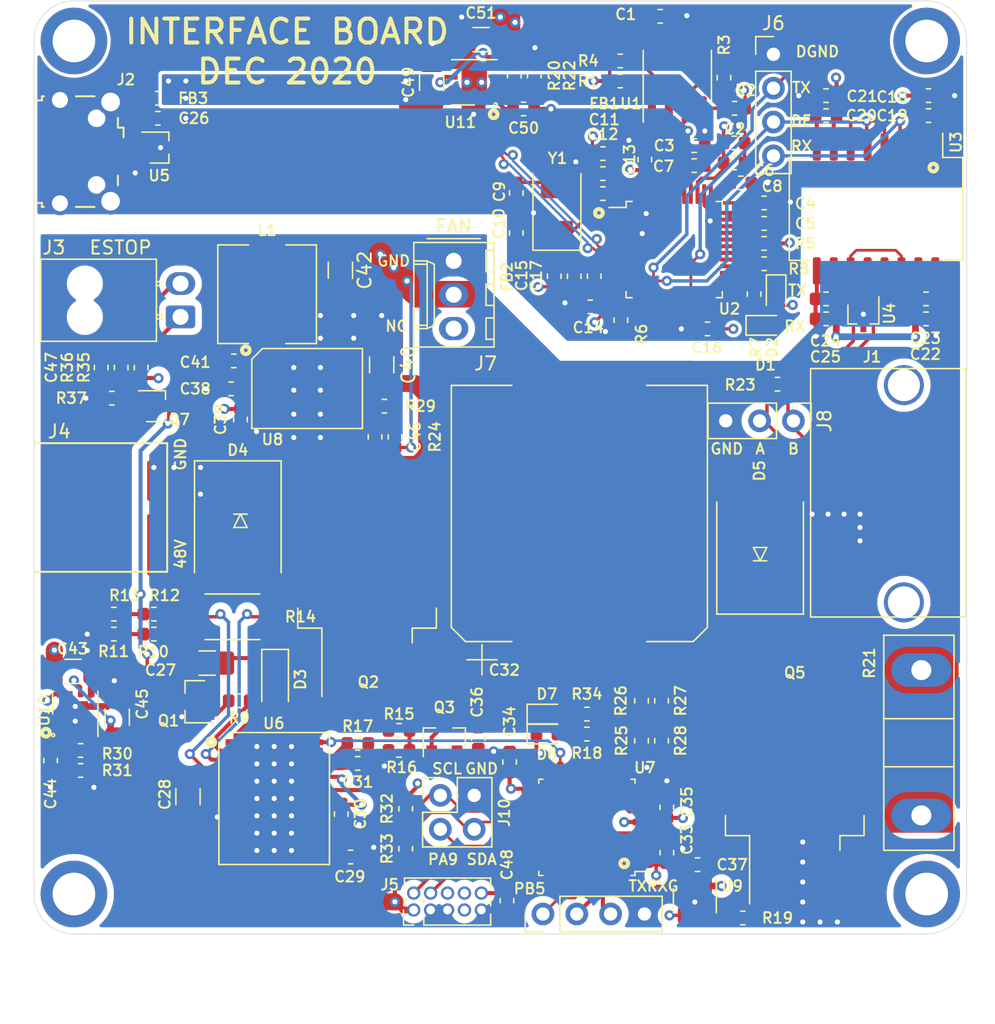
<source format=kicad_pcb>
(kicad_pcb (version 20200819) (host pcbnew "5.99.0-unknown-dd374e12a~102~ubuntu20.04.1")
  (layers (0 "F.Cu" signal) (1 "In1.Cu" power) (2 "In2.Cu" power) (31 "B.Cu" signal) (34 "B.Paste" user) (35 "F.Paste" user) (36 "B.SilkS" user) (37 "F.SilkS" user) (38 "B.Mask" user) (39 "F.Mask" user) (44 "Edge.Cuts" user))
  (net 0 "")
  (net 1 "GNDD")
  (net 2 "+3V3")
  (net 3 "+5V")
  (net 4 "Net-(C4-Pad1)")
  (net 5 "Net-(C5-Pad1)")
  (net 6 "Net-(C8-Pad1)")
  (net 7 "Net-(C9-Pad1)")
  (net 8 "Net-(C10-Pad1)")
  (net 9 "/Comms/VPHY")
  (net 10 "/Comms/VPLL")
  (net 11 "/Comms/VISO")
  (net 12 "Net-(C26-Pad1)")
  (net 13 "Net-(C27-Pad1)")
  (net 14 "/Power/VIN")
  (net 15 "Net-(C29-Pad1)")
  (net 16 "Net-(C31-Pad1)")
  (net 17 "VOUT")
  (net 18 "Net-(D1-Pad1)")
  (net 19 "Net-(D2-Pad1)")
  (net 20 "/Power/GATE")
  (net 21 "Net-(D6-Pad2)")
  (net 22 "/Comms/RS485_A")
  (net 23 "/Comms/RS485_B")
  (net 24 "Net-(J2-Pad4)")
  (net 25 "/Comms/DP")
  (net 26 "/Comms/DN")
  (net 27 "Net-(Q1-Pad1)")
  (net 28 "Net-(Q2-Pad2)")
  (net 29 "/Power/PGD")
  (net 30 "Net-(Q5-Pad1)")
  (net 31 "/Comms/EECS")
  (net 32 "Net-(R2-Pad2)")
  (net 33 "/Comms/EEDATA")
  (net 34 "/Comms/EECLK")
  (net 35 "Net-(R6-Pad2)")
  (net 36 "Net-(R10-Pad2)")
  (net 37 "Net-(R17-Pad1)")
  (net 38 "Net-(U1-Pad7)")
  (net 39 "Net-(U1-Pad6)")
  (net 40 "Net-(U2-Pad33)")
  (net 41 "Net-(U2-Pad32)")
  (net 42 "Net-(U2-Pad31)")
  (net 43 "Net-(U2-Pad30)")
  (net 44 "Net-(U2-Pad29)")
  (net 45 "Net-(U2-Pad26)")
  (net 46 "Net-(U2-Pad25)")
  (net 47 "/Comms/RS485_DE")
  (net 48 "Net-(U2-Pad20)")
  (net 49 "Net-(U2-Pad19)")
  (net 50 "Net-(U2-Pad18)")
  (net 51 "Net-(U2-Pad17)")
  (net 52 "Net-(U2-Pad16)")
  (net 53 "Net-(U2-Pad15)")
  (net 54 "/Comms/RS485_RX")
  (net 55 "/Comms/RS485_TX")
  (net 56 "Net-(U6-Pad14)")
  (net 57 "Net-(U6-Pad17)")
  (net 58 "Net-(U6-Pad18)")
  (net 59 "Net-(U6-Pad19)")
  (net 60 "Net-(U6-Pad20)")
  (net 61 "Net-(U6-Pad6)")
  (net 62 "Net-(U6-Pad27)")
  (net 63 "Net-(R27-Pad2)")
  (net 64 "Net-(R15-Pad1)")
  (net 65 "Net-(C36-Pad1)")
  (net 66 "Net-(Q5-Pad2)")
  (net 67 "Net-(U7-Pad27)")
  (net 68 "Net-(U7-Pad26)")
  (net 69 "Net-(U7-Pad2)")
  (net 70 "Net-(U7-Pad22)")
  (net 71 "Net-(U7-Pad18)")
  (net 72 "Net-(U7-Pad14)")
  (net 73 "Net-(U7-Pad12)")
  (net 74 "+3.3VP")
  (net 75 "/Power/nRST")
  (net 76 "Net-(J5-Pad8)")
  (net 77 "Net-(J5-Pad7)")
  (net 78 "Net-(J5-Pad6)")
  (net 79 "/Power/SWDCLK")
  (net 80 "/Power/SWDIO")
  (net 81 "Net-(J1-Pad1)")
  (net 82 "Net-(C41-Pad2)")
  (net 83 "Net-(C41-Pad1)")
  (net 84 "+12V")
  (net 85 "/Power/GATE_EN")
  (net 86 "Net-(U7-Pad13)")
  (net 87 "Net-(C44-Pad2)")
  (net 88 "Net-(R30-Pad2)")
  (net 89 "Net-(U10-Pad3)")
  (net 90 "Net-(H3-Pad1)")
  (net 91 "Net-(R25-Pad1)")
  (net 92 "/Power/SCL")
  (net 93 "/Power/SDA")
  (net 94 "Net-(D7-Pad2)")
  (net 95 "Net-(C38-Pad1)")
  (net 96 "Net-(C46-Pad2)")
  (net 97 "Net-(U8-Pad8)")
  (net 98 "Net-(U8-Pad7)")
  (net 99 "Net-(U8-Pad11)")
  (net 100 "Net-(J3-Pad1)")
  (net 101 "/Power/LM_VDD")
  (net 102 "Net-(J7-Pad3)")
  (net 103 "Net-(H1-Pad1)")
  (net 104 "Net-(H2-Pad1)")
  (net 105 "Net-(H4-Pad1)")
  (net 106 "GND")
  (net 107 "Net-(C47-Pad1)")
  (net 108 "Net-(Q7-Pad3)")
  (net 109 "Net-(Q7-Pad1)")
  (net 110 "Net-(R19-Pad1)")
  (net 111 "/Power/LEDR")
  (net 112 "/Power/LEDG")
  (net 113 "Net-(U7-Pad3)")
  (net 114 "/Power/RX")
  (net 115 "/Power/TX")
  (net 116 "/Power/GPIO0")
  (net 117 "/Power/GPIO1")
  (net 118 "/Comms/FT232H_3V3")
  (net 119 "Net-(C50-Pad2)")
  (net 120 "Net-(R20-Pad2)")
  (net 121 "Net-(U11-Pad3)")
  (net 122 "/Comms/RXLED")
  (net 123 "/Comms/TXLED")
  (module "BLDC:molex-436500511" (layer "F.Cu") (at 153.1 95.9 90)
    (fp_text reference "J1" (at 10.2 -1.2 180) (layer "F.SilkS") (effects (font (size 0.8 0.8))))
    (fp_text value "arm connector")
    (pad "1" smd rect (at 5.93 -4.28 90) (size 1.27 2.92) (layers "F.Cu" "F.Paste" "F.Mask") (net 81 "Net-(J1-Pad1)"))
    (pad "2" smd rect (at 2.93 -4.28 90) (size 1.27 2.92) (layers "F.Cu" "F.Paste" "F.Mask") (net 23 "/Comms/RS485_B"))
    (pad "3" smd rect (at -0.07 -4.28 90) (size 1.27 2.92) (layers "F.Cu" "F.Paste" "F.Mask") (net 22 "/Comms/RS485_A"))
    (pad "4" smd rect (at -3.07 -4.28 90) (size 1.27 2.92) (layers "F.Cu" "F.Paste" "F.Mask") (net 106 "GND"))
    (pad "5" smd rect (at -6.07 -4.28 90) (size 1.27 2.92) (layers "F.Cu" "F.Paste" "F.Mask") (net 17 "VOUT"))
    (pad "6" thru_hole circle (at -8.22 1.19 90) (size 3 3) (drill 2.41) (layers *.Cu *.Mask))
    (pad "7" thru_hole circle (at 8.08 1.19 90) (size 3 3) (drill 2.41) (layers *.Cu *.Mask))
  )
  (module "Resistor_SMD:R_0603_1608Metric" (layer "F.Cu") (at 136.1 111.5 -90)
    (fp_text reference "R27" (at 0 -1.43 90) (layer "F.SilkS") (effects (font (size 0.8 0.8))))
    (fp_text value "140k")
    (pad "1" smd roundrect (at -0.7875 0 270) (size 0.875 0.95) (layers "F.Cu" "F.Paste" "F.Mask") (net 17 "VOUT"))
    (pad "2" smd roundrect (at 0.7875 0 270) (size 0.875 0.95) (layers "F.Cu" "F.Paste" "F.Mask") (net 63 "Net-(R27-Pad2)"))
  )
  (module "Diode_SMD:D_SMC" (layer "F.Cu") (at 143.5 100.2 90)
    (fp_text reference "D5" (at 5.95 -0.05 90) (layer "F.SilkS") (effects (font (size 0.8 0.8))))
    (fp_text value "B380-13-F")
    (pad "1" smd rect (at -3.4 0 180) (size 3.3 2.5) (layers "F.Cu" "F.Paste" "F.Mask") (net 17 "VOUT"))
    (pad "2" smd rect (at 3.4 0 180) (size 3.3 2.5) (layers "F.Cu" "F.Paste" "F.Mask") (net 106 "GND"))
  )
  (module "Capacitor_SMD:C_1206_3216Metric" (layer "F.Cu") (at 100.56 118.7 -90)
    (fp_text reference "C28" (at -0.175 1.735 90) (layer "F.SilkS") (effects (font (size 0.8 0.8))))
    (fp_text value "100nF")
    (pad "1" smd roundrect (at -1.4 0 270) (size 1.25 1.75) (layers "F.Cu" "F.Paste" "F.Mask") (roundrect_rratio 0.2) (net 14 "/Power/VIN"))
    (pad "2" smd roundrect (at 1.4 0 270) (size 1.25 1.75) (layers "F.Cu" "F.Paste" "F.Mask") (roundrect_rratio 0.2) (net 106 "GND"))
  )
  (module "Resistor_SMD:R_0603_1608Metric" (layer "F.Cu") (at 116.4 113.725 180)
    (fp_text reference "R15" (at 0 1.225) (layer "F.SilkS") (effects (font (size 0.8 0.8))))
    (fp_text value "240k")
    (pad "1" smd roundrect (at -0.7875 0 180) (size 0.875 0.95) (layers "F.Cu" "F.Paste" "F.Mask") (net 64 "Net-(R15-Pad1)"))
    (pad "2" smd roundrect (at 0.7875 0 180) (size 0.875 0.95) (layers "F.Cu" "F.Paste" "F.Mask") (net 17 "VOUT"))
  )
  (module "Capacitor_SMD:C_0603_1608Metric" (layer "F.Cu") (at 112.06 120 -90)
    (fp_text reference "C30" (at 0 -1.44 90) (layer "F.SilkS") (effects (font (size 0.8 0.8))))
    (fp_text value "1u")
    (pad "1" smd roundrect (at -0.7875 0 270) (size 0.875 0.95) (layers "F.Cu" "F.Paste" "F.Mask") (net 101 "/Power/LM_VDD"))
    (pad "2" smd roundrect (at 0.7875 0 270) (size 0.875 0.95) (layers "F.Cu" "F.Paste" "F.Mask") (net 106 "GND"))
  )
  (module "TI:Texas_PWP0028A" (layer "F.Cu") (at 107.03 118.835 -90)
    (fp_text reference "U6" (at -5.635 0.03) (layer "F.SilkS") (effects (font (size 0.8 0.8))))
    (fp_text value "LM5066")
    (pad "1" smd rect (at -4.225 2.9 270) (size 0.45 1.5) (layers "F.Cu" "F.Paste" "F.Mask") (net 17 "VOUT"))
    (pad "2" smd rect (at -3.575 2.9 270) (size 0.45 1.5) (layers "F.Cu" "F.Paste" "F.Mask") (net 20 "/Power/GATE"))
    (pad "3" smd rect (at -2.925 2.9 270) (size 0.45 1.5) (layers "F.Cu" "F.Paste" "F.Mask") (net 28 "Net-(Q2-Pad2)"))
    (pad "4" smd rect (at -2.275 2.9 270) (size 0.45 1.5) (layers "F.Cu" "F.Paste" "F.Mask") (net 14 "/Power/VIN"))
    (pad "5" smd rect (at -1.625 2.9 270) (size 0.45 1.5) (layers "F.Cu" "F.Paste" "F.Mask") (net 14 "/Power/VIN"))
    (pad "6" smd rect (at -0.975 2.9 270) (size 0.45 1.5) (layers "F.Cu" "F.Paste" "F.Mask") (net 61 "Net-(U6-Pad6)"))
    (pad "7" smd rect (at -0.325 2.9 270) (size 0.45 1.5) (layers "F.Cu" "F.Paste" "F.Mask") (net 108 "Net-(Q7-Pad3)"))
    (pad "8" smd rect (at 0.325 2.9 270) (size 0.45 1.5) (layers "F.Cu" "F.Paste" "F.Mask") (net 36 "Net-(R10-Pad2)"))
    (pad "9" smd rect (at 0.975 2.9 270) (size 0.45 1.5) (layers "F.Cu" "F.Paste" "F.Mask") (net 106 "GND"))
    (pad "10" smd rect (at 1.625 2.9 270) (size 0.45 1.5) (layers "F.Cu" "F.Paste" "F.Mask") (net 106 "GND"))
    (pad "11" smd rect (at 2.275 2.9 270) (size 0.45 1.5) (layers "F.Cu" "F.Paste" "F.Mask") (net 93 "/Power/SDA"))
    (pad "12" smd rect (at 2.925 2.9 270) (size 0.45 1.5) (layers "F.Cu" "F.Paste" "F.Mask") (net 93 "/Power/SDA"))
    (pad "13" smd rect (at 3.575 2.9 270) (size 0.45 1.5) (layers "F.Cu" "F.Paste" "F.Mask") (net 92 "/Power/SCL"))
    (pad "14" smd rect (at 4.225 2.9 270) (size 0.45 1.5) (layers "F.Cu" "F.Paste" "F.Mask") (net 56 "Net-(U6-Pad14)"))
    (pad "15" smd rect (at 4.225 -2.9 270) (size 0.45 1.5) (layers "F.Cu" "F.Paste" "F.Mask") (net 15 "Net-(C29-Pad1)"))
    (pad "16" smd rect (at 3.575 -2.9 270) (size 0.45 1.5) (layers "F.Cu" "F.Paste" "F.Mask") (net 65 "Net-(C36-Pad1)"))
    (pad "17" smd rect (at 2.925 -2.9 270) (size 0.45 1.5) (layers "F.Cu" "F.Paste" "F.Mask") (net 57 "Net-(U6-Pad17)"))
    (pad "18" smd rect (at 2.275 -2.9 270) (size 0.45 1.5) (layers "F.Cu" "F.Paste" "F.Mask") (net 58 "Net-(U6-Pad18)"))
    (pad "19" smd rect (at 1.625 -2.9 270) (size 0.45 1.5) (layers "F.Cu" "F.Paste" "F.Mask") (net 59 "Net-(U6-Pad19)"))
    (pad "20" smd rect (at 0.975 -2.9 270) (size 0.45 1.5) (layers "F.Cu" "F.Paste" "F.Mask") (net 60 "Net-(U6-Pad20)"))
    (pad "21" smd rect (at 0.325 -2.9 270) (size 0.45 1.5) (layers "F.Cu" "F.Paste" "F.Mask") (net 101 "/Power/LM_VDD"))
    (pad "22" smd rect (at -0.325 -2.9 270) (size 0.45 1.5) (layers "F.Cu" "F.Paste" "F.Mask") (net 106 "GND"))
    (pad "23" smd rect (at -0.975 -2.9 270) (size 0.45 1.5) (layers "F.Cu" "F.Paste" "F.Mask") (net 64 "Net-(R15-Pad1)"))
    (pad "24" smd rect (at -1.625 -2.9 270) (size 0.45 1.5) (layers "F.Cu" "F.Paste" "F.Mask") (net 101 "/Power/LM_VDD"))
    (pad "25" smd rect (at -2.275 -2.9 270) (size 0.45 1.5) (layers "F.Cu" "F.Paste" "F.Mask") (net 16 "Net-(C31-Pad1)"))
    (pad "26" smd rect (at -2.925 -2.9 270) (size 0.45 1.5) (layers "F.Cu" "F.Paste" "F.Mask") (net 37 "Net-(R17-Pad1)"))
    (pad "27" smd rect (at -3.575 -2.9 270) (size 0.45 1.5) (layers "F.Cu" "F.Paste" "F.Mask") (net 62 "Net-(U6-Pad27)"))
    (pad "28" smd rect (at -4.225 -2.9 270) (size 0.45 1.5) (layers "F.Cu" "F.Paste" "F.Mask") (net 29 "/Power/PGD"))
    (pad "29" thru_hole circle (at -3.9 -1.3 270) (size 0.762 0.762) (drill 0.381) (layers *.Cu *.Mask) (net 106 "GND"))
    (pad "29" thru_hole circle (at -3.9 1.3 270) (size 0.762 0.762) (drill 0.381) (layers *.Cu *.Mask) (net 106 "GND"))
    (pad "29" thru_hole circle (at 0 0 270) (size 0.762 0.762) (drill 0.381) (layers *.Cu *.Mask) (net 106 "GND"))
    (pad "29" thru_hole circle (at 1.3 1.3 270) (size 0.762 0.762) (drill 0.381) (layers *.Cu *.Mask) (net 106 "GND"))
    (pad "29" thru_hole circle (at -2.6 0 270) (size 0.762 0.762) (drill 0.381) (layers *.Cu *.Mask) (net 106 "GND"))
    (pad "29" smd rect (at 0 0 270) (size 9.7 3.4) (layers "F.Cu") (net 106 "GND"))
    (pad "29" thru_hole circle (at 0 -1.3 270) (size 0.762 0.762) (drill 0.381) (layers *.Cu *.Mask) (net 106 "GND"))
    (pad "29" thru_hole circle (at 2.6 -1.3 270) (size 0.762 0.762) (drill 0.381) (layers *.Cu *.Mask) (net 106 "GND"))
    (pad "29" thru_hole circle (at 0 1.3 270) (size 0.762 0.762) (drill 0.381) (layers *.Cu *.Mask) (net 106 "GND"))
    (pad "29" thru_hole circle (at 3.9 -1.3 270) (size 0.762 0.762) (drill 0.381) (layers *.Cu *.Mask) (net 106 "GND"))
    (pad "29" thru_hole circle (at 3.9 1.3 270) (size 0.762 0.762) (drill 0.381) (layers *.Cu *.Mask) (net 106 "GND"))
    (pad "29" thru_hole circle (at -3.9 0 270) (size 0.762 0.762) (drill 0.381) (layers *.Cu *.Mask) (net 106 "GND"))
    (pad "29" thru_hole circle (at 1.3 -1.3 270) (size 0.762 0.762) (drill 0.381) (layers *.Cu *.Mask) (net 106 "GND"))
    (pad "29" thru_hole circle (at 3.9 0 270) (size 0.762 0.762) (drill 0.381) (layers *.Cu *.Mask) (net 106 "GND"))
    (pad "29" thru_hole circle (at -1.3 0 270) (size 0.762 0.762) (drill 0.381) (layers *.Cu *.Mask) (net 106 "GND"))
    (pad "29" thru_hole circle (at -1.3 1.3 270) (size 0.762 0.762) (drill 0.381) (layers *.Cu *.Mask) (net 106 "GND"))
    (pad "29" thru_hole circle (at -1.3 -1.3 270) (size 0.762 0.762) (drill 0.381) (layers *.Cu *.Mask) (net 106 "GND"))
    (pad "29" thru_hole circle (at 2.6 0 270) (size 0.762 0.762) (drill 0.381) (layers *.Cu *.Mask) (net 106 "GND"))
    (pad "29" thru_hole circle (at 2.6 1.3 270) (size 0.762 0.762) (drill 0.381) (layers *.Cu *.Mask) (net 106 "GND"))
    (pad "29" thru_hole circle (at -2.6 -1.3 270) (size 0.762 0.762) (drill 0.381) (layers *.Cu *.Mask) (net 106 "GND"))
    (pad "29" thru_hole circle (at -2.6 1.3 270) (size 0.762 0.762) (drill 0.381) (layers *.Cu *.Mask) (net 106 "GND"))
    (pad "29" thru_hole circle (at 1.3 0 270) (size 0.762 0.762) (drill 0.381) (layers *.Cu *.Mask) (net 106 "GND"))
  )
  (module "Resistor_SMD:R_0603_1608Metric" (layer "F.Cu") (at 113.3 114.7)
    (fp_text reference "R17" (at 0 -1.3) (layer "F.SilkS") (effects (font (size 0.8 0.8))))
    (fp_text value "300k")
    (pad "1" smd roundrect (at -0.7875 0) (size 0.875 0.95) (layers "F.Cu" "F.Paste" "F.Mask") (net 37 "Net-(R17-Pad1)"))
    (pad "2" smd roundrect (at 0.7875 0) (size 0.875 0.95) (layers "F.Cu" "F.Paste" "F.Mask") (net 106 "GND"))
  )
  (module "Capacitor_SMD:C_0603_1608Metric" (layer "F.Cu") (at 113.3 116.2)
    (fp_text reference "C31" (at 0 1.4) (layer "F.SilkS") (effects (font (size 0.8 0.8))))
    (fp_text value "47n")
    (pad "1" smd roundrect (at -0.7875 0) (size 0.875 0.95) (layers "F.Cu" "F.Paste" "F.Mask") (net 16 "Net-(C31-Pad1)"))
    (pad "2" smd roundrect (at 0.7875 0) (size 0.875 0.95) (layers "F.Cu" "F.Paste" "F.Mask") (net 106 "GND"))
  )
  (module "Diode_SMD:D_SOD-123" (layer "F.Cu") (at 107.1 109.9 -90)
    (fp_text reference "D3" (at 0 -1.9 90) (layer "F.SilkS") (effects (font (size 0.8 0.8))))
    (fp_text value "1N4148W-7-F")
    (pad "1" smd rect (at -1.65 0 270) (size 0.9 1.2) (layers "F.Cu" "F.Paste" "F.Mask") (net 13 "Net-(C27-Pad1)"))
    (pad "2" smd rect (at 1.65 0 270) (size 0.9 1.2) (layers "F.Cu" "F.Paste" "F.Mask") (net 20 "/Power/GATE"))
  )
  (module "Capacitor_SMD:C_0603_1608Metric" (layer "F.Cu") (at 112.76 123.225)
    (fp_text reference "C29" (at -0.06 1.475) (layer "F.SilkS") (effects (font (size 0.8 0.8))))
    (fp_text value "1u")
    (pad "1" smd roundrect (at -0.7875 0) (size 0.875 0.95) (layers "F.Cu" "F.Paste" "F.Mask") (net 15 "Net-(C29-Pad1)"))
    (pad "2" smd roundrect (at 0.7875 0) (size 0.875 0.95) (layers "F.Cu" "F.Paste" "F.Mask") (net 106 "GND"))
  )
  (module "Capacitor_SMD:CP_Elec_18x17.5" (layer "F.Cu") (at 129.932718 97.45 90)
    (fp_text reference "C32" (at -11.75 -5.632718 180) (layer "F.SilkS") (effects (font (size 0.8 0.8))))
    (fp_text value "470u")
    (pad "1" smd roundrect (at -6.75 0 90) (size 8.8 9.6) (layers "F.Cu" "F.Paste" "F.Mask") (roundrect_rratio 0.02840897727272727) (net 17 "VOUT"))
    (pad "2" smd roundrect (at 6.75 0 90) (size 8.8 9.6) (layers "F.Cu" "F.Paste" "F.Mask") (roundrect_rratio 0.02840897727272727) (net 106 "GND"))
  )
  (module "Package_TO_SOT_SMD:SOT-23" (layer "F.Cu") (at 119.8 114.3 90)
    (fp_text reference "Q3" (at 2.3 0 180) (layer "F.SilkS") (effects (font (size 0.8 0.8))))
    (fp_text value "MMBT3904")
    (pad "1" smd rect (at -1 -0.95 90) (size 0.9 0.8) (layers "F.Cu" "F.Paste" "F.Mask") (net 65 "Net-(C36-Pad1)"))
    (pad "2" smd rect (at -1 0.95 90) (size 0.9 0.8) (layers "F.Cu" "F.Paste" "F.Mask") (net 106 "GND"))
    (pad "3" smd rect (at 1 0 90) (size 0.9 0.8) (layers "F.Cu" "F.Paste" "F.Mask") (net 65 "Net-(C36-Pad1)"))
  )
  (module "Capacitor_SMD:C_0603_1608Metric" (layer "F.Cu") (at 122.35 114.3 -90)
    (fp_text reference "C36" (at -2.7 0.095 90) (layer "F.SilkS") (effects (font (size 0.8 0.8))))
    (fp_text value "1n")
    (pad "1" smd roundrect (at -0.7875 0 270) (size 0.875 0.95) (layers "F.Cu" "F.Paste" "F.Mask") (net 65 "Net-(C36-Pad1)"))
    (pad "2" smd roundrect (at 0.7875 0 270) (size 0.875 0.95) (layers "F.Cu" "F.Paste" "F.Mask") (net 106 "GND"))
  )
  (module "Package_TO_SOT_SMD:TO-263-2" (layer "F.Cu") (at 146.1 118.670841 90)
    (fp_text reference "Q5" (at 9.270841 0 180) (layer "F.SilkS") (effects (font (size 0.8 0.8))))
    (fp_text value "PSMN4R8-100BSEJ")
    (pad "1" smd rect (at -5.775 -2.54 90) (size 4.6 1.1) (layers "F.Cu" "F.Paste" "F.Mask") (net 30 "Net-(Q5-Pad1)"))
    (pad "2" smd rect (at 3.375 0 90) (size 9.4 10.8) (layers "F.Cu" "F.Mask") (net 66 "Net-(Q5-Pad2)"))
    (pad "3" smd rect (at -5.775 2.54 90) (size 4.6 1.1) (layers "F.Cu" "F.Paste" "F.Mask") (net 106 "GND"))
  )
  (module "Package_TO_SOT_THT:TO-247-2_Vertical" (layer "F.Cu") (at 155.6 109.2 -90)
    (fp_text reference "R21" (at -0.525 3.9 90) (layer "F.SilkS") (effects (font (size 0.8 0.8))))
    (fp_text value "10R")
    (pad "1" thru_hole oval (at 0 0 270) (size 2.5 4.5) (drill 1.5) (layers *.Cu *.Mask) (net 17 "VOUT"))
    (pad "2" thru_hole oval (at 10.9 0 270) (size 2.5 4.5) (drill 1.5) (layers *.Cu *.Mask) (net 66 "Net-(Q5-Pad2)"))
  )
  (module "Package_QFP:LQFP-32_7x7mm_P0.8mm" (layer "F.Cu") (at 130.5 121 180)
    (fp_text reference "U7" (at -4.35 4.475) (layer "F.SilkS") (effects (font (size 0.8 0.8))))
    (fp_text value "STM32L071KZT6")
    (pad "1" smd roundrect (at -4.175 -2.8 180) (size 1.5 0.5) (layers "F.Cu" "F.Paste" "F.Mask") (net 74 "+3.3VP"))
    (pad "2" smd roundrect (at -4.175 -2 180) (size 1.5 0.5) (layers "F.Cu" "F.Paste" "F.Mask") (net 69 "Net-(U7-Pad2)"))
    (pad "3" smd roundrect (at -4.175 -1.2 180) (size 1.5 0.5) (layers "F.Cu" "F.Paste" "F.Mask") (net 113 "Net-(U7-Pad3)"))
    (pad "4" smd roundrect (at -4.175 -0.4 180) (size 1.5 0.5) (layers "F.Cu" "F.Paste" "F.Mask") (net 75 "/Power/nRST"))
    (pad "5" smd roundrect (at -4.175 0.4 180) (size 1.5 0.5) (layers "F.Cu" "F.Paste" "F.Mask") (net 74 "+3.3VP"))
    (pad "6" smd roundrect (at -4.175 1.2 180) (size 1.5 0.5) (layers "F.Cu" "F.Paste" "F.Mask") (net 91 "Net-(R25-Pad1)"))
    (pad "7" smd roundrect (at -4.175 2 180) (size 1.5 0.5) (layers "F.Cu" "F.Paste" "F.Mask") (net 63 "Net-(R27-Pad2)"))
    (pad "8" smd roundrect (at -4.175 2.8 180) (size 1.5 0.5) (layers "F.Cu" "F.Paste" "F.Mask") (net 63 "Net-(R27-Pad2)"))
    (pad "9" smd roundrect (at -2.8 4.175 180) (size 0.5 1.5) (layers "F.Cu" "F.Paste" "F.Mask") (net 91 "Net-(R25-Pad1)"))
    (pad "10" smd roundrect (at -2 4.175 180) (size 0.5 1.5) (layers "F.Cu" "F.Paste" "F.Mask") (net 112 "/Power/LEDG"))
    (pad "11" smd roundrect (at -1.2 4.175 180) (size 0.5 1.5) (layers "F.Cu" "F.Paste" "F.Mask") (net 111 "/Power/LEDR"))
    (pad "12" smd roundrect (at -0.4 4.175 180) (size 0.5 1.5) (layers "F.Cu" "F.Paste" "F.Mask") (net 73 "Net-(U7-Pad12)"))
    (pad "13" smd roundrect (at 0.4 4.175 180) (size 0.5 1.5) (layers "F.Cu" "F.Paste" "F.Mask") (net 86 "Net-(U7-Pad13)"))
    (pad "14" smd roundrect (at 1.2 4.175 180) (size 0.5 1.5) (layers "F.Cu" "F.Paste" "F.Mask") (net 72 "Net-(U7-Pad14)"))
    (pad "15" smd roundrect (at 2 4.175 180) (size 0.5 1.5) (layers "F.Cu" "F.Paste" "F.Mask") (net 29 "/Power/PGD"))
    (pad "16" smd roundrect (at 2.8 4.175 180) (size 0.5 1.5) (layers "F.Cu" "F.Paste" "F.Mask") (net 106 "GND"))
    (pad "17" smd roundrect (at 4.175 2.8 180) (size 1.5 0.5) (layers "F.Cu" "F.Paste" "F.Mask") (net 74 "+3.3VP"))
    (pad "18" smd roundrect (at 4.175 2 180) (size 1.5 0.5) (layers "F.Cu" "F.Paste" "F.Mask") (net 71 "Net-(U7-Pad18)"))
    (pad "19" smd roundrect (at 4.175 1.2 180) (size 1.5 0.5) (layers "F.Cu" "F.Paste" "F.Mask") (net 92 "/Power/SCL"))
    (pad "20" smd roundrect (at 4.175 0.4 180) (size 1.5 0.5) (layers "F.Cu" "F.Paste" "F.Mask") (net 93 "/Power/SDA"))
    (pad "21" smd roundrect (at 4.175 -0.4 180) (size 1.5 0.5) (layers "F.Cu" "F.Paste" "F.Mask") (net 117 "/Power/GPIO1"))
    (pad "22" smd roundrect (at 4.175 -1.2 180) (size 1.5 0.5) (layers "F.Cu" "F.Paste" "F.Mask") (net 70 "Net-(U7-Pad22)"))
    (pad "23" smd roundrect (at 4.175 -2 180) (size 1.5 0.5) (layers "F.Cu" "F.Paste" "F.Mask") (net 80 "/Power/SWDIO"))
    (pad "24" smd roundrect (at 4.175 -2.8 180) (size 1.5 0.5) (layers "F.Cu" "F.Paste" "F.Mask") (net 79 "/Power/SWDCLK"))
    (pad "25" smd roundrect (at 2.8 -4.175 180) (size 0.5 1.5) (layers "F.Cu" "F.Paste" "F.Mask") (net 85 "/Power/GATE_EN"))
    (pad "26" smd roundrect (at 2 -4.175 180) (size 0.5 1.5) (layers "F.Cu" "F.Paste" "F.Mask") (net 68 "Net-(U7-Pad26)"))
    (pad "27" smd roundrect (at 1.2 -4.175 180) (size 0.5 1.5) (layers "F.Cu" "F.Paste" "F.Mask") (net 67 "Net-(U7-Pad27)"))
    (pad "28" smd roundrect (at 0.4 -4.175 180) (size 0.5 1.5) (layers "F.Cu" "F.Paste" "F.Mask") (net 116 "/Power/GPIO0"))
    (pad "29" smd roundrect (at -0.4 -4.175 180) (size 0.5 1.5) (layers "F.Cu" "F.Paste" "F.Mask") (net 115 "/Power/TX"))
    (pad "30" smd roundrect (at -1.2 -4.175 180) (size 0.5 1.5) (layers "F.Cu" "F.Paste" "F.Mask") (net 114 "/Power/RX"))
    (pad "31" smd roundrect (at -2 -4.175 180) (size 0.5 1.5) (layers "F.Cu" "F.Paste" "F.Mask") (net 106 "GND"))
    (pad "32" smd roundrect (at -2.8 -4.175 180) (size 0.5 1.5) (layers "F.Cu" "F.Paste" "F.Mask") (net 106 "GND"))
  )
  (module "Capacitor_SMD:C_0603_1608Metric" (layer "F.Cu") (at 136.5 119.5 90)
    (fp_text reference "C35" (at 0.4 1.5 90) (layer "F.SilkS") (effects (font (size 0.8 0.8))))
    (fp_text value "100n")
    (pad "1" smd roundrect (at -0.7875 0 90) (size 0.875 0.95) (layers "F.Cu" "F.Paste" "F.Mask") (net 74 "+3.3VP"))
    (pad "2" smd roundrect (at 0.7875 0 90) (size 0.875 0.95) (layers "F.Cu" "F.Paste" "F.Mask") (net 106 "GND"))
  )
  (module "Capacitor_SMD:C_0603_1608Metric" (layer "F.Cu") (at 136.5 122.9 90)
    (fp_text reference "C33" (at 1 1.5 270) (layer "F.SilkS") (effects (font (size 0.8 0.8))))
    (fp_text value "100n")
    (pad "1" smd roundrect (at -0.7875 0 90) (size 0.875 0.95) (layers "F.Cu" "F.Paste" "F.Mask") (net 74 "+3.3VP"))
    (pad "2" smd roundrect (at 0.7875 0 90) (size 0.875 0.95) (layers "F.Cu" "F.Paste" "F.Mask") (net 106 "GND"))
  )
  (module "Capacitor_SMD:C_0603_1608Metric" (layer "F.Cu") (at 125.2 73.4 -90)
    (fp_text reference "C9" (at -0.1 1.27 90) (layer "F.SilkS") (effects (font (size 0.8 0.8))))
    (fp_text value "27p")
    (pad "1" smd roundrect (at -0.7875 0 270) (size 0.875 0.95) (layers "F.Cu" "F.Paste" "F.Mask") (net 7 "Net-(C9-Pad1)"))
    (pad "2" smd roundrect (at 0.7875 0 270) (size 0.875 0.95) (layers "F.Cu" "F.Paste" "F.Mask") (net 1 "GNDD"))
  )
  (module "Capacitor_SMD:C_0603_1608Metric" (layer "F.Cu") (at 148.45 66.1 180)
    (fp_text reference "C21" (at -2.7 -0.05) (layer "F.SilkS") (effects (font (size 0.8 0.8))))
    (fp_text value "10u")
    (pad "1" smd roundrect (at -0.7875 0 180) (size 0.875 0.95) (layers "F.Cu" "F.Paste" "F.Mask") (net 2 "+3V3"))
    (pad "2" smd roundrect (at 0.7875 0 180) (size 0.875 0.95) (layers "F.Cu" "F.Paste" "F.Mask") (net 1 "GNDD"))
  )
  (module "Capacitor_SMD:C_0603_1608Metric" (layer "F.Cu") (at 155.95 81.35)
    (fp_text reference "C23" (at -0.05 2.95 180) (layer "F.SilkS") (effects (font (size 0.8 0.8))))
    (fp_text value "10n")
    (pad "1" smd roundrect (at -0.7875 0) (size 0.875 0.95) (layers "F.Cu" "F.Paste" "F.Mask") (net 11 "/Comms/VISO"))
    (pad "2" smd roundrect (at 0.7875 0) (size 0.875 0.95) (layers "F.Cu" "F.Paste" "F.Mask") (net 106 "GND"))
  )
  (module "Capacitor_SMD:C_0603_1608Metric" (layer "F.Cu") (at 156.14 67.6)
    (fp_text reference "C19" (at -2.74 0) (layer "F.SilkS") (effects (font (size 0.8 0.8))))
    (fp_text value "10n")
    (pad "1" smd roundrect (at -0.7875 0) (size 0.875 0.95) (layers "F.Cu" "F.Paste" "F.Mask") (net 2 "+3V3"))
    (pad "2" smd roundrect (at 0.7875 0) (size 0.875 0.95) (layers "F.Cu" "F.Paste" "F.Mask") (net 1 "GNDD"))
  )
  (module "Capacitor_SMD:C_0603_1608Metric" (layer "F.Cu") (at 155.95 82.85)
    (fp_text reference "C22" (at -0.05 2.65 180) (layer "F.SilkS") (effects (font (size 0.8 0.8))))
    (fp_text value "100n")
    (pad "1" smd roundrect (at -0.7875 0) (size 0.875 0.95) (layers "F.Cu" "F.Paste" "F.Mask") (net 11 "/Comms/VISO"))
    (pad "2" smd roundrect (at 0.7875 0) (size 0.875 0.95) (layers "F.Cu" "F.Paste" "F.Mask") (net 106 "GND"))
  )
  (module "Package_SO:SOIC-16W_7.5x12.8mm_P1.27mm" (layer "F.Cu") (at 152.2 74.6 -90)
    (fp_text reference "U3" (at -5 -6 90) (layer "F.SilkS") (effects (font (size 0.8 0.8))))
    (fp_text value "ADM2682E")
    (pad "1" smd roundrect (at -4.65 -4.445 270) (size 2.05 0.6) (layers "F.Cu" "F.Paste" "F.Mask") (net 1 "GNDD"))
    (pad "2" smd roundrect (at -4.65 -3.175 270) (size 2.05 0.6) (layers "F.Cu" "F.Paste" "F.Mask") (net 2 "+3V3"))
    (pad "3" smd roundrect (at -4.65 -1.905 270) (size 2.05 0.6) (layers "F.Cu" "F.Paste" "F.Mask") (net 54 "/Comms/RS485_RX"))
    (pad "4" smd roundrect (at -4.65 -0.635 270) (size 2.05 0.6) (layers "F.Cu" "F.Paste" "F.Mask") (net 47 "/Comms/RS485_DE"))
    (pad "5" smd roundrect (at -4.65 0.635 270) (size 2.05 0.6) (layers "F.Cu" "F.Paste" "F.Mask") (net 47 "/Comms/RS485_DE"))
    (pad "6" smd roundrect (at -4.65 1.905 270) (size 2.05 0.6) (layers "F.Cu" "F.Paste" "F.Mask") (net 55 "/Comms/RS485_TX"))
    (pad "7" smd roundrect (at -4.65 3.175 270) (size 2.05 0.6) (layers "F.Cu" "F.Paste" "F.Mask") (net 2 "+3V3"))
    (pad "8" smd roundrect (at -4.65 4.445 270) (size 2.05 0.6) (layers "F.Cu" "F.Paste" "F.Mask") (net 1 "GNDD"))
    (pad "9" smd roundrect (at 4.65 4.445 270) (size 2.05 0.6) (layers "F.Cu" "F.Paste" "F.Mask") (net 106 "GND"))
    (pad "10" smd roundrect (at 4.65 3.175 270) (size 2.05 0.6) (layers "F.Cu" "F.Paste" "F.Mask") (net 11 "/Comms/VISO"))
    (pad "11" smd roundrect (at 4.65 1.905 270) (size 2.05 0.6) (layers "F.Cu" "F.Paste" "F.Mask") (net 22 "/Comms/RS485_A"))
    (pad "12" smd roundrect (at 4.65 0.635 270) (size 2.05 0.6) (layers "F.Cu" "F.Paste" "F.Mask") (net 23 "/Comms/RS485_B"))
    (pad "13" smd roundrect (at 4.65 -0.635 270) (size 2.05 0.6) (layers "F.Cu" "F.Paste" "F.Mask") (net 23 "/Comms/RS485_B"))
    (pad "14" smd roundrect (at 4.65 -1.905 270) (size 2.05 0.6) (layers "F.Cu" "F.Paste" "F.Mask") (net 22 "/Comms/RS485_A"))
    (pad "15" smd roundrect (at 4.65 -3.175 270) (size 2.05 0.6) (layers "F.Cu" "F.Paste" "F.Mask") (net 11 "/Comms/VISO"))
    (pad "16" smd roundrect (at 4.65 -4.445 270) (size 2.05 0.6) (layers "F.Cu" "F.Paste" "F.Mask") (net 106 "GND"))
  )
  (module "Capacitor_SMD:C_0603_1608Metric" (layer "F.Cu") (at 148.45 82.85 180)
    (fp_text reference "C25" (at 0.05 -2.85 180) (layer "F.SilkS") (effects (font (size 0.8 0.8))))
    (fp_text value "10u")
    (pad "1" smd roundrect (at -0.7875 0 180) (size 0.875 0.95) (layers "F.Cu" "F.Paste" "F.Mask") (net 11 "/Comms/VISO"))
    (pad "2" smd roundrect (at 0.7875 0 180) (size 0.875 0.95) (layers "F.Cu" "F.Paste" "F.Mask") (net 106 "GND"))
  )
  (module "Capacitor_SMD:C_0603_1608Metric" (layer "F.Cu") (at 156.14 66.1)
    (fp_text reference "C18" (at -2.74 0.1) (layer "F.SilkS") (effects (font (size 0.8 0.8))))
    (fp_text value "100n")
    (pad "1" smd roundrect (at -0.7875 0) (size 0.875 0.95) (layers "F.Cu" "F.Paste" "F.Mask") (net 2 "+3V3"))
    (pad "2" smd roundrect (at 0.7875 0) (size 0.875 0.95) (layers "F.Cu" "F.Paste" "F.Mask") (net 1 "GNDD"))
  )
  (module "Capacitor_SMD:C_0603_1608Metric" (layer "F.Cu") (at 148.45 67.6 180)
    (fp_text reference "C20" (at -2.65 0) (layer "F.SilkS") (effects (font (size 0.8 0.8))))
    (fp_text value "100n")
    (pad "1" smd roundrect (at -0.7875 0 180) (size 0.875 0.95) (layers "F.Cu" "F.Paste" "F.Mask") (net 2 "+3V3"))
    (pad "2" smd roundrect (at 0.7875 0 180) (size 0.875 0.95) (layers "F.Cu" "F.Paste" "F.Mask") (net 1 "GNDD"))
  )
  (module "MountingHole:MountingHole_3.2mm_M3_DIN965_Pad" (layer "F.Cu") (at 156 62)
    (fp_text reference "H3" hide)
    (fp_text value "MountingHole")
    (pad "1" thru_hole circle (at 0 0) (size 5 5) (drill 3.2) (layers *.Cu *.Mask) (net 90 "Net-(H3-Pad1)"))
  )
  (module "Resistor_SMD:R_0603_1608Metric" (layer "F.Cu") (at 136.1 114.5 -90)
    (fp_text reference "R28" (at 0 -1.43 90) (layer "F.SilkS") (effects (font (size 0.8 0.8))))
    (fp_text value "6.34k")
    (pad "1" smd roundrect (at -0.7875 0 270) (size 0.875 0.95) (layers "F.Cu" "F.Paste" "F.Mask") (net 63 "Net-(R27-Pad2)"))
    (pad "2" smd roundrect (at 0.7875 0 270) (size 0.875 0.95) (layers "F.Cu" "F.Paste" "F.Mask") (net 106 "GND"))
  )
  (module "Capacitor_SMD:C_0603_1608Metric" (layer "F.Cu") (at 143.8 74.15)
    (fp_text reference "C4" (at 3.1 0.05 180) (layer "F.SilkS") (effects (font (size 0.8 0.8))))
    (fp_text value "100n")
    (pad "1" smd roundrect (at -0.7875 0) (size 0.875 0.95) (layers "F.Cu" "F.Paste" "F.Mask") (net 4 "Net-(C4-Pad1)"))
    (pad "2" smd roundrect (at 0.7875 0) (size 0.875 0.95) (layers "F.Cu" "F.Paste" "F.Mask") (net 1 "GNDD"))
  )
  (module "Resistor_SMD:R_0603_1608Metric" (layer "F.Cu") (at 133 63.5)
    (fp_text reference "R4" (at -2.4 0) (layer "F.SilkS") (effects (font (size 0.8 0.8))))
    (fp_text value "10K")
    (pad "1" smd roundrect (at -0.7875 0) (size 0.875 0.95) (layers "F.Cu" "F.Paste" "F.Mask") (net 118 "/Comms/FT232H_3V3"))
    (pad "2" smd roundrect (at 0.7875 0) (size 0.875 0.95) (layers "F.Cu" "F.Paste" "F.Mask") (net 34 "/Comms/EECLK"))
  )
  (module "Capacitor_SMD:C_0603_1608Metric" (layer "F.Cu") (at 136 60.15)
    (fp_text reference "C1" (at -2.585 -0.15) (layer "F.SilkS") (effects (font (size 0.8 0.8))))
    (fp_text value "100n")
    (pad "1" smd roundrect (at -0.7875 0) (size 0.875 0.95) (layers "F.Cu" "F.Paste" "F.Mask") (net 118 "/Comms/FT232H_3V3"))
    (pad "2" smd roundrect (at 0.7875 0) (size 0.875 0.95) (layers "F.Cu" "F.Paste" "F.Mask") (net 1 "GNDD"))
  )
  (module "Capacitor_SMD:C_0603_1608Metric" (layer "F.Cu") (at 131.05 79.65 -90)
    (fp_text reference "C17" (at -0.05 4.35 90) (layer "F.SilkS") (effects (font (size 0.8 0.8))))
    (fp_text value "100n")
    (pad "1" smd roundrect (at -0.7875 0 270) (size 0.875 0.95) (layers "F.Cu" "F.Paste" "F.Mask") (net 10 "/Comms/VPLL"))
    (pad "2" smd roundrect (at 0.7875 0 270) (size 0.875 0.95) (layers "F.Cu" "F.Paste" "F.Mask") (net 1 "GNDD"))
  )
  (module "Capacitor_SMD:C_0603_1608Metric" (layer "F.Cu") (at 142.05 72.65)
    (fp_text reference "C8" (at 2.35 0.25) (layer "F.SilkS") (effects (font (size 0.8 0.8))))
    (fp_text value "100n")
    (pad "1" smd roundrect (at -0.7875 0) (size 0.875 0.95) (layers "F.Cu" "F.Paste" "F.Mask") (net 6 "Net-(C8-Pad1)"))
    (pad "2" smd roundrect (at 0.7875 0) (size 0.875 0.95) (layers "F.Cu" "F.Paste" "F.Mask") (net 1 "GNDD"))
  )
  (module "Capacitor_SMD:C_0603_1608Metric" (layer "F.Cu") (at 129.55 79.65 -90)
    (fp_text reference "C15" (at -0.05 3.95 90) (layer "F.SilkS") (effects (font (size 0.8 0.8))))
    (fp_text value "4.7u")
    (pad "1" smd roundrect (at -0.7875 0 270) (size 0.875 0.95) (layers "F.Cu" "F.Paste" "F.Mask") (net 10 "/Comms/VPLL"))
    (pad "2" smd roundrect (at 0.7875 0 270) (size 0.875 0.95) (layers "F.Cu" "F.Paste" "F.Mask") (net 1 "GNDD"))
  )
  (module "Resistor_SMD:R_0603_1608Metric" (layer "F.Cu") (at 143.8 77.1875)
    (fp_text reference "R5" (at 3.1 0.0125) (layer "F.SilkS") (effects (font (size 0.8 0.8))))
    (fp_text value "10K")
    (pad "1" smd roundrect (at -0.7875 0) (size 0.875 0.95) (layers "F.Cu" "F.Paste" "F.Mask") (net 5 "Net-(C5-Pad1)"))
    (pad "2" smd roundrect (at 0.7875 0) (size 0.875 0.95) (layers "F.Cu" "F.Paste" "F.Mask") (net 118 "/Comms/FT232H_3V3"))
  )
  (module "Resistor_SMD:R_0603_1608Metric" (layer "F.Cu") (at 141.585 67.05 180)
    (fp_text reference "R2" (at -0.815 1.35) (layer "F.SilkS") (effects (font (size 0.8 0.8))))
    (fp_text value "10K")
    (pad "1" smd roundrect (at -0.7875 0 180) (size 0.875 0.95) (layers "F.Cu" "F.Paste" "F.Mask") (net 118 "/Comms/FT232H_3V3"))
    (pad "2" smd roundrect (at 0.7875 0 180) (size 0.875 0.95) (layers "F.Cu" "F.Paste" "F.Mask") (net 32 "Net-(R2-Pad2)"))
  )
  (module "Capacitor_SMD:C_0603_1608Metric" (layer "F.Cu") (at 141.55 71.15)
    (fp_text reference "C6" (at 2.25 0.55) (layer "F.SilkS") (effects (font (size 0.8 0.8))))
    (fp_text value "100n")
    (pad "1" smd roundrect (at -0.7875 0) (size 0.875 0.95) (layers "F.Cu" "F.Paste" "F.Mask") (net 118 "/Comms/FT232H_3V3"))
    (pad "2" smd roundrect (at 0.7875 0) (size 0.875 0.95) (layers "F.Cu" "F.Paste" "F.Mask") (net 1 "GNDD"))
  )
  (module "Resistor_SMD:R_0603_1608Metric" (layer "F.Cu") (at 133.05 82.95 90)
    (fp_text reference "R6" (at -1.05 1.55 90) (layer "F.SilkS") (effects (font (size 0.8 0.8))))
    (fp_text value "12K")
    (pad "1" smd roundrect (at -0.7875 0 90) (size 0.875 0.95) (layers "F.Cu" "F.Paste" "F.Mask") (net 1 "GNDD"))
    (pad "2" smd roundrect (at 0.7875 0 90) (size 0.875 0.95) (layers "F.Cu" "F.Paste" "F.Mask") (net 35 "Net-(R6-Pad2)"))
  )
  (module "Capacitor_SMD:C_0603_1608Metric" (layer "F.Cu") (at 138.55 71.35 180)
    (fp_text reference "C7" (at 2.3 -0.05 180) (layer "F.SilkS") (effects (font (size 0.8 0.8))))
    (fp_text value "100n")
    (pad "1" smd roundrect (at -0.7875 0 180) (size 0.875 0.95) (layers "F.Cu" "F.Paste" "F.Mask") (net 3 "+5V"))
    (pad "2" smd roundrect (at 0.7875 0 180) (size 0.875 0.95) (layers "F.Cu" "F.Paste" "F.Mask") (net 1 "GNDD"))
  )
  (module "Capacitor_SMD:C_0603_1608Metric" (layer "F.Cu") (at 139.55 83.6 180)
    (fp_text reference "C16" (at 0.05 -1.4) (layer "F.SilkS") (effects (font (size 0.8 0.8))))
    (fp_text value "100n")
    (pad "1" smd roundrect (at -0.7875 0 180) (size 0.875 0.95) (layers "F.Cu" "F.Paste" "F.Mask") (net 118 "/Comms/FT232H_3V3"))
    (pad "2" smd roundrect (at 0.7875 0 180) (size 0.875 0.95) (layers "F.Cu" "F.Paste" "F.Mask") (net 1 "GNDD"))
  )
  (module "Resistor_SMD:R_0603_1608Metric" (layer "F.Cu") (at 143.8 78.7125 180)
    (fp_text reference "R8" (at -2.6 -0.3875) (layer "F.SilkS") (effects (font (size 0.8 0.8))))
    (fp_text value "470R")
    (pad "1" smd roundrect (at -0.7875 0 180) (size 0.875 0.95) (layers "F.Cu" "F.Paste" "F.Mask") (net 19 "Net-(D2-Pad1)"))
    (pad "2" smd roundrect (at 0.7875 0 180) (size 0.875 0.95) (layers "F.Cu" "F.Paste" "F.Mask") (net 123 "/Comms/TXLED"))
  )
  (module "Capacitor_SMD:C_0603_1608Metric" (layer "F.Cu") (at 130.75 81.95 180)
    (fp_text reference "C14" (at 0.15 -1.55) (layer "F.SilkS") (effects (font (size 0.8 0.8))))
    (fp_text value "100n")
    (pad "1" smd roundrect (at -0.7875 0 180) (size 0.875 0.95) (layers "F.Cu" "F.Paste" "F.Mask") (net 118 "/Comms/FT232H_3V3"))
    (pad "2" smd roundrect (at 0.7875 0 180) (size 0.875 0.95) (layers "F.Cu" "F.Paste" "F.Mask") (net 1 "GNDD"))
  )
  (module "Capacitor_SMD:C_0603_1608Metric" (layer "F.Cu") (at 131.7 71.95 180)
    (fp_text reference "C11" (at -0.1 4.05 180) (layer "F.SilkS") (effects (font (size 0.8 0.8))))
    (fp_text value "4.7u")
    (pad "1" smd roundrect (at -0.7875 0 180) (size 0.875 0.95) (layers "F.Cu" "F.Paste" "F.Mask") (net 9 "/Comms/VPHY"))
    (pad "2" smd roundrect (at 0.7875 0 180) (size 0.875 0.95) (layers "F.Cu" "F.Paste" "F.Mask") (net 1 "GNDD"))
  )
  (module "Resistor_SMD:R_0603_1608Metric" (layer "F.Cu") (at 143.05 80.9875 90)
    (fp_text reference "R7" (at -4.0125 0.15 90) (layer "F.SilkS") (effects (font (size 0.8 0.8))))
    (fp_text value "470R")
    (pad "1" smd roundrect (at -0.7875 0 90) (size 0.875 0.95) (layers "F.Cu" "F.Paste" "F.Mask") (net 18 "Net-(D1-Pad1)"))
    (pad "2" smd roundrect (at 0.7875 0 90) (size 0.875 0.95) (layers "F.Cu" "F.Paste" "F.Mask") (net 122 "/Comms/RXLED"))
  )
  (module "LED_SMD:LED_0603_1608Metric" (layer "F.Cu") (at 144.7 81.0375 -90)
    (fp_text reference "D2" (at 3.9625 0.3 90) (layer "F.SilkS") (effects (font (size 0.8 0.8))))
    (fp_text value "RED")
    (pad "1" smd roundrect (at -0.7875 0 270) (size 0.875 0.95) (layers "F.Cu" "F.Paste" "F.Mask") (net 19 "Net-(D2-Pad1)"))
    (pad "2" smd roundrect (at 0.7875 0 270) (size 0.875 0.95) (layers "F.Cu" "F.Paste" "F.Mask") (net 118 "/Comms/FT232H_3V3"))
  )
  (module "Package_TO_SOT_SMD:SOT-323_SC-70" (layer "F.Cu") (at 98.4 70)
    (fp_text reference "U5" (at 0 2.1) (layer "F.SilkS") (effects (font (size 0.8 0.8))))
    (fp_text value "TPD2E2U06DCK")
    (pad "1" smd rect (at -1 -0.65 270) (size 0.45 0.7) (layers "F.Cu" "F.Paste" "F.Mask") (net 26 "/Comms/DN"))
    (pad "2" smd rect (at -1 0.65 270) (size 0.45 0.7) (layers "F.Cu" "F.Paste" "F.Mask") (net 25 "/Comms/DP"))
    (pad "3" smd rect (at 1 0 270) (size 0.45 0.7) (layers "F.Cu" "F.Paste" "F.Mask") (net 1 "GNDD"))
  )
  (module "Package_QFP:LQFP-48_7x7mm_P0.5mm" (layer "F.Cu") (at 137.05 77.65)
    (fp_text reference "U2" (at 4.15 4.45) (layer "F.SilkS") (effects (font (size 0.8 0.8))))
    (fp_text value "FT232H")
    (pad "1" smd roundrect (at -4.1625 -2.75) (size 1.475 0.3) (layers "F.Cu" "F.Paste" "F.Mask") (net 7 "Net-(C9-Pad1)"))
    (pad "2" smd roundrect (at -4.1625 -2.25) (size 1.475 0.3) (layers "F.Cu" "F.Paste" "F.Mask") (net 8 "Net-(C10-Pad1)"))
    (pad "3" smd roundrect (at -4.1625 -1.75) (size 1.475 0.3) (layers "F.Cu" "F.Paste" "F.Mask") (net 9 "/Comms/VPHY"))
    (pad "4" smd roundrect (at -4.1625 -1.25) (size 1.475 0.3) (layers "F.Cu" "F.Paste" "F.Mask") (net 1 "GNDD"))
    (pad "5" smd roundrect (at -4.1625 -0.75) (size 1.475 0.3) (layers "F.Cu" "F.Paste" "F.Mask") (net 35 "Net-(R6-Pad2)"))
    (pad "6" smd roundrect (at -4.1625 -0.25) (size 1.475 0.3) (layers "F.Cu" "F.Paste" "F.Mask") (net 26 "/Comms/DN"))
    (pad "7" smd roundrect (at -4.1625 0.25) (size 1.475 0.3) (layers "F.Cu" "F.Paste" "F.Mask") (net 25 "/Comms/DP"))
    (pad "8" smd roundrect (at -4.1625 0.75) (size 1.475 0.3) (layers "F.Cu" "F.Paste" "F.Mask") (net 10 "/Comms/VPLL"))
    (pad "9" smd roundrect (at -4.1625 1.25) (size 1.475 0.3) (layers "F.Cu" "F.Paste" "F.Mask") (net 1 "GNDD"))
    (pad "10" smd roundrect (at -4.1625 1.75) (size 1.475 0.3) (layers "F.Cu" "F.Paste" "F.Mask") (net 1 "GNDD"))
    (pad "11" smd roundrect (at -4.1625 2.25) (size 1.475 0.3) (layers "F.Cu" "F.Paste" "F.Mask") (net 1 "GNDD"))
    (pad "12" smd roundrect (at -4.1625 2.75) (size 1.475 0.3) (layers "F.Cu" "F.Paste" "F.Mask") (net 118 "/Comms/FT232H_3V3"))
    (pad "13" smd roundrect (at -2.75 4.1625) (size 0.3 1.475) (layers "F.Cu" "F.Paste" "F.Mask") (net 55 "/Comms/RS485_TX"))
    (pad "14" smd roundrect (at -2.25 4.1625) (size 0.3 1.475) (layers "F.Cu" "F.Paste" "F.Mask") (net 54 "/Comms/RS485_RX"))
    (pad "15" smd roundrect (at -1.75 4.1625) (size 0.3 1.475) (layers "F.Cu" "F.Paste" "F.Mask") (net 53 "Net-(U2-Pad15)"))
    (pad "16" smd roundrect (at -1.25 4.1625) (size 0.3 1.475) (layers "F.Cu" "F.Paste" "F.Mask") (net 52 "Net-(U2-Pad16)"))
    (pad "17" smd roundrect (at -0.75 4.1625) (size 0.3 1.475) (layers "F.Cu" "F.Paste" "F.Mask") (net 51 "Net-(U2-Pad17)"))
    (pad "18" smd roundrect (at -0.25 4.1625) (size 0.3 1.475) (layers "F.Cu" "F.Paste" "F.Mask") (net 50 "Net-(U2-Pad18)"))
    (pad "19" smd roundrect (at 0.25 4.1625) (size 0.3 1.475) (layers "F.Cu" "F.Paste" "F.Mask") (net 49 "Net-(U2-Pad19)"))
    (pad "20" smd roundrect (at 0.75 4.1625) (size 0.3 1.475) (layers "F.Cu" "F.Paste" "F.Mask") (net 48 "Net-(U2-Pad20)"))
    (pad "21" smd roundrect (at 1.25 4.1625) (size 0.3 1.475) (layers "F.Cu" "F.Paste" "F.Mask") (net 47 "/Comms/RS485_DE"))
    (pad "22" smd roundrect (at 1.75 4.1625) (size 0.3 1.475) (layers "F.Cu" "F.Paste" "F.Mask") (net 1 "GNDD"))
    (pad "23" smd roundrect (at 2.25 4.1625) (size 0.3 1.475) (layers "F.Cu" "F.Paste" "F.Mask") (net 1 "GNDD"))
    (pad "24" smd roundrect (at 2.75 4.1625) (size 0.3 1.475) (layers "F.Cu" "F.Paste" "F.Mask") (net 118 "/Comms/FT232H_3V3"))
    (pad "25" smd roundrect (at 4.1625 2.75) (size 1.475 0.3) (layers "F.Cu" "F.Paste" "F.Mask") (net 46 "Net-(U2-Pad25)"))
    (pad "26" smd roundrect (at 4.1625 2.25) (size 1.475 0.3) (layers "F.Cu" "F.Paste" "F.Mask") (net 45 "Net-(U2-Pad26)"))
    (pad "27" smd roundrect (at 4.1625 1.75) (size 1.475 0.3) (layers "F.Cu" "F.Paste" "F.Mask") (net 122 "/Comms/RXLED"))
    (pad "28" smd roundrect (at 4.1625 1.25) (size 1.475 0.3) (layers "F.Cu" "F.Paste" "F.Mask") (net 123 "/Comms/TXLED"))
    (pad "29" smd roundrect (at 4.1625 0.75) (size 1.475 0.3) (layers "F.Cu" "F.Paste" "F.Mask") (net 44 "Net-(U2-Pad29)"))
    (pad "30" smd roundrect (at 4.1625 0.25) (size 1.475 0.3) (layers "F.Cu" "F.Paste" "F.Mask") (net 43 "Net-(U2-Pad30)"))
    (pad "31" smd roundrect (at 4.1625 -0.25) (size 1.475 0.3) (layers "F.Cu" "F.Paste" "F.Mask") (net 42 "Net-(U2-Pad31)"))
    (pad "32" smd roundrect (at 4.1625 -0.75) (size 1.475 0.3) (layers "F.Cu" "F.Paste" "F.Mask") (net 41 "Net-(U2-Pad32)"))
    (pad "33" smd roundrect (at 4.1625 -1.25) (size 1.475 0.3) (layers "F.Cu" "F.Paste" "F.Mask") (net 40 "Net-(U2-Pad33)"))
    (pad "34" smd roundrect (at 4.1625 -1.75) (size 1.475 0.3) (layers "F.Cu" "F.Paste" "F.Mask") (net 5 "Net-(C5-Pad1)"))
    (pad "35" smd roundrect (at 4.1625 -2.25) (size 1.475 0.3) (layers "F.Cu" "F.Paste" "F.Mask") (net 1 "GNDD"))
    (pad "36" smd roundrect (at 4.1625 -2.75) (size 1.475 0.3) (layers "F.Cu" "F.Paste" "F.Mask") (net 1 "GNDD"))
    (pad "37" smd roundrect (at 2.75 -4.1625) (size 0.3 1.475) (layers "F.Cu" "F.Paste" "F.Mask") (net 6 "Net-(C8-Pad1)"))
    (pad "38" smd roundrect (at 2.25 -4.1625) (size 0.3 1.475) (layers "F.Cu" "F.Paste" "F.Mask") (net 4 "Net-(C4-Pad1)"))
    (pad "39" smd roundrect (at 1.75 -4.1625) (size 0.3 1.475) (layers "F.Cu" "F.Paste" "F.Mask") (net 118 "/Comms/FT232H_3V3"))
    (pad "40" smd roundrect (at 1.25 -4.1625) (size 0.3 1.475) (layers "F.Cu" "F.Paste" "F.Mask") (net 3 "+5V"))
    (pad "41" smd roundrect (at 0.75 -4.1625) (size 0.3 1.475) (layers "F.Cu" "F.Paste" "F.Mask") (net 1 "GNDD"))
    (pad "42" smd roundrect (at 0.25 -4.1625) (size 0.3 1.475) (layers "F.Cu" "F.Paste" "F.Mask") (net 1 "GNDD"))
    (pad "43" smd roundrect (at -0.25 -4.1625) (size 0.3 1.475) (layers "F.Cu" "F.Paste" "F.Mask") (net 33 "/Comms/EEDATA"))
    (pad "44" smd roundrect (at -0.75 -4.1625) (size 0.3 1.475) (layers "F.Cu" "F.Paste" "F.Mask") (net 34 "/Comms/EECLK"))
    (pad "45" smd roundrect (at -1.25 -4.1625) (size 0.3 1.475) (layers "F.Cu" "F.Paste" "F.Mask") (net 31 "/Comms/EECS"))
    (pad "46" smd roundrect (at -1.75 -4.1625) (size 0.3 1.475) (layers "F.Cu" "F.Paste" "F.Mask") (net 118 "/Comms/FT232H_3V3"))
    (pad "47" smd roundrect (at -2.25 -4.1625) (size 0.3 1.475) (layers "F.Cu" "F.Paste" "F.Mask") (net 1 "GNDD"))
    (pad "48" smd roundrect (at -2.75 -4.1625) (size 0.3 1.475) (layers "F.Cu" "F.Paste" "F.Mask") (net 1 "GNDD"))
  )
  (module "LED_SMD:LED_0603_1608Metric" (layer "F.Cu") (at 143.925 83.3375)
    (fp_text reference "D1" (at -0.025 2.9625) (layer "F.SilkS") (effects (font (size 0.8 0.8))))
    (fp_text value "GREEN")
    (pad "1" smd roundrect (at -0.7875 0) (size 0.875 0.95) (layers "F.Cu" "F.Paste" "F.Mask") (net 18 "Net-(D1-Pad1)"))
    (pad "2" smd roundrect (at 0.7875 0) (size 0.875 0.95) (layers "F.Cu" "F.Paste" "F.Mask") (net 118 "/Comms/FT232H_3V3"))
  )
  (module "Resistor_SMD:R_0603_1608Metric" (layer "F.Cu") (at 131.7 70.45 180)
    (fp_text reference "FB1" (at -0.1 3.75) (layer "F.SilkS") (effects (font (size 0.8 0.8))))
    (fp_text value "600R")
    (pad "1" smd roundrect (at -0.7875 0 180) (size 0.875 0.95) (layers "F.Cu" "F.Paste" "F.Mask") (net 9 "/Comms/VPHY"))
    (pad "2" smd roundrect (at 0.7875 0 180) (size 0.875 0.95) (layers "F.Cu" "F.Paste" "F.Mask") (net 118 "/Comms/FT232H_3V3"))
  )
  (module "Resistor_SMD:R_0603_1608Metric" (layer "F.Cu") (at 128.05 79.65 90)
    (fp_text reference "FB2" (at -0.05 -3.55 270) (layer "F.SilkS") (effects (font (size 0.8 0.8))))
    (fp_text value "600R")
    (pad "1" smd roundrect (at -0.7875 0 90) (size 0.875 0.95) (layers "F.Cu" "F.Paste" "F.Mask") (net 118 "/Comms/FT232H_3V3"))
    (pad "2" smd roundrect (at 0.7875 0 90) (size 0.875 0.95) (layers "F.Cu" "F.Paste" "F.Mask") (net 10 "/Comms/VPLL"))
  )
  (module "Capacitor_SMD:C_0603_1608Metric" (layer "F.Cu") (at 138.55 69.85 180)
    (fp_text reference "C3" (at 2.25 0 180) (layer "F.SilkS") (effects (font (size 0.8 0.8))))
    (fp_text value "4.7u")
    (pad "1" smd roundrect (at -0.7875 0 180) (size 0.875 0.95) (layers "F.Cu" "F.Paste" "F.Mask") (net 3 "+5V"))
    (pad "2" smd roundrect (at 0.7875 0 180) (size 0.875 0.95) (layers "F.Cu" "F.Paste" "F.Mask") (net 1 "GNDD"))
  )
  (module "Resistor_SMD:R_0603_1608Metric" (layer "F.Cu") (at 133 65)
    (fp_text reference "R1" (at -2.4 0) (layer "F.SilkS") (effects (font (size 0.8 0.8))))
    (fp_text value "10K")
    (pad "1" smd roundrect (at -0.7875 0) (size 0.875 0.95) (layers "F.Cu" "F.Paste" "F.Mask") (net 118 "/Comms/FT232H_3V3"))
    (pad "2" smd roundrect (at 0.7875 0) (size 0.875 0.95) (layers "F.Cu" "F.Paste" "F.Mask") (net 31 "/Comms/EECS"))
  )
  (module "Resistor_SMD:R_0603_1608Metric" (layer "F.Cu") (at 140.785 64.75 -90)
    (fp_text reference "R3" (at -2.45 -0.015 90) (layer "F.SilkS") (effects (font (size 0.8 0.8))))
    (fp_text value "2.2k")
    (pad "1" smd roundrect (at -0.7875 0 270) (size 0.875 0.95) (layers "F.Cu" "F.Paste" "F.Mask") (net 33 "/Comms/EEDATA"))
    (pad "2" smd roundrect (at 0.7875 0 270) (size 0.875 0.95) (layers "F.Cu" "F.Paste" "F.Mask") (net 32 "Net-(R2-Pad2)"))
  )
  (module "Capacitor_SMD:C_0603_1608Metric" (layer "F.Cu") (at 98.3 67.8)
    (fp_text reference "C26" (at 2.7 0) (layer "F.SilkS") (effects (font (size 0.8 0.8))))
    (fp_text value "10n")
    (pad "1" smd roundrect (at -0.7875 0) (size 0.875 0.95) (layers "F.Cu" "F.Paste" "F.Mask") (net 12 "Net-(C26-Pad1)"))
    (pad "2" smd roundrect (at 0.7875 0) (size 0.875 0.95) (layers "F.Cu" "F.Paste" "F.Mask") (net 1 "GNDD"))
  )
  (module "Package_SO:SOIC-8_3.9x4.9mm_P1.27mm" (layer "F.Cu") (at 137.285 64.65 90)
    (fp_text reference "U1" (at -2.05 -3.485 180) (layer "F.SilkS") (effects (font (size 0.8 0.8))))
    (fp_text value "93LCxxB")
    (pad "1" smd roundrect (at -2.475 -1.905 90) (size 1.95 0.6) (layers "F.Cu" "F.Paste" "F.Mask") (net 31 "/Comms/EECS"))
    (pad "2" smd roundrect (at -2.475 -0.635 90) (size 1.95 0.6) (layers "F.Cu" "F.Paste" "F.Mask") (net 34 "/Comms/EECLK"))
    (pad "3" smd roundrect (at -2.475 0.635 90) (size 1.95 0.6) (layers "F.Cu" "F.Paste" "F.Mask") (net 33 "/Comms/EEDATA"))
    (pad "4" smd roundrect (at -2.475 1.905 90) (size 1.95 0.6) (layers "F.Cu" "F.Paste" "F.Mask") (net 32 "Net-(R2-Pad2)"))
    (pad "5" smd roundrect (at 2.475 1.905 90) (size 1.95 0.6) (layers "F.Cu" "F.Paste" "F.Mask") (net 1 "GNDD"))
    (pad "6" smd roundrect (at 2.475 0.635 90) (size 1.95 0.6) (layers "F.Cu" "F.Paste" "F.Mask") (net 39 "Net-(U1-Pad6)"))
    (pad "7" smd roundrect (at 2.475 -0.635 90) (size 1.95 0.6) (layers "F.Cu" "F.Paste" "F.Mask") (net 38 "Net-(U1-Pad7)"))
    (pad "8" smd roundrect (at 2.475 -1.905 90) (size 1.95 0.6) (layers "F.Cu" "F.Paste" "F.Mask") (net 118 "/Comms/FT232H_3V3"))
  )
  (module "Capacitor_SMD:C_0603_1608Metric" (layer "F.Cu") (at 134.85 70.9 90)
    (fp_text reference "C13" (at 0 -1.15 90) (layer "F.SilkS") (effects (font (size 0.8 0.8))))
    (fp_text value "100n")
    (pad "1" smd roundrect (at -0.7875 0 90) (size 0.875 0.95) (layers "F.Cu" "F.Paste" "F.Mask") (net 118 "/Comms/FT232H_3V3"))
    (pad "2" smd roundrect (at 0.7875 0 90) (size 0.875 0.95) (layers "F.Cu" "F.Paste" "F.Mask") (net 1 "GNDD"))
  )
  (module "Resistor_SMD:R_0603_1608Metric" (layer "F.Cu") (at 98.3 66.3)
    (fp_text reference "FB3" (at 2.65 0) (layer "F.SilkS") (effects (font (size 0.8 0.8))))
    (fp_text value "600R")
    (pad "1" smd roundrect (at -0.7875 0) (size 0.875 0.95) (layers "F.Cu" "F.Paste" "F.Mask") (net 12 "Net-(C26-Pad1)"))
    (pad "2" smd roundrect (at 0.7875 0) (size 0.875 0.95) (layers "F.Cu" "F.Paste" "F.Mask") (net 3 "+5V"))
  )
  (module "Capacitor_SMD:C_0603_1608Metric" (layer "F.Cu") (at 143.8 75.6875)
    (fp_text reference "C5" (at 3.1 0.0125) (layer "F.SilkS") (effects (font (size 0.8 0.8))))
    (fp_text value "10n")
    (pad "1" smd roundrect (at -0.7875 0) (size 0.875 0.95) (layers "F.Cu" "F.Paste" "F.Mask") (net 5 "Net-(C5-Pad1)"))
    (pad "2" smd roundrect (at 0.7875 0) (size 0.875 0.95) (layers "F.Cu" "F.Paste" "F.Mask") (net 1 "GNDD"))
  )
  (module "Capacitor_SMD:C_0603_1608Metric" (layer "F.Cu") (at 141.55 69.65)
    (fp_text reference "C2" (at 0.05 -1.05) (layer "F.SilkS") (effects (font (size 0.8 0.8))))
    (fp_text value "4.7u")
    (pad "1" smd roundrect (at -0.7875 0) (size 0.875 0.95) (layers "F.Cu" "F.Paste" "F.Mask") (net 118 "/Comms/FT232H_3V3"))
    (pad "2" smd roundrect (at 0.7875 0) (size 0.875 0.95) (layers "F.Cu" "F.Paste" "F.Mask") (net 1 "GNDD"))
  )
  (module "Capacitor_SMD:C_0603_1608Metric" (layer "F.Cu") (at 125.2 76.4 90)
    (fp_text reference "C10" (at 0.7 -1.3 90) (layer "F.SilkS") (effects (font (size 0.8 0.8))))
    (fp_text value "27p")
    (pad "1" smd roundrect (at -0.7875 0 90) (size 0.875 0.95) (layers "F.Cu" "F.Paste" "F.Mask") (net 8 "Net-(C10-Pad1)"))
    (pad "2" smd roundrect (at 0.7875 0 90) (size 0.875 0.95) (layers "F.Cu" "F.Paste" "F.Mask") (net 1 "GNDD"))
  )
  (module "MountingHole:MountingHole_3.2mm_M3_DIN965_Pad" (layer "F.Cu") (at 92 62)
    (fp_text reference "H1" hide)
    (fp_text value "MountingHole")
    (pad "1" thru_hole circle (at 0 0) (size 5 5) (drill 3.2) (layers *.Cu *.Mask) (net 103 "Net-(H1-Pad1)"))
  )
  (module "Resistor_SMD:R_2512_6332Metric" (layer "F.Cu") (at 103.9 105.2 180)
    (fp_text reference "R14" (at -5.1 0) (layer "F.SilkS") (effects (font (size 0.8 0.8))))
    (fp_text value "4m")
    (pad "1" smd roundrect (at -2.9 0 180) (size 1.35 3.35) (layers "F.Cu" "F.Paste" "F.Mask") (roundrect_rratio 0.1851851851851852) (net 28 "Net-(Q2-Pad2)"))
    (pad "2" smd roundrect (at 2.9 0 180) (size 1.35 3.35) (layers "F.Cu" "F.Paste" "F.Mask") (roundrect_rratio 0.1851851851851852) (net 14 "/Power/VIN"))
  )
  (module "Package_TO_SOT_SMD:TO-263-2" (layer "F.Cu") (at 114 103.1 90)
    (fp_text reference "Q2" (at -7 0.1 180) (layer "F.SilkS") (effects (font (size 0.8 0.8))))
    (fp_text value "PSMN4R8-100BSEJ")
    (pad "1" smd rect (at -5.775 -2.54 90) (size 4.6 1.1) (layers "F.Cu" "F.Paste" "F.Mask") (net 20 "/Power/GATE"))
    (pad "2" smd rect (at 3.375 0 90) (size 9.4 10.8) (layers "F.Cu" "F.Mask") (net 28 "Net-(Q2-Pad2)"))
    (pad "3" smd rect (at -5.775 2.54 90) (size 4.6 1.1) (layers "F.Cu" "F.Paste" "F.Mask") (net 17 "VOUT"))
  )
  (module "Resistor_SMD:R_0603_1608Metric" (layer "F.Cu") (at 95 105 180)
    (fp_text reference "R13" (at -0.8 1.4) (layer "F.SilkS") (effects (font (size 0.8 0.8))))
    (fp_text value "25k5")
    (pad "1" smd roundrect (at -0.7875 0 180) (size 0.875 0.95) (layers "F.Cu" "F.Paste" "F.Mask") (net 108 "Net-(Q7-Pad3)"))
    (pad "2" smd roundrect (at 0.7875 0 180) (size 0.875 0.95) (layers "F.Cu" "F.Paste" "F.Mask") (net 106 "GND"))
  )
  (module "Resistor_SMD:R_0603_1608Metric" (layer "F.Cu") (at 98 105 180)
    (fp_text reference "R12" (at -0.8 1.4) (layer "F.SilkS") (effects (font (size 0.8 0.8))))
    (fp_text value "140k")
    (pad "1" smd roundrect (at -0.7875 0 180) (size 0.875 0.95) (layers "F.Cu" "F.Paste" "F.Mask") (net 14 "/Power/VIN"))
    (pad "2" smd roundrect (at 0.7875 0 180) (size 0.875 0.95) (layers "F.Cu" "F.Paste" "F.Mask") (net 108 "Net-(Q7-Pad3)"))
  )
  (module "Capacitor_SMD:C_0603_1608Metric" (layer "F.Cu") (at 104 86)
    (fp_text reference "C41" (at -2.9 0.1) (layer "F.SilkS") (effects (font (size 0.8 0.8))))
    (fp_text value "470n")
    (pad "1" smd roundrect (at -0.7875 0) (size 0.875 0.95) (layers "F.Cu" "F.Paste" "F.Mask") (net 83 "Net-(C41-Pad1)"))
    (pad "2" smd roundrect (at 0.7875 0) (size 0.875 0.95) (layers "F.Cu" "F.Paste" "F.Mask") (net 82 "Net-(C41-Pad2)"))
  )
  (module "Resistor_SMD:R_0603_1608Metric" (layer "F.Cu") (at 115.3 89.4 180)
    (fp_text reference "R29" (at -2.7 0) (layer "F.SilkS") (effects (font (size 0.8 0.8))))
    (fp_text value "91k")
    (pad "1" smd roundrect (at -0.7875 0 180) (size 0.875 0.95) (layers "F.Cu" "F.Paste" "F.Mask") (net 96 "Net-(C46-Pad2)"))
    (pad "2" smd roundrect (at 0.7875 0 180) (size 0.875 0.95) (layers "F.Cu" "F.Paste" "F.Mask") (net 106 "GND"))
  )
  (module "Connector_PinHeader_1.27mm:PinHeader_2x05_P1.27mm_Vertical" (layer "F.Cu") (at 117.5 127.2 90)
    (fp_text reference "J5" (at 1.9 -1.8 180) (layer "F.SilkS") (effects (font (size 0.8 0.8))))
    (fp_text value "Conn_ARM_JTAG_SWD_10")
    (pad "1" thru_hole circle (at 0 0 90) (size 1 1) (drill 0.65) (layers *.Cu *.Mask) (net 74 "+3.3VP"))
    (pad "2" thru_hole oval (at 1.27 0 90) (size 1 1) (drill 0.65) (layers *.Cu *.Mask) (net 80 "/Power/SWDIO"))
    (pad "3" thru_hole oval (at 0 1.27 90) (size 1 1) (drill 0.65) (layers *.Cu *.Mask) (net 106 "GND"))
    (pad "4" thru_hole oval (at 1.27 1.27 90) (size 1 1) (drill 0.65) (layers *.Cu *.Mask) (net 79 "/Power/SWDCLK"))
    (pad "5" thru_hole oval (at 0 2.54 90) (size 1 1) (drill 0.65) (layers *.Cu *.Mask) (net 106 "GND"))
    (pad "6" thru_hole oval (at 1.27 2.54 90) (size 1 1) (drill 0.65) (layers *.Cu *.Mask) (net 78 "Net-(J5-Pad6)"))
    (pad "7" thru_hole oval (at 0 3.81 90) (size 1 1) (drill 0.65) (layers *.Cu *.Mask) (net 77 "Net-(J5-Pad7)"))
    (pad "8" thru_hole oval (at 1.27 3.81 90) (size 1 1) (drill 0.65) (layers *.Cu *.Mask) (net 76 "Net-(J5-Pad8)"))
    (pad "9" thru_hole oval (at 0 5.08 90) (size 1 1) (drill 0.65) (layers *.Cu *.Mask) (net 106 "GND"))
    (pad "10" thru_hole oval (at 1.27 5.08 90) (size 1 1) (drill 0.65) (layers *.Cu *.Mask) (net 75 "/Power/nRST"))
  )
  (module "Resistor_SMD:R_0603_1608Metric" (layer "F.Cu") (at 104.4 111.5 180)
    (fp_text reference "R9" (at 0 -1.3) (layer "F.SilkS") (effects (font (size 0.8 0.8))))
    (fp_text value "1k")
    (pad "1" smd roundrect (at -0.7875 0 180) (size 0.875 0.95) (layers "F.Cu" "F.Paste" "F.Mask") (net 20 "/Power/GATE"))
    (pad "2" smd roundrect (at 0.7875 0 180) (size 0.875 0.95) (layers "F.Cu" "F.Paste" "F.Mask") (net 27 "Net-(Q1-Pad1)"))
  )
  (module "Resistor_SMD:R_0603_1608Metric" (layer "F.Cu") (at 95 106.5 180)
    (fp_text reference "R11" (at 0.025 -1.3) (layer "F.SilkS") (effects (font (size 0.8 0.8))))
    (fp_text value "6k49")
    (pad "1" smd roundrect (at -0.7875 0 180) (size 0.875 0.95) (layers "F.Cu" "F.Paste" "F.Mask") (net 36 "Net-(R10-Pad2)"))
    (pad "2" smd roundrect (at 0.7875 0 180) (size 0.875 0.95) (layers "F.Cu" "F.Paste" "F.Mask") (net 106 "GND"))
  )
  (module "Resistor_SMD:R_0603_1608Metric" (layer "F.Cu") (at 98 106.5 180)
    (fp_text reference "R10" (at 0.0375 -1.325) (layer "F.SilkS") (effects (font (size 0.8 0.8))))
    (fp_text value "140k")
    (pad "1" smd roundrect (at -0.7875 0 180) (size 0.875 0.95) (layers "F.Cu" "F.Paste" "F.Mask") (net 14 "/Power/VIN"))
    (pad "2" smd roundrect (at 0.7875 0 180) (size 0.875 0.95) (layers "F.Cu" "F.Paste" "F.Mask") (net 36 "Net-(R10-Pad2)"))
  )
  (module "Capacitor_SMD:C_1206_3216Metric" (layer "F.Cu") (at 102 108.675 180)
    (fp_text reference "C27" (at 3.5 -0.525) (layer "F.SilkS") (effects (font (size 0.8 0.8))))
    (fp_text value "150nF")
    (pad "1" smd roundrect (at -1.4 0 180) (size 1.25 1.75) (layers "F.Cu" "F.Paste" "F.Mask") (roundrect_rratio 0.2) (net 13 "Net-(C27-Pad1)"))
    (pad "2" smd roundrect (at 1.4 0 180) (size 1.25 1.75) (layers "F.Cu" "F.Paste" "F.Mask") (roundrect_rratio 0.2) (net 106 "GND"))
  )
  (module "Inductor_SMD:L_7.3x7.3_H4.5" (layer "F.Cu") (at 106.5 81 90)
    (fp_text reference "L1" (at 4.8 0 180) (layer "F.SilkS") (effects (font (size 0.8 0.8))))
    (fp_text value "100u")
    (pad "1" smd rect (at -3.2 0 90) (size 1.5 2.2) (layers "F.Cu" "F.Paste" "F.Mask") (net 82 "Net-(C41-Pad2)"))
    (pad "2" smd rect (at 3.2 0 90) (size 1.5 2.2) (layers "F.Cu" "F.Paste" "F.Mask") (net 84 "+12V"))
  )
  (module "Crystal:Crystal_SMD_5032-2Pin_5.0x3.2mm" (layer "F.Cu") (at 128.25 74.65 90)
    (fp_text reference "Y1" (at 3.85 0.05 180) (layer "F.SilkS") (effects (font (size 0.8 0.8))))
    (fp_text value "12MHz")
    (pad "1" smd rect (at -1.85 0 90) (size 2 2.4) (layers "F.Cu" "F.Paste" "F.Mask") (net 8 "Net-(C10-Pad1)"))
    (pad "2" smd rect (at 1.85 0 90) (size 2 2.4) (layers "F.Cu" "F.Paste" "F.Mask") (net 7 "Net-(C9-Pad1)"))
  )
  (module "Capacitor_SMD:C_0603_1608Metric" (layer "F.Cu") (at 131.7 73.45 180)
    (fp_text reference "C12" (at 0 4.45 180) (layer "F.SilkS") (effects (font (size 0.8 0.8))))
    (fp_text value "100n")
    (pad "1" smd roundrect (at -0.7875 0 180) (size 0.875 0.95) (layers "F.Cu" "F.Paste" "F.Mask") (net 9 "/Comms/VPHY"))
    (pad "2" smd roundrect (at 0.7875 0 180) (size 0.875 0.95) (layers "F.Cu" "F.Paste" "F.Mask") (net 1 "GNDD"))
  )
  (module "Capacitor_SMD:C_0603_1608Metric" (layer "F.Cu") (at 148.45 81.35 180)
    (fp_text reference "C24" (at 0.05 -3.15) (layer "F.SilkS") (effects (font (size 0.8 0.8))))
    (fp_text value "100n")
    (pad "1" smd roundrect (at -0.7875 0 180) (size 0.875 0.95) (layers "F.Cu" "F.Paste" "F.Mask") (net 11 "/Comms/VISO"))
    (pad "2" smd roundrect (at 0.7875 0 180) (size 0.875 0.95) (layers "F.Cu" "F.Paste" "F.Mask") (net 106 "GND"))
  )
  (module "Resistor_SMD:R_0603_1608Metric" (layer "F.Cu") (at 116.4 115.225 180)
    (fp_text reference "R16" (at -0.2 -1.275) (layer "F.SilkS") (effects (font (size 0.8 0.8))))
    (fp_text value "13.3k")
    (pad "1" smd roundrect (at -0.7875 0 180) (size 0.875 0.95) (layers "F.Cu" "F.Paste" "F.Mask") (net 64 "Net-(R15-Pad1)"))
    (pad "2" smd roundrect (at 0.7875 0 180) (size 0.875 0.95) (layers "F.Cu" "F.Paste" "F.Mask") (net 106 "GND"))
  )
  (module "Resistor_SMD:R_0603_1608Metric" (layer "F.Cu") (at 134.6 114.5 -90)
    (fp_text reference "R25" (at 0 1.5 90) (layer "F.SilkS") (effects (font (size 0.8 0.8))))
    (fp_text value "6.65k")
    (pad "1" smd roundrect (at -0.7875 0 270) (size 0.875 0.95) (layers "F.Cu" "F.Paste" "F.Mask") (net 91 "Net-(R25-Pad1)"))
    (pad "2" smd roundrect (at 0.7875 0 270) (size 0.875 0.95) (layers "F.Cu" "F.Paste" "F.Mask") (net 106 "GND"))
  )
  (module "Resistor_SMD:R_0603_1608Metric" (layer "F.Cu") (at 134.6 111.5 -90)
    (fp_text reference "R26" (at 0 1.55 90) (layer "F.SilkS") (effects (font (size 0.8 0.8))))
    (fp_text value "140k")
    (pad "1" smd roundrect (at -0.7875 0 270) (size 0.875 0.95) (layers "F.Cu" "F.Paste" "F.Mask") (net 17 "VOUT"))
    (pad "2" smd roundrect (at 0.7875 0 270) (size 0.875 0.95) (layers "F.Cu" "F.Paste" "F.Mask") (net 91 "Net-(R25-Pad1)"))
  )
  (module "Resistor_SMD:R_0603_1608Metric" (layer "F.Cu") (at 116.9 119.6 -90)
    (fp_text reference "R32" (at 0 1.4 90) (layer "F.SilkS") (effects (font (size 0.8 0.8))))
    (fp_text value "2.2k")
    (pad "1" smd roundrect (at -0.7875 0 270) (size 0.875 0.95) (layers "F.Cu" "F.Paste" "F.Mask") (net 74 "+3.3VP"))
    (pad "2" smd roundrect (at 0.7875 0 270) (size 0.875 0.95) (layers "F.Cu" "F.Paste" "F.Mask") (net 92 "/Power/SCL"))
  )
  (module "Resistor_SMD:R_0603_1608Metric" (layer "F.Cu") (at 116.9 122.6 90)
    (fp_text reference "R33" (at 0 -1.4 90) (layer "F.SilkS") (effects (font (size 0.8 0.8))))
    (fp_text value "2.2k")
    (pad "1" smd roundrect (at -0.7875 0 90) (size 0.875 0.95) (layers "F.Cu" "F.Paste" "F.Mask") (net 74 "+3.3VP"))
    (pad "2" smd roundrect (at 0.7875 0 90) (size 0.875 0.95) (layers "F.Cu" "F.Paste" "F.Mask") (net 93 "/Power/SDA"))
  )
  (module "LED_SMD:LED_0603_1608Metric" (layer "F.Cu") (at 127.5 112.5)
    (fp_text reference "D7" (at 0 -1.5) (layer "F.SilkS") (effects (font (size 0.8 0.8))))
    (fp_text value "GREEN")
    (pad "1" smd roundrect (at -0.7875 0) (size 0.875 0.95) (layers "F.Cu" "F.Paste" "F.Mask") (net 106 "GND"))
    (pad "2" smd roundrect (at 0.7875 0) (size 0.875 0.95) (layers "F.Cu" "F.Paste" "F.Mask") (net 94 "Net-(D7-Pad2)"))
  )
  (module "Resistor_SMD:R_0603_1608Metric" (layer "F.Cu") (at 130.5 112.5 180)
    (fp_text reference "R34" (at 0 1.5) (layer "F.SilkS") (effects (font (size 0.8 0.8))))
    (fp_text value "470R")
    (pad "1" smd roundrect (at -0.7875 0 180) (size 0.875 0.95) (layers "F.Cu" "F.Paste" "F.Mask") (net 112 "/Power/LEDG"))
    (pad "2" smd roundrect (at 0.7875 0 180) (size 0.875 0.95) (layers "F.Cu" "F.Paste" "F.Mask") (net 94 "Net-(D7-Pad2)"))
  )
  (module "Capacitor_SMD:C_0603_1608Metric" (layer "F.Cu") (at 138.8 123.8 180)
    (fp_text reference "C37" (at -2.6 0) (layer "F.SilkS") (effects (font (size 0.8 0.8))))
    (fp_text value "1u")
    (pad "1" smd roundrect (at -0.7875 0 180) (size 0.875 0.95) (layers "F.Cu" "F.Paste" "F.Mask") (net 84 "+12V"))
    (pad "2" smd roundrect (at 0.7875 0 180) (size 0.875 0.95) (layers "F.Cu" "F.Paste" "F.Mask") (net 106 "GND"))
  )
  (module "Capacitor_SMD:C_0603_1608Metric" (layer "F.Cu") (at 103.8 88.1 180)
    (fp_text reference "C38" (at 2.7 0) (layer "F.SilkS") (effects (font (size 0.8 0.8))))
    (fp_text value "2u2")
    (pad "1" smd roundrect (at -0.7875 0 180) (size 0.875 0.95) (layers "F.Cu" "F.Paste" "F.Mask") (net 95 "Net-(C38-Pad1)"))
    (pad "2" smd roundrect (at 0.7875 0 180) (size 0.875 0.95) (layers "F.Cu" "F.Paste" "F.Mask") (net 106 "GND"))
  )
  (module "Capacitor_SMD:C_0603_1608Metric" (layer "F.Cu") (at 104.5 90.4 -90)
    (fp_text reference "C39" (at 0 1.5 90 unlocked) (layer "F.SilkS") (effects (font (size 0.8 0.8))))
    (fp_text value "1u")
    (pad "1" smd roundrect (at -0.7875 0 270) (size 0.875 0.95) (layers "F.Cu" "F.Paste" "F.Mask") (net 84 "+12V"))
    (pad "2" smd roundrect (at 0.7875 0 270) (size 0.875 0.95) (layers "F.Cu" "F.Paste" "F.Mask") (net 106 "GND"))
  )
  (module "BLDC:PWP0016G" (layer "F.Cu") (at 109.5 88.075 -90)
    (fp_text reference "U8" (at 3.825 2.6) (layer "F.SilkS") (effects (font (size 0.8 0.8))))
    (fp_text value "LM46000")
    (pad "1" smd rect (at -2.275 2.9 270) (size 0.45 1.5) (layers "F.Cu" "F.Paste" "F.Mask") (net 82 "Net-(C41-Pad2)"))
    (pad "2" smd rect (at -1.625 2.9 270) (size 0.45 1.5) (layers "F.Cu" "F.Paste" "F.Mask") (net 82 "Net-(C41-Pad2)"))
    (pad "3" smd rect (at -0.975 2.9 270) (size 0.45 1.5) (layers "F.Cu" "F.Paste" "F.Mask") (net 83 "Net-(C41-Pad1)"))
    (pad "4" smd rect (at -0.325 2.9 270) (size 0.45 1.5) (layers "F.Cu" "F.Paste" "F.Mask") (net 95 "Net-(C38-Pad1)"))
    (pad "5" smd rect (at 0.325 2.9 270) (size 0.45 1.5) (layers "F.Cu" "F.Paste" "F.Mask") (net 84 "+12V"))
    (pad "6" smd rect (at 0.975 2.9 270) (size 0.45 1.5) (layers "F.Cu" "F.Paste" "F.Mask") (net 106 "GND"))
    (pad "7" smd rect (at 1.625 2.9 270) (size 0.45 1.5) (layers "F.Cu" "F.Paste" "F.Mask") (net 98 "Net-(U8-Pad7)"))
    (pad "8" smd rect (at 2.275 2.9 270) (size 0.45 1.5) (layers "F.Cu" "F.Paste" "F.Mask") (net 97 "Net-(U8-Pad8)"))
    (pad "9" smd rect (at 2.275 -2.9 270) (size 0.45 1.5) (layers "F.Cu" "F.Paste" "F.Mask") (net 96 "Net-(C46-Pad2)"))
    (pad "10" smd rect (at 1.625 -2.9 270) (size 0.45 1.5) (layers "F.Cu" "F.Paste" "F.Mask") (net 106 "GND"))
    (pad "11" smd rect (at 0.975 -2.9 270) (size 0.45 1.5) (layers "F.Cu" "F.Paste" "F.Mask") (net 99 "Net-(U8-Pad11)"))
    (pad "12" smd rect (at 0.325 -2.9 270) (size 0.45 1.5) (layers "F.Cu" "F.Paste" "F.Mask") (net 14 "/Power/VIN"))
    (pad "13" smd rect (at -0.325 -2.9 270) (size 0.45 1.5) (layers "F.Cu" "F.Paste" "F.Mask") (net 14 "/Power/VIN"))
    (pad "14" smd rect (at -0.975 -2.9 270) (size 0.45 1.5) (layers "F.Cu" "F.Paste" "F.Mask") (net 14 "/Power/VIN"))
    (pad "15" smd rect (at -1.625 -2.9 270) (size 0.45 1.5) (layers "F.Cu" "F.Paste" "F.Mask") (net 106 "GND"))
    (pad "16" smd rect (at -2.275 -2.9 270) (size 0.45 1.5) (layers "F.Cu" "F.Paste" "F.Mask") (net 106 "GND"))
    (pad "17" smd rect (at 0 0 270) (size 5 3.4) (layers "F.Cu" "F.Mask") (net 106 "GND"))
  )
  (module "Capacitor_SMD:C_1206_3216Metric" (layer "F.Cu") (at 112 79.2 -90)
    (fp_text reference "C42" (at 0 -1.82 90) (layer "F.SilkS"))
    (fp_text value "22u")
    (pad "1" smd roundrect (at -1.4 0 270) (size 1.25 1.75) (layers "F.Cu" "F.Paste" "F.Mask") (roundrect_rratio 0.2) (net 84 "+12V"))
    (pad "2" smd roundrect (at 1.4 0 270) (size 1.25 1.75) (layers "F.Cu" "F.Paste" "F.Mask") (roundrect_rratio 0.2) (net 106 "GND"))
  )
  (module "BLDC:molex-0436500213" (layer "F.Cu") (at 89.1 97 -90)
    (fp_text reference "J4" (at -5.7 -1.8 180) (layer "F.SilkS"))
    (fp_text value "PWR" hide)
    (pad "1" smd rect (at 1.5 -10.07 270) (size 1.27 2.92) (layers "F.Cu" "F.Paste" "F.Mask") (net 14 "/Power/VIN"))
    (pad "2" smd rect (at -1.5 -10.07 270) (size 1.27 2.92) (layers "F.Cu" "F.Paste" "F.Mask") (net 106 "GND"))
    (pad "3" smd rect (at 5.385 -4.6 270) (size 3.43 1.65) (layers "F.Cu" "F.Paste" "F.Mask") (net 106 "GND"))
    (pad "4" smd rect (at -5.385 -4.6 270) (size 3.43 1.65) (layers "F.Cu" "F.Paste" "F.Mask") (net 106 "GND"))
  )
  (module "Diode_SMD:D_SMC" (layer "F.Cu") (at 104.3 98.3 -90)
    (fp_text reference "D4" (at -5.6 0) (layer "F.SilkS") (effects (font (size 0.8 0.8))))
    (fp_text value "5.0SMDJ60A")
    (pad "1" smd rect (at -3.4 0) (size 3.3 2.5) (layers "F.Cu" "F.Paste" "F.Mask") (net 106 "GND"))
    (pad "2" smd rect (at 3.4 0) (size 3.3 2.5) (layers "F.Cu" "F.Paste" "F.Mask") (net 14 "/Power/VIN"))
  )
  (module "Connector_USB:USB_Micro-B_Wuerth_629105150521_CircularHoles" (layer "F.Cu") (at 92.9 70.3 -90)
    (fp_text reference "J2" (at -5.4 -3 -180) (layer "F.SilkS") (effects (font (size 0.8 0.8))))
    (fp_text value "USB_B_Micro")
    (pad "" np_thru_hole circle (at 2.5 -0.8 270) (size 0.8 0.8) (drill 0.8) (layers *.Cu *.Mask))
    (pad "" np_thru_hole circle (at -2.5 -0.8 270) (size 0.8 0.8) (drill 0.8) (layers *.Cu *.Mask))
    (pad "1" smd rect (at -1.3 -1.9 270) (size 0.45 1.3) (layers "F.Cu" "F.Paste" "F.Mask") (net 12 "Net-(C26-Pad1)"))
    (pad "2" smd rect (at -0.65 -1.9 270) (size 0.45 1.3) (layers "F.Cu" "F.Paste" "F.Mask") (net 26 "/Comms/DN"))
    (pad "3" smd rect (at 0 -1.9 270) (size 0.45 1.3) (layers "F.Cu" "F.Paste" "F.Mask") (net 25 "/Comms/DP"))
    (pad "4" smd rect (at 0.65 -1.9 270) (size 0.45 1.3) (layers "F.Cu" "F.Paste" "F.Mask") (net 24 "Net-(J2-Pad4)"))
    (pad "5" smd rect (at 1.3 -1.9 270) (size 0.45 1.3) (layers "F.Cu" "F.Paste" "F.Mask") (net 1 "GNDD"))
    (pad "6" thru_hole circle (at 3.725 -1.85 270) (size 2 2) (drill 1.4) (layers *.Cu *.Mask) (net 1 "GNDD"))
    (pad "6" thru_hole circle (at 3.875 1.95 270) (size 1.8 1.8) (drill 1.2) (layers *.Cu *.Mask) (net 1 "GNDD"))
    (pad "6" thru_hole circle (at -3.875 1.95 270) (size 1.8 1.8) (drill 1.2) (layers *.Cu *.Mask) (net 1 "GNDD"))
    (pad "6" thru_hole circle (at -3.725 -1.85 270) (size 2 2) (drill 1.4) (layers *.Cu *.Mask) (net 1 "GNDD"))
  )
  (module "Connector_PinHeader_2.54mm:PinHeader_1x04_P2.54mm_Vertical" (layer "F.Cu") (at 144.5 63)
    (fp_text reference "J6" (at 0 -2.33) (layer "F.SilkS"))
    (fp_text value "logic-side RS485 debug/expansion")
    (pad "1" thru_hole circle (at 0 0) (size 1.7 1.7) (drill 1) (layers *.Cu *.Mask) (net 1 "GNDD"))
    (pad "2" thru_hole oval (at 0 2.54) (size 1.7 1.7) (drill 1) (layers *.Cu *.Mask) (net 55 "/Comms/RS485_TX"))
    (pad "3" thru_hole oval (at 0 5.08) (size 1.7 1.7) (drill 1) (layers *.Cu *.Mask) (net 47 "/Comms/RS485_DE"))
    (pad "4" thru_hole oval (at 0 7.62) (size 1.7 1.7) (drill 1) (layers *.Cu *.Mask) (net 54 "/Comms/RS485_RX"))
  )
  (module "Connector_Molex:Molex_KK-254_AE-6410-03A_1x03_P2.54mm_Vertical" (layer "F.Cu") (at 120.5 78.5 -90)
    (fp_text reference "J7" (at 7.7 -2.4 180) (layer "F.SilkS"))
    (fp_text value "FAN" (at -2.6 0 180) (layer "F.SilkS"))
    (pad "1" thru_hole roundrect (at 0 0 270) (size 1.74 2.2) (drill 1.2) (layers *.Cu *.Mask) (roundrect_rratio 0.1436781609195402) (net 106 "GND"))
    (pad "2" thru_hole oval (at 2.54 0 270) (size 1.74 2.2) (drill 1.2) (layers *.Cu *.Mask) (net 84 "+12V"))
    (pad "3" thru_hole oval (at 5.08 0 270) (size 1.74 2.2) (drill 1.2) (layers *.Cu *.Mask) (net 102 "Net-(J7-Pad3)"))
  )
  (module "MountingHole:MountingHole_3.2mm_M3_DIN965_Pad" (layer "F.Cu") (at 92 126)
    (fp_text reference "H4" hide)
    (fp_text value "MountingHole")
    (pad "1" thru_hole circle (at 0 0) (size 5 5) (drill 3.2) (layers *.Cu *.Mask) (net 105 "Net-(H4-Pad1)"))
  )
  (module "Resistor_SMD:R_0603_1608Metric" (layer "F.Cu") (at 92.5 116.729999)
    (fp_text reference "R31" (at 2.75 0) (layer "F.SilkS") (effects (font (size 0.8 0.8))))
    (fp_text value "140k")
    (pad "1" smd roundrect (at -0.7875 0) (size 0.875 0.95) (layers "F.Cu" "F.Paste" "F.Mask") (net 88 "Net-(R30-Pad2)"))
    (pad "2" smd roundrect (at 0.7875 0) (size 0.875 0.95) (layers "F.Cu" "F.Paste" "F.Mask") (net 106 "GND"))
  )
  (module "BLDC:SIL0008E" (layer "F.Cu") (at 92.1 112.479999 90)
    (fp_text reference "U10" (at 0.25 -2.35 270) (layer "F.SilkS") (effects (font (size 0.8 0.8))))
    (fp_text value "LMZ21700SIL")
    (pad "1" smd rect (at -1.475 -1.2 90) (size 0.45 0.4) (layers "F.Cu" "F.Paste" "F.Mask") (net 87 "Net-(C44-Pad2)"))
    (pad "2" smd rect (at -1.475 -0.4 90) (size 0.45 0.4) (layers "F.Cu" "F.Paste" "F.Mask") (net 88 "Net-(R30-Pad2)"))
    (pad "3" smd rect (at -1.475 0.4 90) (size 0.45 0.4) (layers "F.Cu" "F.Paste" "F.Mask") (net 89 "Net-(U10-Pad3)"))
    (pad "4" smd rect (at -1.475 1.2 90) (size 0.45 0.4) (layers "F.Cu" "F.Paste" "F.Mask") (net 74 "+3.3VP"))
    (pad "5" smd rect (at 1.475 1.2 90) (size 0.45 0.4) (layers "F.Cu" "F.Paste" "F.Mask") (net 106 "GND"))
    (pad "6" smd rect (at 1.475 0.4 90) (size 0.45 0.4) (layers "F.Cu" "F.Paste" "F.Mask") (net 74 "+3.3VP"))
    (pad "7" smd rect (at 1.475 -0.4 90) (size 0.45 0.4) (layers "F.Cu" "F.Paste" "F.Mask") (net 84 "+12V"))
    (pad "8" smd rect (at 1.475 -1.2 90) (size 0.45 0.4) (layers "F.Cu" "F.Paste" "F.Mask") (net 84 "+12V"))
    (pad "9" thru_hole circle (at 0.55 0 90) (size 0.762 0.762) (drill 0.381) (layers *.Cu *.Mask) (net 106 "GND"))
    (pad "9" smd rect (at -0.55 0 90) (size 0.8 1.9) (layers "F.Cu" "F.Paste" "F.Mask") (net 106 "GND"))
    (pad "9" smd rect (at 0.55 0 90) (size 0.8 1.9) (layers "F.Cu" "F.Paste" "F.Mask") (net 106 "GND"))
    (pad "9" thru_hole circle (at -0.55 0 90) (size 0.762 0.762) (drill 0.381) (layers *.Cu *.Mask) (net 106 "GND"))
  )
  (module "Capacitor_SMD:C_1206_3216Metric" (layer "F.Cu") (at 95.25 112.729999 90)
    (fp_text reference "C45" (at 0.985 1.875 90) (layer "F.SilkS") (effects (font (size 0.8 0.8))))
    (fp_text value "47u")
    (pad "1" smd roundrect (at -1.4 0 90) (size 1.25 1.75) (layers "F.Cu" "F.Paste" "F.Mask") (roundrect_rratio 0.2) (net 74 "+3.3VP"))
    (pad "2" smd roundrect (at 1.4 0 90) (size 1.25 1.75) (layers "F.Cu" "F.Paste" "F.Mask") (roundrect_rratio 0.2) (net 106 "GND"))
  )
  (module "Capacitor_SMD:C_1206_3216Metric" (layer "F.Cu") (at 91.93 109.299999 180)
    (fp_text reference "C43" (at 0.03 1.7) (layer "F.SilkS") (effects (font (size 0.8 0.8))))
    (fp_text value "22u")
    (pad "1" smd roundrect (at -1.4 0 180) (size 1.25 1.75) (layers "F.Cu" "F.Paste" "F.Mask") (roundrect_rratio 0.2) (net 106 "GND"))
    (pad "2" smd roundrect (at 1.4 0 180) (size 1.25 1.75) (layers "F.Cu" "F.Paste" "F.Mask") (roundrect_rratio 0.2) (net 84 "+12V"))
  )
  (module "Capacitor_SMD:C_0603_1608Metric" (layer "F.Cu") (at 90.25 115.979999 90)
    (fp_text reference "C44" (at -2.5 0 90) (layer "F.SilkS") (effects (font (size 0.8 0.8))))
    (fp_text value "4n7")
    (pad "1" smd roundrect (at -0.7875 0 90) (size 0.875 0.95) (layers "F.Cu" "F.Paste" "F.Mask") (net 106 "GND"))
    (pad "2" smd roundrect (at 0.7875 0 90) (size 0.875 0.95) (layers "F.Cu" "F.Paste" "F.Mask") (net 87 "Net-(C44-Pad2)"))
  )
  (module "Connector_Molex:Molex_Nano-Fit_105313-xx02_1x02_P2.50mm_Horizontal" (layer "F.Cu") (at 100 82.7 180)
    (fp_text reference "J3" (at 9.5 5.2 180) (layer "F.SilkS"))
    (fp_text value "ESTOP" (at 4.5 5.2 180) (layer "F.SilkS"))
    (pad "" np_thru_hole circle (at 7.18 2.5 180) (size 1.7 1.7) (drill 1.7) (layers *.Cu *.Mask))
    (pad "" np_thru_hole circle (at 7.18 0 180) (size 1.7 1.7) (drill 1.7) (layers *.Cu *.Mask))
    (pad "1" thru_hole roundrect (at 0 0 180) (size 2.2 1.7) (drill 1.2) (layers *.Cu *.Mask) (roundrect_rratio 0.1470588235294118) (net 100 "Net-(J3-Pad1)"))
    (pad "2" thru_hole oval (at 0 2.5 180) (size 2.2 1.7) (drill 1.2) (layers *.Cu *.Mask) (net 107 "Net-(C47-Pad1)"))
  )
  (module "Capacitor_SMD:C_0603_1608Metric" (layer "F.Cu") (at 94.04375 86.5 -90)
    (fp_text reference "C47" (at 0 3.74375 90) (layer "F.SilkS") (effects (font (size 0.8 0.8))))
    (fp_text value "100n")
    (pad "1" smd roundrect (at -0.7875 0 270) (size 0.875 0.95) (layers "F.Cu" "F.Paste" "F.Mask") (net 107 "Net-(C47-Pad1)"))
    (pad "2" smd roundrect (at 0.7875 0 270) (size 0.875 0.95) (layers "F.Cu" "F.Paste" "F.Mask") (net 106 "GND"))
  )
  (module "Package_TO_SOT_SMD:SOT-323_SC-70" (layer "F.Cu") (at 98.14375 89.4)
    (fp_text reference "Q7" (at 1.75625 1) (layer "F.SilkS") (effects (font (size 0.8 0.8))))
    (fp_text value "NTS4001NT1G")
    (pad "1" smd rect (at -1 -0.65 270) (size 0.45 0.7) (layers "F.Cu" "F.Paste" "F.Mask") (net 109 "Net-(Q7-Pad1)"))
    (pad "2" smd rect (at -1 0.65 270) (size 0.45 0.7) (layers "F.Cu" "F.Paste" "F.Mask") (net 106 "GND"))
    (pad "3" smd rect (at 1 0 270) (size 0.45 0.7) (layers "F.Cu" "F.Paste" "F.Mask") (net 108 "Net-(Q7-Pad3)"))
  )
  (module "Resistor_SMD:R_0603_1608Metric" (layer "F.Cu") (at 95.54375 86.5 -90)
    (fp_text reference "R36" (at 0 4.04375 90) (layer "F.SilkS") (effects (font (size 0.8 0.8))))
    (fp_text value "10k")
    (pad "1" smd roundrect (at -0.7875 0 270) (size 0.875 0.95) (layers "F.Cu" "F.Paste" "F.Mask") (net 107 "Net-(C47-Pad1)"))
    (pad "2" smd roundrect (at 0.7875 0 270) (size 0.875 0.95) (layers "F.Cu" "F.Paste" "F.Mask") (net 109 "Net-(Q7-Pad1)"))
  )
  (module "Resistor_SMD:R_0603_1608Metric" (layer "F.Cu") (at 94.84375 88.8 180)
    (fp_text reference "R37" (at 3.04375 0) (layer "F.SilkS") (effects (font (size 0.8 0.8))))
    (fp_text value "100k")
    (pad "1" smd roundrect (at -0.7875 0 180) (size 0.875 0.95) (layers "F.Cu" "F.Paste" "F.Mask") (net 109 "Net-(Q7-Pad1)"))
    (pad "2" smd roundrect (at 0.7875 0 180) (size 0.875 0.95) (layers "F.Cu" "F.Paste" "F.Mask") (net 106 "GND"))
  )
  (module "Package_TO_SOT_SMD:SOT-323_SC-70" (layer "F.Cu") (at 151.25 82.5 -90)
    (fp_text reference "U4" (at -0.05 -1.95 90) (layer "F.SilkS") (effects (font (size 0.8 0.8))))
    (fp_text value "TPD2E2U06DCK")
    (pad "1" smd rect (at -1 -0.65 180) (size 0.45 0.7) (layers "F.Cu" "F.Paste" "F.Mask") (net 23 "/Comms/RS485_B"))
    (pad "2" smd rect (at -1 0.65 180) (size 0.45 0.7) (layers "F.Cu" "F.Paste" "F.Mask") (net 22 "/Comms/RS485_A"))
    (pad "3" smd rect (at 1 0 180) (size 0.45 0.7) (layers "F.Cu" "F.Paste" "F.Mask") (net 106 "GND"))
  )
  (module "Resistor_SMD:R_0603_1608Metric" (layer "F.Cu") (at 97.04375 86.5 90)
    (fp_text reference "R35" (at 0 -4.3 90) (layer "F.SilkS") (effects (font (size 0.8 0.8))))
    (fp_text value "1k")
    (pad "1" smd roundrect (at -0.7875 0 90) (size 0.875 0.95) (layers "F.Cu" "F.Paste" "F.Mask") (net 84 "+12V"))
    (pad "2" smd roundrect (at 0.7875 0 90) (size 0.875 0.95) (layers "F.Cu" "F.Paste" "F.Mask") (net 100 "Net-(J3-Pad1)"))
  )
  (module "Resistor_SMD:R_0603_1608Metric" (layer "F.Cu") (at 144.8 87.75)
    (fp_text reference "R23" (at -2.8 0.05) (layer "F.SilkS") (effects (font (size 0.8 0.8))))
    (fp_text value "120")
    (pad "1" smd roundrect (at -0.7875 0) (size 0.875 0.95) (layers "F.Cu" "F.Paste" "F.Mask") (net 22 "/Comms/RS485_A"))
    (pad "2" smd roundrect (at 0.7875 0) (size 0.875 0.95) (layers "F.Cu" "F.Paste" "F.Mask") (net 23 "/Comms/RS485_B"))
  )
  (module "MountingHole:MountingHole_3.2mm_M3_DIN965_Pad" (layer "F.Cu") (at 156 126)
    (fp_text reference "H2" hide)
    (fp_text value "MountingHole")
    (pad "1" thru_hole circle (at 0 0) (size 5 5) (drill 3.2) (layers *.Cu *.Mask) (net 104 "Net-(H2-Pad1)"))
  )
  (module "Resistor_SMD:R_0603_1608Metric" (layer "F.Cu") (at 92.5 115.229999 180)
    (fp_text reference "R30" (at -2.75 -0.25) (layer "F.SilkS") (effects (font (size 0.8 0.8))))
    (fp_text value "437k")
    (pad "1" smd roundrect (at -0.7875 0 180) (size 0.875 0.95) (layers "F.Cu" "F.Paste" "F.Mask") (net 74 "+3.3VP"))
    (pad "2" smd roundrect (at 0.7875 0 180) (size 0.875 0.95) (layers "F.Cu" "F.Paste" "F.Mask") (net 88 "Net-(R30-Pad2)"))
  )
  (module "Connector_PinHeader_2.54mm:PinHeader_1x03_P2.54mm_Vertical" (layer "F.Cu") (at 146 90.5 -90)
    (fp_text reference "J8" (at 0 -2.33 90) (layer "F.SilkS"))
    (fp_text value "power-side RS485 debug/expansion")
    (pad "1" thru_hole circle (at 0 0 270) (size 1.7 1.7) (drill 1) (layers *.Cu *.Mask) (net 23 "/Comms/RS485_B"))
    (pad "2" thru_hole oval (at 0 2.54 270) (size 1.7 1.7) (drill 1) (layers *.Cu *.Mask) (net 22 "/Comms/RS485_A"))
    (pad "3" thru_hole oval (at 0 5.08 270) (size 1.7 1.7) (drill 1) (layers *.Cu *.Mask) (net 106 "GND"))
  )
  (module "Package_TO_SOT_SMD:SOT-23" (layer "F.Cu") (at 101.1 111.575 180)
    (fp_text reference "Q1" (at 2 -1.425) (layer "F.SilkS") (effects (font (size 0.8 0.8))))
    (fp_text value "MMBT5401LT1G")
    (pad "1" smd rect (at -1 -0.95 180) (size 0.9 0.8) (layers "F.Cu" "F.Paste" "F.Mask") (net 27 "Net-(Q1-Pad1)"))
    (pad "2" smd rect (at -1 0.95 180) (size 0.9 0.8) (layers "F.Cu" "F.Paste" "F.Mask") (net 13 "Net-(C27-Pad1)"))
    (pad "3" smd rect (at 1 0 180) (size 0.9 0.8) (layers "F.Cu" "F.Paste" "F.Mask") (net 106 "GND"))
  )
  (module "Capacitor_SMD:C_0603_1608Metric" (layer "F.Cu") (at 124.5 126.5 -90)
    (fp_text reference "C48" (at -2.7 0 90) (layer "F.SilkS") (effects (font (size 0.8 0.8))))
    (fp_text value "100n")
    (pad "1" smd roundrect (at -0.7875 0 270) (size 0.875 0.95) (layers "F.Cu" "F.Paste" "F.Mask") (net 75 "/Power/nRST"))
    (pad "2" smd roundrect (at 0.7875 0 270) (size 0.875 0.95) (layers "F.Cu" "F.Paste" "F.Mask") (net 106 "GND"))
  )
  (module "Connector_PinHeader_2.54mm:PinHeader_1x04_P2.54mm_Vertical" (layer "F.Cu") (at 127.2 127.5 90)
    (fp_text reference "J9" hide)
    (fp_text value "DEBUG")
    (pad "1" thru_hole circle (at 0 0 90) (size 1.7 1.7) (drill 1) (layers *.Cu *.Mask) (net 116 "/Power/GPIO0"))
    (pad "2" thru_hole oval (at 0 2.54 90) (size 1.7 1.7) (drill 1) (layers *.Cu *.Mask) (net 115 "/Power/TX"))
    (pad "3" thru_hole oval (at 0 5.08 90) (size 1.7 1.7) (drill 1) (layers *.Cu *.Mask) (net 114 "/Power/RX"))
    (pad "4" thru_hole oval (at 0 7.62 90) (size 1.7 1.7) (drill 1) (layers *.Cu *.Mask) (net 106 "GND"))
  )
  (module "Resistor_SMD:R_0603_1608Metric" (layer "F.Cu") (at 142.2 127.8)
    (fp_text reference "R19" (at 2.6 0) (layer "F.SilkS") (effects (font (size 0.8 0.8))))
    (fp_text value "33")
    (pad "1" smd roundrect (at -0.7875 0) (size 0.875 0.95) (layers "F.Cu" "F.Paste" "F.Mask") (net 110 "Net-(R19-Pad1)"))
    (pad "2" smd roundrect (at 0.7875 0) (size 0.875 0.95) (layers "F.Cu" "F.Paste" "F.Mask") (net 30 "Net-(Q5-Pad1)"))
  )
  (module "Package_TO_SOT_SMD:SOT-23-5" (layer "F.Cu") (at 138.6 126.5 -90)
    (fp_text reference "U9" (at -1.1 -2.8 180) (layer "F.SilkS") (effects (font (size 0.8 0.8))))
    (fp_text value "FAN3111E")
    (pad "1" smd rect (at -1.1 -0.95 270) (size 1.06 0.65) (layers "F.Cu" "F.Paste" "F.Mask") (net 84 "+12V"))
    (pad "2" smd rect (at -1.1 0 270) (size 1.06 0.65) (layers "F.Cu" "F.Paste" "F.Mask") (net 106 "GND"))
    (pad "3" smd rect (at -1.1 0.95 270) (size 1.06 0.65) (layers "F.Cu" "F.Paste" "F.Mask") (net 85 "/Power/GATE_EN"))
    (pad "4" smd rect (at 1.1 0.95 270) (size 1.06 0.65) (layers "F.Cu" "F.Paste" "F.Mask") (net 74 "+3.3VP"))
    (pad "5" smd rect (at 1.1 -0.95 270) (size 1.06 0.65) (layers "F.Cu" "F.Paste" "F.Mask") (net 110 "Net-(R19-Pad1)"))
  )
  (module "LED_SMD:LED_0603_1608Metric" (layer "F.Cu") (at 127.5 114)
    (fp_text reference "D6" (at 0 1.5) (layer "F.SilkS") (effects (font (size 0.8 0.8))))
    (fp_text value "RED")
    (pad "1" smd roundrect (at -0.7875 0) (size 0.875 0.95) (layers "F.Cu" "F.Paste" "F.Mask") (net 106 "GND"))
    (pad "2" smd roundrect (at 0.7875 0) (size 0.875 0.95) (layers "F.Cu" "F.Paste" "F.Mask") (net 21 "Net-(D6-Pad2)"))
  )
  (module "Resistor_SMD:R_0603_1608Metric" (layer "F.Cu") (at 130.5 114 180)
    (fp_text reference "R18" (at 0 -1.43) (layer "F.SilkS") (effects (font (size 0.8 0.8))))
    (fp_text value "470R")
    (pad "1" smd roundrect (at -0.7875 0 180) (size 0.875 0.95) (layers "F.Cu" "F.Paste" "F.Mask") (net 111 "/Power/LEDR"))
    (pad "2" smd roundrect (at 0.7875 0 180) (size 0.875 0.95) (layers "F.Cu" "F.Paste" "F.Mask") (net 21 "Net-(D6-Pad2)"))
  )
  (module "Connector_PinHeader_2.54mm:PinHeader_2x02_P2.54mm_Vertical" (layer "F.Cu") (at 119.5 118.6)
    (fp_text reference "J10" (at 4.8 1.3 90) (layer "F.SilkS") (effects (font (size 0.8 0.8))))
    (fp_text value "I2C")
    (pad "1" thru_hole circle (at 0 0) (size 1.7 1.7) (drill 1) (layers *.Cu *.Mask) (net 92 "/Power/SCL"))
    (pad "2" thru_hole oval (at 2.54 0) (size 1.7 1.7) (drill 1) (layers *.Cu *.Mask) (net 106 "GND"))
    (pad "3" thru_hole oval (at 0 2.54) (size 1.7 1.7) (drill 1) (layers *.Cu *.Mask) (net 117 "/Power/GPIO1"))
    (pad "4" thru_hole oval (at 2.54 2.54) (size 1.7 1.7) (drill 1) (layers *.Cu *.Mask) (net 93 "/Power/SDA"))
  )
  (module "Capacitor_SMD:C_1206_3216Metric" (layer "F.Cu") (at 115.1 86.3 90)
    (fp_text reference "C40" (at 0 2 90) (layer "F.SilkS"))
    (fp_text value "4u7")
    (pad "1" smd roundrect (at -1.4 0 90) (size 1.25 1.75) (layers "F.Cu" "F.Paste" "F.Mask") (roundrect_rratio 0.2) (net 14 "/Power/VIN"))
    (pad "2" smd roundrect (at 1.4 0 90) (size 1.25 1.75) (layers "F.Cu" "F.Paste" "F.Mask") (roundrect_rratio 0.2) (net 106 "GND"))
  )
  (module "Resistor_SMD:R_0603_1608Metric" (layer "F.Cu") (at 116.1 91.7 90)
    (fp_text reference "R24" (at 0 3 90) (layer "F.SilkS") (effects (font (size 0.8 0.8))))
    (fp_text value "1M")
    (pad "1" smd roundrect (at -0.7875 0 90) (size 0.875 0.95) (layers "F.Cu" "F.Paste" "F.Mask") (net 84 "+12V"))
    (pad "2" smd roundrect (at 0.7875 0 90) (size 0.875 0.95) (layers "F.Cu" "F.Paste" "F.Mask") (net 96 "Net-(C46-Pad2)"))
  )
  (module "Capacitor_SMD:C_0603_1608Metric" (layer "F.Cu") (at 114.6 91.7 90)
    (fp_text reference "C46" (at 0 3 270) (layer "F.SilkS") (effects (font (size 0.8 0.8))))
    (fp_text value "82p")
    (pad "1" smd roundrect (at -0.7875 0 90) (size 0.875 0.95) (layers "F.Cu" "F.Paste" "F.Mask") (net 84 "+12V"))
    (pad "2" smd roundrect (at 0.7875 0 90) (size 0.875 0.95) (layers "F.Cu" "F.Paste" "F.Mask") (net 96 "Net-(C46-Pad2)"))
  )
  (module "Resistor_SMD:R_0603_1608Metric" (layer "F.Cu") (at 126.55 64.6 90)
    (fp_text reference "R22" (at 0 2.65 90) (layer "F.SilkS") (effects (font (size 0.8 0.8))))
    (fp_text value "140k")
    (pad "1" smd roundrect (at -0.7875 0 90) (size 0.875 0.95) (layers "F.Cu" "F.Paste" "F.Mask") (net 120 "Net-(R20-Pad2)"))
    (pad "2" smd roundrect (at 0.7875 0 90) (size 0.875 0.95) (layers "F.Cu" "F.Paste" "F.Mask") (net 1 "GNDD"))
  )
  (module "BLDC:SIL0008E" (layer "F.Cu") (at 122.05 65.1 180)
    (fp_text reference "U11" (at 1.05 -3) (layer "F.SilkS") (effects (font (size 0.8 0.8))))
    (fp_text value "LMZ21700SIL")
    (pad "1" smd rect (at -1.475 -1.2 180) (size 0.45 0.4) (layers "F.Cu" "F.Paste" "F.Mask") (net 119 "Net-(C50-Pad2)"))
    (pad "2" smd rect (at -1.475 -0.4 180) (size 0.45 0.4) (layers "F.Cu" "F.Paste" "F.Mask") (net 120 "Net-(R20-Pad2)"))
    (pad "3" smd rect (at -1.475 0.4 180) (size 0.45 0.4) (layers "F.Cu" "F.Paste" "F.Mask") (net 121 "Net-(U11-Pad3)"))
    (pad "4" smd rect (at -1.475 1.2 180) (size 0.45 0.4) (layers "F.Cu" "F.Paste" "F.Mask") (net 2 "+3V3"))
    (pad "5" smd rect (at 1.475 1.2 180) (size 0.45 0.4) (layers "F.Cu" "F.Paste" "F.Mask") (net 1 "GNDD"))
    (pad "6" smd rect (at 1.475 0.4 180) (size 0.45 0.4) (layers "F.Cu" "F.Paste" "F.Mask") (net 2 "+3V3"))
    (pad "7" smd rect (at 1.475 -0.4 180) (size 0.45 0.4) (layers "F.Cu" "F.Paste" "F.Mask") (net 3 "+5V"))
    (pad "8" smd rect (at 1.475 -1.2 180) (size 0.45 0.4) (layers "F.Cu" "F.Paste" "F.Mask") (net 3 "+5V"))
    (pad "9" thru_hole circle (at 0.55 0 180) (size 0.762 0.762) (drill 0.381) (layers *.Cu *.Mask) (net 1 "GNDD"))
    (pad "9" smd rect (at -0.55 0 180) (size 0.8 1.9) (layers "F.Cu" "F.Paste" "F.Mask") (net 1 "GNDD"))
    (pad "9" smd rect (at 0.55 0 180) (size 0.8 1.9) (layers "F.Cu" "F.Paste" "F.Mask") (net 1 "GNDD"))
    (pad "9" thru_hole circle (at -0.55 0 180) (size 0.762 0.762) (drill 0.381) (layers *.Cu *.Mask) (net 1 "GNDD"))
  )
  (module "Capacitor_SMD:C_0603_1608Metric" (layer "F.Cu") (at 125.75 67.1 180)
    (fp_text reference "C50" (at 0 -1.43) (layer "F.SilkS") (effects (font (size 0.8 0.8))))
    (fp_text value "4n7")
    (pad "1" smd roundrect (at -0.7875 0 180) (size 0.875 0.95) (layers "F.Cu" "F.Paste" "F.Mask") (net 1 "GNDD"))
    (pad "2" smd roundrect (at 0.7875 0 180) (size 0.875 0.95) (layers "F.Cu" "F.Paste" "F.Mask") (net 119 "Net-(C50-Pad2)"))
  )
  (module "Resistor_SMD:R_0603_1608Metric" (layer "F.Cu") (at 125.05 64.6 -90)
    (fp_text reference "R20" (at 0 -3 90) (layer "F.SilkS") (effects (font (size 0.8 0.8))))
    (fp_text value "437k")
    (pad "1" smd roundrect (at -0.7875 0 270) (size 0.875 0.95) (layers "F.Cu" "F.Paste" "F.Mask") (net 2 "+3V3"))
    (pad "2" smd roundrect (at 0.7875 0 270) (size 0.875 0.95) (layers "F.Cu" "F.Paste" "F.Mask") (net 120 "Net-(R20-Pad2)"))
  )
  (module "Capacitor_SMD:C_1206_3216Metric" (layer "F.Cu") (at 122.55 61.9 180)
    (fp_text reference "C51" (at 0 2) (layer "F.SilkS") (effects (font (size 0.8 0.8))))
    (fp_text value "47u")
    (pad "1" smd roundrect (at -1.4 0 180) (size 1.25 1.75) (layers "F.Cu" "F.Paste" "F.Mask") (roundrect_rratio 0.2) (net 2 "+3V3"))
    (pad "2" smd roundrect (at 1.4 0 180) (size 1.25 1.75) (layers "F.Cu" "F.Paste" "F.Mask") (roundrect_rratio 0.2) (net 1 "GNDD"))
  )
  (module "Capacitor_SMD:C_1206_3216Metric" (layer "F.Cu") (at 118.85 65.1 -90)
    (fp_text reference "C49" (at 0 1.75 90) (layer "F.SilkS") (effects (font (size 0.8 0.8))))
    (fp_text value "22u")
    (pad "1" smd roundrect (at -1.4 0 270) (size 1.25 1.75) (layers "F.Cu" "F.Paste" "F.Mask") (roundrect_rratio 0.2) (net 1 "GNDD"))
    (pad "2" smd roundrect (at 1.4 0 270) (size 1.25 1.75) (layers "F.Cu" "F.Paste" "F.Mask") (roundrect_rratio 0.2) (net 3 "+5V"))
  )
  (module "Capacitor_SMD:C_0603_1608Metric" (layer "F.Cu") (at 124.7 116.1 90)
    (fp_text reference "C34" (at 3.0375 0 90) (layer "F.SilkS") (effects (font (size 0.8 0.8))))
    (fp_text value "100n")
    (pad "1" smd roundrect (at -0.7875 0 90) (size 0.875 0.95) (layers "F.Cu" "F.Paste" "F.Mask") (net 74 "+3.3VP"))
    (pad "2" smd roundrect (at 0.7875 0 90) (size 0.875 0.95) (layers "F.Cu" "F.Paste" "F.Mask") (net 106 "GND"))
  )
  (gr_circle (center 131.4 74.9) (end 131.541421 74.9) (layer "F.SilkS") (width 0.3))
  (gr_circle (center 133.3 123.7) (end 133.441421 123.7) (layer "F.SilkS") (width 0.3))
  (gr_circle (center 102.3 114.6) (end 102.441421 114.6) (layer "F.SilkS") (width 0.3))
  (gr_circle (center 104.9 85.2) (end 105.041421 85.2) (layer "F.SilkS") (width 0.3))
  (gr_circle (center 123.5 67.5) (end 123.641421 67.5) (layer "F.SilkS") (width 0.3))
  (gr_circle (center 156.5 71.5) (end 156.641421 71.5) (layer "F.SilkS") (width 0.3))
  (gr_line (start 143 101) (end 144 101) (layer "F.SilkS") (width 0.12))
  (gr_circle (center 89.9 113.9) (end 90.041421 113.9) (layer "F.SilkS") (width 0.3))
  (gr_line (start 143 100) (end 144 100) (layer "F.SilkS") (width 0.12))
  (gr_line (start 143.5 101) (end 143 100) (layer "F.SilkS") (width 0.12))
  (gr_line (start 104 98.5) (end 105 98.5) (layer "F.SilkS") (width 0.12))
  (gr_line (start 105 98.5) (end 104.5 97.5) (layer "F.SilkS") (width 0.12))
  (gr_line (start 144 100) (end 143.5 101) (layer "F.SilkS") (width 0.12))
  (gr_line (start 104.5 97.5) (end 104 98.5) (layer "F.SilkS") (width 0.12))
  (gr_line (start 104 97.5) (end 105 97.5) (layer "F.SilkS") (width 0.12))
  (gr_arc (start 156 126) (end 156 129) (angle -90) (layer "Edge.Cuts") (width 0.05))
  (gr_line (start 92 129) (end 156 129) (layer "Edge.Cuts") (width 0.05))
  (gr_line (start 89 62) (end 89 126) (layer "Edge.Cuts") (width 0.05))
  (gr_arc (start 92 62) (end 92 59) (angle -90) (layer "Edge.Cuts") (width 0.05))
  (gr_line (start 159 126) (end 159 62) (layer "Edge.Cuts") (width 0.05))
  (gr_line (start 156 59) (end 92 59) (layer "Edge.Cuts") (width 0.05))
  (gr_arc (start 92 126) (end 89 126) (angle -90) (layer "Edge.Cuts") (width 0.05))
  (gr_arc (start 156 62) (end 159 62) (angle -90) (layer "Edge.Cuts") (width 0.05))
  (gr_text "RX" (at 146.6 69.9) (layer "F.SilkS") (effects (font (size 0.8 0.8))))
  (gr_text "48V" (at 100 100.5 90) (layer "F.SilkS") (effects (font (size 0.8 0.8))))
  (gr_text "GND" (at 116 78.5) (layer "F.SilkS") (effects (font (size 0.8 0.8))))
  (gr_text "NC" (at 116.2 83.4) (layer "F.SilkS") (effects (font (size 0.8 0.8))))
  (gr_text "DGND" (at 147.8 62.8) (layer "F.SilkS") (effects (font (size 0.8 0.8))))
  (gr_text "DE" (at 146.6 68) (layer "F.SilkS") (effects (font (size 0.8 0.8))))
  (gr_text "A" (at 143.5 92.6) (layer "F.SilkS") (effects (font (size 0.8 0.8))))
  (gr_text "B" (at 146 92.6) (layer "F.SilkS") (effects (font (size 0.8 0.8))))
  (gr_text "GND" (at 141 92.6) (layer "F.SilkS") (effects (font (size 0.8 0.8))))
  (gr_text "SDA" (at 122.6 123.4) (layer "F.SilkS") (effects (font (size 0.8 0.8))))
  (gr_text "SCL" (at 120 116.6) (layer "F.SilkS") (effects (font (size 0.8 0.8))))
  (gr_text "GND" (at 122.6 116.6) (layer "F.SilkS") (effects (font (size 0.8 0.8))))
  (gr_text "PB5" (at 126.2 125.6) (layer "F.SilkS") (effects (font (size 0.8 0.8))))
  (gr_text "TXRXG" (at 135.5 125.4) (layer "F.SilkS") (effects (font (size 0.8 0.8))))
  (gr_text "INTERFACE BOARD" (at 108 61.3) (layer "F.SilkS") (effects (font (size 1.8 1.8) (thickness 0.3))))
  (gr_text "DEC 2020" (at 108 64.3) (layer "F.SilkS") (effects (font (size 1.8 1.8) (thickness 0.3))))
  (gr_text "RX" (at 146.1 83.4) (layer "F.SilkS") (effects (font (size 0.8 0.8))))
  (gr_text "TX" (at 146.3 80.7) (layer "F.SilkS") (effects (font (size 0.8 0.8))))
  (gr_text "GND" (at 100 93 90) (layer "F.SilkS") (effects (font (size 0.8 0.8))))
  (gr_text "PA9" (at 119.7 123.4) (layer "F.SilkS") (effects (font (size 0.8 0.8))))
  (gr_text "TX" (at 146.6 65.5) (layer "F.SilkS") (effects (font (size 0.8 0.8))))
  (segment (start 156.9275 67.6) (end 156.9275 66.1) (width 0.3048) (layer "F.Cu") (net 1))
  (segment (start 156.645 69.95) (end 156.645 67.8825) (width 0.3048) (layer "F.Cu") (net 1))
  (segment (start 156.645 67.8825) (end 156.9275 67.6) (width 0.3048) (layer "F.Cu") (net 1))
  (segment (start 129.66875 71.14375) (end 129.66875 71.06875) (width 0.254) (layer "F.Cu") (net 1))
  (segment (start 144.5875 75.6875) (end 144.5875 74.15) (width 0.3048) (layer "F.Cu") (net 1))
  (segment (start 134.55 70.1125) (end 134.3125 70.1125) (width 0.254) (layer "F.Cu") (net 1))
  (segment (start 137.3 73.4875) (end 137.8 73.4875) (width 0.254) (layer "F.Cu") (net 1))
  (segment (start 134.030999 69.830999) (end 133.65 69.45) (width 0.254) (layer "F.Cu") (net 1))
  (segment (start 129.15 81.95) (end 128.85 81.65) (width 0.254) (layer "F.Cu") (net 1))
  (segment (start 137.7625 71.35) (end 137.7625 73.45) (width 0.254) (layer "F.Cu") (net 1))
  (segment (start 134.3 73.4875) (end 134.8 73.4875) (width 0.254) (layer "F.Cu") (net 1))
  (segment (start 137.7625 69.85) (end 137.7625 71.35) (width 0.254) (layer "F.Cu") (net 1))
  (segment (start 134.3125 70.1125) (end 134.030999 69.830999) (width 0.254) (layer "F.Cu") (net 1))
  (segment (start 129.55 80.95) (end 128.85 81.65) (width 0.254) (layer "F.Cu") (net 1))
  (segment (start 144.5875 74.15) (end 145.7125 74.15) (width 0.3048) (layer "F.Cu") (net 1))
  (segment (start 134.6 76.4) (end 134.65 76.45) (width 0.254) (layer "F.Cu") (net 1))
  (segment (start 137.7625 73.45) (end 137.8 73.4875) (width 0.254) (layer "F.Cu") (net 1))
  (segment (start 130.9125 71.95) (end 130.9125 73.45) (width 0.254) (layer "F.Cu") (net 1))
  (segment (start 132.8875 79.9) (end 132.8875 79.4) (width 0.254) (layer "F.Cu") (net 1))
  (segment (start 129.55 80.4375) (end 131.05 80.4375) (width 0.254) (layer "F.Cu") (net 1))
  (segment (start 141.2125 74.9) (end 141.2125 75.39439) (width 0.3048) (layer "F.Cu") (net 1))
  (segment (start 129.55 80.4375) (end 129.55 80.95) (width 0.254) (layer "F.Cu") (net 1))
  (segment (start 131.5875 79.9) (end 132.8875 79.9) (width 0.254) (layer "F.Cu") (net 1))
  (segment (start 130.9125 71.95) (end 130.475 71.95) (width 0.254) (layer "F.Cu") (net 1))
  (segment (start 134.8 74.8) (end 134.95 74.95) (width 0.254) (layer "F.Cu") (net 1))
  (segment (start 145.7125 74.15) (end 145.775 74.0875) (width 0.3048) (layer "F.Cu") (net 1))
  (segment (start 130.475 71.95) (end 129.66875 71.14375) (width 0.254) (layer "F.Cu") (net 1))
  (segment (start 144.5875 74.15) (end 144.5875 73.1875) (width 0.254) (layer "F.Cu") (net 1))
  (segment (start 144.5875 73.1875) (end 144.05 72.65) (width 0.254) (layer "F.Cu") (net 1))
  (segment (start 132.8875 76.4) (end 134.6 76.4) (width 0.254) (layer "F.Cu") (net 1))
  (segment (start 142.8375 72.65) (end 144.05 72.65) (width 0.254) (layer "F.Cu") (net 1))
  (segment (start 131.05 80.4375) (end 131.5875 79.9) (width 0.254) (layer "F.Cu") (net 1))
  (segment (start 134.8 73.4875) (end 134.8 74.8) (width 0.254) (layer "F.Cu") (net 1))
  (segment (start 132.8875 78.9) (end 132.8875 79.4) (width 0.254) (layer "F.Cu") (net 1))
  (segment (start 129.9625 81.95) (end 129.15 81.95) (width 0.254) (layer "F.Cu") (net 1))
  (segment (start 147.6625 67.6) (end 147.6625 66.1) (width 0.3048) (layer "F.Cu") (net 1))
  (segment (start 147.755 69.95) (end 147.755 67.6925) (width 0.3048) (layer "F.Cu") (net 1))
  (segment (start 147.755 67.6925) (end 147.6625 67.6) (width 0.3048) (layer "F.Cu") (net 1))
  (segment (start 136.8375 60.1) (end 136.7875 60.15) (width 0.3048) (layer "F.Cu") (net 1))
  (segment (start 142.3375 69.65) (end 142.3375 68.8375) (width 0.254) (layer "F.Cu") (net 1))
  (segment (start 126.5375 67.1) (end 127.8 67.1) (width 0.3048) (layer "F.Cu") (net 1))
  (segment (start 125.2 75.6125) (end 125.7875 75.6125) (width 0.254) (layer "F.Cu") (net 1))
  (segment (start 139.19 62.175) (end 139.19 61.29) (width 0.3048) (layer "F.Cu") (net 1))
  (segment (start 138.8 81.8125) (end 138.8 83.5625) (width 0.254) (layer "F.Cu") (net 1))
  (segment (start 141.2125 75.4) (end 139.85 75.4) (width 0.254) (layer "F.Cu") (net 1))
  (segment (start 131.95 83.7375) (end 131.8875 83.8) (width 0.254) (layer "F.Cu") (net 1))
  (segment (start 125.7875 74.1875) (end 126.5 74.9) (width 0.254) (layer "F.Cu") (net 1))
  (segment (start 125.7875 75.6125) (end 126.5 74.9) (width 0.254) (layer "F.Cu") (net 1))
  (segment (start 96.3 71.6) (end 96.6 71.9) (width 0.508) (layer "F.Cu") (net 1))
  (segment (start 118.85 62.25) (end 118.9 62.2) (width 0.3048) (layer "F.Cu") (net 1))
  (segment (start 139.85 75.4) (end 139.75 75.5) (width 0.254) (layer "F.Cu") (net 1))
  (segment (start 99.4 70) (end 98.5 70) (width 0.508) (layer "F.Cu") (net 1))
  (segment (start 121.15 60.25) (end 121.1 60.2) (width 0.3048) (layer "F.Cu") (net 1))
  (segment (start 118.85 63.7) (end 118.85 62.25) (width 0.3048) (layer "F.Cu") (net 1))
  (segment (start 137.7625 69.075) (end 138.0875 68.75) (width 0.254) (layer "F.Cu") (net 1))
  (segment (start 137.7625 69.85) (end 137.7625 69.075) (width 0.254) (layer "F.Cu") (net 1))
  (segment (start 121.5 65.1) (end 121.5 67) (width 0.508) (layer "F.Cu") (net 1))
  (segment (start 121.5 67) (end 122 67.5) (width 0.508) (layer "F.Cu") (net 1))
  (segment (start 142.3375 69.65) (end 142.3375 71.15) (width 0.254) (layer "F.Cu") (net 1))
  (segment (start 139.3 81.8125) (end 138.8 81.8125) (width 0.254) (layer "F.Cu") (net 1))
  (segment (start 94.8 71.6) (end 94.8 73.975) (width 0.3048) (layer "F.Cu") (net 1))
  (segment (start 126.55 63.8125) (end 126.55 62.55) (width 0.3048) (layer "F.Cu") (net 1))
  (segment (start 142.3375 68.8375) (end 141.9 68.4) (width 0.254) (layer "F.Cu") (net 1))
  (segment (start 126.55 62.55) (end 126.6 62.5) (width 0.3048) (layer "F.Cu") (net 1))
  (segment (start 138 60.1) (end 136.8375 60.1) (width 0.3048) (layer "F.Cu") (net 1))
  (segment (start 156.9275 66.1) (end 158.1 66.1) (width 0.3048) (layer "F.Cu") (net 1))
  (segment (start 139.19 61.29) (end 138 60.1) (width 0.3048) (layer "F.Cu") (net 1))
  (segment (start 94.8 71.6) (end 96.3 71.6) (width 0.508) (layer "F.Cu") (net 1))
  (segment (start 121.15 61.9) (end 121.15 60.25) (width 0.3048) (layer "F.Cu") (net 1))
  (segment (start 125.2 74.1875) (end 125.7875 74.1875) (width 0.254) (layer "F.Cu") (net 1))
  (segment (start 138.7625 83.6) (end 137.5875 83.6) (width 0.254) (layer "F.Cu") (net 1))
  (segment (start 133.05 83.7375) (end 131.95 83.7375) (width 0.254) (layer "F.Cu") (net 1))
  (segment (start 100.4 67.8) (end 99.0875 67.8) (width 0.508) (layer "F.Cu") (net 1))
  (segment (start 147.6625 66.1) (end 146.4 66.1) (width 0.3048) (layer "F.Cu") (net 1))
  (segment (start 94.8 73.975) (end 94.75 74.025) (width 0.3048) (layer "F.Cu") (net 1))
  (segment (start 138.8 83.5625) (end 138.7625 83.6) (width 0.254) (layer "F.Cu") (net 1))
  (via (at 133.65 69.45) (size 0.762) (drill 0.381) (layers "F.Cu" "B.Cu") (net 1))
  (via (at 134.95 74.95) (size 0.762) (drill 0.381) (layers "F.Cu" "B.Cu") (net 1))
  (via (at 134.65 76.45) (size 0.762) (drill 0.381) (layers "F.Cu" "B.Cu") (net 1))
  (via (at 128.85 81.65) (size 0.762) (drill 0.381) (layers "F.Cu" "B.Cu") (net 1))
  (via (at 145.775 74.0875) (size 0.762) (drill 0.381) (layers "F.Cu" "B.Cu") (net 1))
  (via (at 144.05 72.65) (size 0.762) (drill 0.381) (layers "F.Cu" "B.Cu") (net 1))
  (via (at 129.66875 71.06875) (size 0.762) (drill 0.381) (layers "F.Cu" "B.Cu") (net 1))
  (via (at 138 60.1) (size 0.762) (drill 0.381) (layers "F.Cu" "B.Cu") (net 1))
  (via (at 158.1 66.1) (size 0.762) (drill 0.381) (layers "F.Cu" "B.Cu") (net 1))
  (via (at 122 67.5) (size 0.762) (drill 0.381) (layers "F.Cu" "B.Cu") (net 1))
  (via (at 146.4 66.1) (size 0.762) (drill 0.381) (layers "F.Cu" "B.Cu") (net 1))
  (via (at 137.5875 83.6) (size 0.762) (drill 0.381) (layers "F.Cu" "B.Cu") (net 1))
  (via (at 127.8 67.1) (size 0.762) (drill 0.381) (layers "F.Cu" "B.Cu") (net 1))
  (via (at 139.75 75.5) (size 0.762) (drill 0.381) (layers "F.Cu" "B.Cu") (net 1))
  (via (at 96.6 71.9) (size 0.762) (drill 0.381) (layers "F.Cu" "B.Cu") (net 1))
  (via (at 118.9 62.2) (size 0.762) (drill 0.381) (layers "F.Cu" "B.Cu") (net 1))
  (via (at 138.0875 68.75) (size 0.762) (drill 0.381) (layers "F.Cu" "B.Cu") (net 1))
  (via (at 121.1 60.2) (size 0.762) (drill 0.381) (layers "F.Cu" "B.Cu") (net 1))
  (via (at 126.6 62.5) (size 0.762) (drill 0.381) (layers "F.Cu" "B.Cu") (net 1))
  (via (at 126.5 74.9) (size 0.762) (drill 0.381) (layers "F.Cu" "B.Cu") (net 1))
  (via (at 141.9 68.4) (size 0.762) (drill 0.381) (layers "F.Cu" "B.Cu") (net 1))
  (via (at 100.4 67.8) (size 0.762) (drill 0.381) (layers "F.Cu" "B.Cu") (net 1))
  (via (at 131.8875 83.8) (size 0.762) (drill 0.381) (layers "F.Cu" "B.Cu") (net 1))
  (via (at 98.5 70) (size 0.762) (drill 0.381) (layers "F.Cu" "B.Cu") (net 1))
  (segment (start 155.2 69.95) (end 155.3525 69.7975) (width 0.3048) (layer "F.Cu") (net 2))
  (segment (start 155.3525 69.7975) (end 155.3525 67.6) (width 0.3048) (layer "F.Cu") (net 2))
  (segment (start 155.3525 67.6) (end 155.3525 66.1) (width 0.3048) (layer "F.Cu") (net 2))
  (segment (start 149.2375 64.7875) (end 149.2 64.75) (width 0.3048) (layer "F.Cu") (net 2))
  (segment (start 149.2375 66.1) (end 149.2375 64.7875) (width 0.3048) (layer "F.Cu") (net 2))
  (segment (start 149.2375 67.6) (end 149.2375 66.1) (width 0.3048) (layer "F.Cu") (net 2))
  (segment (start 149.025 69.95) (end 149.025 67.8125) (width 0.3048) (layer "F.Cu") (net 2))
  (segment (start 149.025 67.8125) (end 149.2375 67.6) (width 0.3048) (layer "F.Cu") (net 2))
  (segment (start 123.95 61.9) (end 123.95 60.25) (width 0.3048) (layer "F.Cu") (net 2))
  (segment (start 120.575 64.7) (end 119.9 64.7) (width 0.3048) (layer "F.Cu") (net 2))
  (segment (start 124.9625 63.9) (end 125.05 63.8125) (width 0.3048) (layer "F.Cu") (net 2))
  (segment (start 123 63.2) (end 123.5 63.2) (width 0.3048) (layer "F.Cu") (net 2))
  (segment (start 119.9 64.7) (end 119.5 65.1) (width 0.3048) (layer "F.Cu") (net 2))
  (segment (start 123.525 63.9) (end 124.9625 63.9) (width 0.3048) (layer "F.Cu") (net 2))
  (segment (start 123.525 62.325) (end 123.95 61.9) (width 0.3048) (layer "F.Cu") (net 2))
  (segment (start 125.05 60.65) (end 125.1 60.6) (width 0.3048) (layer "F.Cu") (net 2))
  (segment (start 125.05 63.8125) (end 125.05 60.65) (width 0.3048) (layer "F.Cu") (net 2))
  (segment (start 123.525 63.225) (end 123.525 62.325) (width 0.3048) (layer "F.Cu") (net 2))
  (segment (start 123.95 60.25) (end 124 60.2) (width 0.3048) (layer "F.Cu") (net 2))
  (segment (start 123.525 63.9) (end 123.525 63.225) (width 0.3048) (layer "F.Cu") (net 2))
  (segment (start 122.7 62.9) (end 123 63.2) (width 0.3048) (layer "F.Cu") (net 2))
  (segment (start 123.5 63.2) (end 123.525 63.225) (width 0.3048) (layer "F.Cu") (net 2))
  (segment (start 155.3525 66.1) (end 154.2 66.1) (width 0.3048) (layer "F.Cu") (net 2))
  (via (at 149.2 64.75) (size 0.762) (drill 0.381) (layers "F.Cu" "B.Cu") (net 2))
  (via (at 119.5 65.1) (size 0.762) (drill 0.381) (layers "F.Cu" "B.Cu") (net 2))
  (via (at 154.2 66.1) (size 0.762) (drill 0.381) (layers "F.Cu" "B.Cu") (net 2))
  (via (at 124 60.2) (size 0.762) (drill 0.381) (layers "F.Cu" "B.Cu") (net 2))
  (via (at 125.1 60.6) (size 0.762) (drill 0.381) (layers "F.Cu" "B.Cu") (net 2))
  (via (at 122.7 62.9) (size 0.762) (drill 0.381) (layers "F.Cu" "B.Cu") (net 2))
  (segment (start 119.5 65.1) (end 120 65.1) (width 0.3048) (layer "B.Cu") (net 2))
  (segment (start 120 65.1) (end 122.2 62.9) (width 0.3048) (layer "B.Cu") (net 2))
  (segment (start 122.2 62.9) (end 122.7 62.9) (width 0.3048) (layer "B.Cu") (net 2))
  (segment (start 139.3375 71.15) (end 138.3 72.1875) (width 0.254) (layer "F.Cu") (net 3))
  (segment (start 139.35 69.288815) (end 139.35 68.75) (width 0.254) (layer "F.Cu") (net 3))
  (segment (start 139.35 69.6375) (end 139.35 69.288815) (width 0.254) (layer "F.Cu") (net 3))
  (segment (start 139.3375 69.65) (end 139.3375 71.15) (width 0.3048) (layer "F.Cu") (net 3))
  (segment (start 139.3375 69.65) (end 139.35 69.6375) (width 0.254) (layer "F.Cu") (net 3))
  (segment (start 138.3 72.1875) (end 138.3 73.4875) (width 0.254) (layer "F.Cu") (net 3))
  (segment (start 118.85 66.5) (end 117.975 66.5) (width 0.508) (layer "F.Cu") (net 3))
  (segment (start 117 66.5) (end 116.9 66.4) (width 0.508) (layer "F.Cu") (net 3))
  (segment (start 119.05 66.3) (end 118.85 66.5) (width 0.3048) (layer "F.Cu") (net 3))
  (segment (start 116.9 66.4) (end 116.9 65) (width 0.508) (layer "F.Cu") (net 3))
  (segment (start 117.975 66.5) (end 116.9 65.425) (width 0.508) (layer "F.Cu") (net 3))
  (segment (start 99.0875 66.3) (end 100.4 66.3) (width 0.508) (layer "F.Cu") (net 3))
  (segment (start 100.4 66.3) (end 99.1 65) (width 0.3048) (layer "F.Cu") (net 3))
  (segment (start 120.575 65.5) (end 120.3 65.5) (width 0.3048) (layer "F.Cu") (net 3))
  (segment (start 120.3 65.5) (end 119.3 66.5) (width 0.3048) (layer "F.Cu") (net 3))
  (segment (start 120.575 66.3) (end 119.05 66.3) (width 0.3048) (layer "F.Cu") (net 3))
  (segment (start 118.85 66.5) (end 117 66.5) (width 0.508) (layer "F.Cu") (net 3))
  (segment (start 119.3 66.5) (end 118.85 66.5) (width 0.3048) (layer "F.Cu") (net 3))
  (segment (start 116.9 65.425) (end 116.9 65) (width 0.508) (layer "F.Cu") (net 3))
  (via (at 139.35 68.75) (size 0.762) (drill 0.381) (layers "F.Cu" "B.Cu") (net 3))
  (via (at 100.4 66.3) (size 0.762) (drill 0.381) (layers "F.Cu" "B.Cu") (net 3))
  (via (at 116.9 66.4) (size 0.762) (drill 0.381) (layers "F.Cu" "B.Cu") (net 3))
  (via (at 99.1 65) (size 0.762) (drill 0.381) (layers "F.Cu" "B.Cu") (net 3))
  (via (at 116.9 65) (size 0.762) (drill 0.381) (layers "F.Cu" "B.Cu") (net 3))
  (via (at 100.4 65) (size 0.762) (drill 0.381) (layers "F.Cu" "B.Cu") (net 3))
  (segment (start 101.6 66.3) (end 100.4 66.3) (width 0.508) (layer "B.Cu") (net 3))
  (segment (start 139.3 73.4875) (end 139.3 74.325) (width 0.254) (layer "F.Cu") (net 4))
  (segment (start 140.652804 74.15) (end 142.475 74.15) (width 0.254) (layer "F.Cu") (net 4))
  (segment (start 139.53021 74.55521) (end 140.247594 74.55521) (width 0.254) (layer "F.Cu") (net 4))
  (segment (start 139.3 74.325) (end 139.53021 74.55521) (width 0.254) (layer "F.Cu") (net 4))
  (segment (start 142.475 74.15) (end 143.0125 74.15) (width 0.254) (layer "F.Cu") (net 4))
  (segment (start 140.247594 74.55521) (end 140.652804 74.15) (width 0.254) (layer "F.Cu") (net 4))
  (segment (start 141.2125 75.9) (end 142.8 75.9) (width 0.3048) (layer "F.Cu") (net 5))
  (segment (start 142.8 75.9) (end 143.0125 75.6875) (width 0.3048) (layer "F.Cu") (net 5))
  (segment (start 143.0125 75.6875) (end 143.0125 77.1875) (width 0.3048) (layer "F.Cu") (net 5))
  (segment (start 140.5125 73.4) (end 141.2625 72.65) (width 0.254) (layer "F.Cu") (net 6))
  (segment (start 139.8 73.4) (end 140.5125 73.4) (width 0.254) (layer "F.Cu") (net 6))
  (segment (start 132.8875 74.9) (end 130.3 74.9) (width 0.254) (layer "F.Cu") (net 7))
  (segment (start 127.8 72.9) (end 127.55 72.65) (width 0.254) (layer "F.Cu") (net 7))
  (segment (start 130.3 74.9) (end 128.25 72.85) (width 0.254) (layer "F.Cu") (net 7))
  (segment (start 127.8125 72.3625) (end 128.25 72.8) (width 0.254) (layer "F.Cu") (net 7))
  (segment (start 128.25 72.85) (end 128.25 72.8) (width 0.254) (layer "F.Cu") (net 7))
  (segment (start 128.0625 72.6125) (end 128.25 72.8) (width 0.254) (layer "F.Cu") (net 7))
  (segment (start 125.2 72.6125) (end 128.0625 72.6125) (width 0.254) (layer "F.Cu") (net 7))
  (segment (start 130.3 75.4) (end 129.2 76.5) (width 0.254) (layer "F.Cu") (net 8))
  (segment (start 129.2 76.5) (end 128.25 76.5) (width 0.254) (layer "F.Cu") (net 8))
  (segment (start 132.8 75.4) (end 130.3 75.4) (width 0.254) (layer "F.Cu") (net 8))
  (segment (start 127.8125 76.9375) (end 128.25 76.5) (width 0.254) (layer "F.Cu") (net 8))
  (segment (start 127.5625 77.1875) (end 128.25 76.5) (width 0.254) (layer "F.Cu") (net 8))
  (segment (start 125.2 77.1875) (end 127.5625 77.1875) (width 0.254) (layer "F.Cu") (net 8))
  (segment (start 132.8 75.9) (end 133.9 75.9) (width 0.254) (layer "F.Cu") (net 9))
  (segment (start 133.282904 74.245404) (end 132.4875 73.45) (width 0.254) (layer "F.Cu") (net 9))
  (segment (start 133.545404 74.245404) (end 133.282904 74.245404) (width 0.254) (layer "F.Cu") (net 9))
  (segment (start 133.9 75.9) (end 134.05 75.75) (width 0.254) (layer "F.Cu") (net 9))
  (segment (start 132.4875 71.95) (end 132.4875 70.45) (width 0.254) (layer "F.Cu") (net 9))
  (segment (start 134.05 74.75) (end 133.545404 74.245404) (width 0.254) (layer "F.Cu") (net 9))
  (segment (start 134.05 75.75) (end 134.05 74.75) (width 0.254) (layer "F.Cu") (net 9))
  (segment (start 132.4875 73.45) (end 132.4875 71.95) (width 0.254) (layer "F.Cu") (net 9))
  (segment (start 129.55 78.8625) (end 128.05 78.8625) (width 0.254) (layer "F.Cu") (net 10))
  (segment (start 132.8 78.4) (end 131.5125 78.4) (width 0.254) (layer "F.Cu") (net 10))
  (segment (start 131.05 78.8625) (end 129.55 78.8625) (width 0.254) (layer "F.Cu") (net 10))
  (segment (start 131.5125 78.4) (end 131.05 78.8625) (width 0.254) (layer "F.Cu") (net 10))
  (segment (start 149.2175 82.87) (end 149.2375 82.85) (width 0.508) (layer "F.Cu") (net 11))
  (segment (start 155.1625 84.145) (end 155.1175 84.19) (width 0.508) (layer "F.Cu") (net 11))
  (segment (start 149.025 81.1375) (end 149.2375 81.35) (width 0.3048) (layer "F.Cu") (net 11))
  (segment (start 155.375 79.25) (end 155.375 81.1375) (width 0.3048) (layer "F.Cu") (net 11))
  (segment (start 155.1625 82.85) (end 155.1625 84.145) (width 0.508) (layer "F.Cu") (net 11))
  (segment (start 149.2175 84.19) (end 149.2175 82.87) (width 0.508) (layer "F.Cu") (net 11))
  (segment (start 155.375 81.1375) (end 155.1625 81.35) (width 0.3048) (layer "F.Cu") (net 11))
  (segment (start 149.025 79.25) (end 149.025 81.1375) (width 0.3048) (layer "F.Cu") (net 11))
  (segment (start 149.2375 82.85) (end 149.2375 81.35) (width 0.3048) (layer "F.Cu") (net 11))
  (segment (start 155.1625 81.35) (end 155.1625 82.85) (width 0.3048) (layer "F.Cu") (net 11))
  (via (at 155.1175 84.19) (size 0.762) (drill 0.381) (layers "F.Cu" "B.Cu") (net 11))
  (via (at 149.2175 84.19) (size 0.762) (drill 0.381) (layers "F.Cu" "B.Cu") (net 11))
  (segment (start 155.1175 84.19) (end 149.2175 84.19) (width 0.508) (layer "B.Cu") (net 11))
  (segment (start 97.5125 67.8) (end 97.5125 66.3) (width 0.508) (layer "F.Cu") (net 12))
  (segment (start 95.6 69) (end 96.8 67.8) (width 0.508) (layer "F.Cu") (net 12))
  (segment (start 94.8 69) (end 95.6 69) (width 0.508) (layer "F.Cu") (net 12))
  (segment (start 96.8 67.8) (end 97.5125 67.8) (width 0.508) (layer "F.Cu") (net 12))
  (segment (start 106.675 108.3) (end 103.775 108.3) (width 0.3048) (layer "F.Cu") (net 13))
  (segment (start 102.4 110.625) (end 102.4 109.875) (width 0.3048) (layer "F.Cu") (net 13))
  (segment (start 103.4 108.875) (end 103.4 108.675) (width 0.3048) (layer "F.Cu") (net 13))
  (segment (start 102.4 109.875) (end 103.4 108.875) (width 0.3048) (layer "F.Cu") (net 13))
  (segment (start 103.775 108.3) (end 103.4 108.675) (width 0.3048) (layer "F.Cu") (net 13))
  (segment (start 115.3 87.675) (end 116.225 87.675) (width 0.508) (layer "F.Cu") (net 14))
  (segment (start 116.025 87.675) (end 115.3 87.675) (width 1.27) (layer "F.Cu") (net 14))
  (segment (start 114.725 87.1) (end 115.3 87.675) (width 0.508) (layer "F.Cu") (net 14))
  (segment (start 112.4 87.1) (end 114.725 87.1) (width 0.508) (layer "F.Cu") (net 14))
  (segment (start 115.3 87.675) (end 112.475 87.675) (width 1.27) (layer "F.Cu") (net 14))
  (segment (start 114.575 88.4) (end 115.3 87.675) (width 0.508) (layer "F.Cu") (net 14))
  (segment (start 112.4 88.4) (end 114.575 88.4) (width 0.508) (layer "F.Cu") (net 14))
  (segment (start 107.4658 98.5342) (end 104.3 101.7) (width 1.27) (layer "F.Cu") (net 14))
  (segment (start 101 105.2) (end 102.8 105.2) (width 0.254) (layer "F.Cu") (net 14))
  (segment (start 117.6 87.7) (end 118.468401 88.568401) (width 1.27) (layer "F.Cu") (net 14))
  (segment (start 98.7875 115.5275) (end 98.7875 106.5) (width 0.508) (layer "F.Cu") (net 14))
  (segment (start 100.56 117.3) (end 98.7875 115.5275) (width 0.508) (layer "F.Cu") (net 14))
  (segment (start 112.475 87.675) (end 112.4 87.75) (width 1.27) (layer "F.Cu") (net 14))
  (segment (start 107.4658 94.741878) (end 107.4658 98.5342) (width 1.27) (layer "F.Cu") (net 14))
  (segment (start 104.13 117.21) (end 100.65 117.21) (width 0.3048) (layer "F.Cu") (net 14))
  (segment (start 118.468401 88.568401) (end 118.468401 93.060833) (width 1.27) (layer "F.Cu") (net 14))
  (segment (start 100.65 117.21) (end 100.56 117.3) (width 0.3048) (layer "F.Cu") (net 14))
  (segment (start 101.76 116.56) (end 100.7 115.5) (width 0.254) (layer "F.Cu") (net 14))
  (segment (start 104.13 116.56) (end 101.76 116.56) (width 0.254) (layer "F.Cu") (net 14))
  (segment (start 118.468401 93.060833) (end 117.759034 93.7702) (width 1.27) (layer "F.Cu") (net 14))
  (segment (start 117.759034 93.7702) (end 108.437478 93.7702) (width 1.27) (layer "F.Cu") (net 14))
  (segment (start 108.437478 93.7702) (end 107.4658 94.741878) (width 1.27) (layer "F.Cu") (net 14))
  (segment (start 117.6 87.7) (end 115.3 87.7) (width 1.27) (layer "F.Cu") (net 14))
  (segment (start 102.8 105.2) (end 103 105) (width 0.254) (layer "F.Cu") (net 14))
  (via (at 103 105) (size 0.762) (drill 0.381) (layers "F.Cu" "B.Cu") (net 14))
  (via (at 100.7 115.5) (size 0.762) (drill 0.381) (layers "F.Cu" "B.Cu") (net 14))
  (segment (start 100.7 115.5) (end 103.6 112.6) (width 0.254) (layer "B.Cu") (net 14))
  (segment (start 103.6 105.6) (end 103 105) (width 0.254) (layer "B.Cu") (net 14))
  (segment (start 103.6 112.6) (end 103.6 105.6) (width 0.254) (layer "B.Cu") (net 14))
  (segment (start 109.93 123.06) (end 111.8075 123.06) (width 0.3048) (layer "F.Cu") (net 15))
  (segment (start 111.8075 123.06) (end 111.9725 123.225) (width 0.3048) (layer "F.Cu") (net 15))
  (segment (start 109.93 116.56) (end 112.1525 116.56) (width 0.3048) (layer "F.Cu") (net 16))
  (segment (start 112.1525 116.56) (end 112.5125 116.2) (width 0.3048) (layer "F.Cu") (net 16))
  (segment (start 104.9102 113.3) (end 115.5 113.3) (width 0.3048) (layer "F.Cu") (net 17))
  (segment (start 104.13 114.61) (end 104.13 114.0802) (width 0.3048) (layer "F.Cu") (net 17))
  (segment (start 115.5 113.25) (end 116.54 112.21) (width 0.3048) (layer "F.Cu") (net 17))
  (segment (start 116.54 112.21) (end 116.54 110.375) (width 0.3048) (layer "F.Cu") (net 17))
  (segment (start 115.9725 113.725) (end 115.925 113.725) (width 0.254) (layer "F.Cu") (net 17))
  (segment (start 115.5 113.3) (end 115.5 113.25) (width 0.3048) (layer "F.Cu") (net 17))
  (segment (start 115.925 113.725) (end 115.5 113.3) (width 0.254) (layer "F.Cu") (net 17))
  (segment (start 104.13 114.0802) (end 104.9102 113.3) (width 0.3048) (layer "F.Cu") (net 17))
  (segment (start 116.54 110.375) (end 116.54 112.16) (width 0.254) (layer "F.Cu") (net 17))
  (segment (start 143.05 83.25) (end 143.1375 83.3375) (width 0.254) (layer "F.Cu") (net 18))
  (segment (start 143.05 81.775) (end 143.05 83.25) (width 0.254) (layer "F.Cu") (net 18))
  (segment (start 144.5875 78.7125) (end 144.5875 80.1375) (width 0.254) (layer "F.Cu") (net 19))
  (segment (start 144.5875 80.1375) (end 144.7 80.25) (width 0.254) (layer "F.Cu") (net 19))
  (segment (start 107.1 111.55) (end 107.15 111.5) (width 0.3048) (layer "F.Cu") (net 20))
  (segment (start 107.15 111.5) (end 110.7 111.5) (width 0.3048) (layer "F.Cu") (net 20))
  (segment (start 102.974986 115.26) (end 102.7 114.985014) (width 0.3048) (layer "F.Cu") (net 20))
  (segment (start 104.13 115.26) (end 102.974986 115.26) (width 0.3048) (layer "F.Cu") (net 20))
  (segment (start 107.05 111.5) (end 107.1 111.55) (width 0.3048) (layer "F.Cu") (net 20))
  (segment (start 105.2875 111.6125) (end 105.2875 111.5) (width 0.3048) (layer "F.Cu") (net 20))
  (segment (start 102.7 114.2) (end 105.2875 111.6125) (width 0.3048) (layer "F.Cu") (net 20))
  (segment (start 105.2875 111.5) (end 107.05 111.5) (width 0.3048) (layer "F.Cu") (net 20))
  (segment (start 111.46 110.74) (end 111.46 108.875) (width 0.3048) (layer "F.Cu") (net 20))
  (segment (start 110.7 111.5) (end 111.46 110.74) (width 0.3048) (layer "F.Cu") (net 20))
  (segment (start 102.7 114.985014) (end 102.7 114.2) (width 0.3048) (layer "F.Cu") (net 20))
  (segment (start 128.2875 114) (end 129.7125 114) (width 0.3048) (layer "F.Cu") (net 21))
  (segment (start 143.46 90.5) (end 143.46 91.03) (width 0.254) (layer "F.Cu") (net 22))
  (segment (start 150.295 78.125) (end 150.295 79.25) (width 0.2032) (layer "F.Cu") (net 22))
  (segment (start 143.8 90.5) (end 143.46 90.5) (width 0.254) (layer "F.Cu") (net 22))
  (segment (start 150.5 80.25) (end 150.5 81.4) (width 0.254) (layer "F.Cu") (net 22))
  (segment (start 150.295 79.25) (end 150.295 80.045) (width 0.254) (layer "F.Cu") (net 22))
  (segment (start 154.105 78.125) (end 153.68 77.7) (width 0.2032) (layer "F.Cu") (net 22))
  (segment (start 148.07 95.97) (end 146.6 94.5) (width 0.254) (layer "F.Cu") (net 22))
  (segment (start 149.75 85.25) (end 146.25 85.25) (width 0.254) (layer "F.Cu") (net 22))
  (segment (start 150.295 80.045) (end 150.5 80.25) (width 0.254) (layer "F.Cu") (net 22))
  (segment (start 144.0125 87.75) (end 144.0125 89.9475) (width 0.254) (layer "F.Cu") (net 22))
  (segment (start 150.5 84.5) (end 149.75 85.25) (width 0.254) (layer "F.Cu") (net 22))
  (segment (start 150.72 77.7) (end 150.295 78.125) (width 0.2032) (layer "F.Cu") (net 22))
  (segment (start 150.5 81.4) (end 150.6 81.5) (width 0.254) (layer "F.Cu") (net 22))
  (segment (start 154.105 80.095) (end 154.105 79.25) (width 0.254) (layer "F.Cu") (net 22))
  (segment (start 148.4 95.97) (end 148.82 95.97) (width 0.254) (layer "F.Cu") (net 22))
  (segment (start 144.0125 89.9475) (end 143.46 90.5) (width 0.254) (layer "F.Cu") (net 22))
  (segment (start 146.25 85.25) (end 144.2125 87.2875) (width 0.254) (layer "F.Cu") (net 22))
  (segment (start 146.6 94.5) (end 146.6 93.3) (width 0.254) (layer "F.Cu") (net 22))
  (segment (start 154.105 79.25) (end 154.105 78.125) (width 0.2032) (layer "F.Cu") (net 22))
  (segment (start 150.5 81.6) (end 150.5 84.5) (width 0.254) (layer "F.Cu") (net 22))
  (segment (start 146.6 93.3) (end 143.8 90.5) (width 0.254) (layer "F.Cu") (net 22))
  (segment (start 144.2125 87.2875) (end 144.2125 87.75) (width 0.254) (layer "F.Cu") (net 22))
  (segment (start 148.82 95.97) (end 148.07 95.97) (width 0.254) (layer "F.Cu") (net 22))
  (segment (start 150.6 81.5) (end 150.5 81.6) (width 0.254) (layer "F.Cu") (net 22))
  (segment (start 150.034 96.07) (end 148.32 96.07) (width 0.254) (layer "F.Cu") (net 22))
  (segment (start 153.68 77.7) (end 150.72 77.7) (width 0.2032) (layer "F.Cu") (net 22))
  (segment (start 152.7 79.35) (end 152.6 79.25) (width 0.2032) (layer "F.Cu") (net 23))
  (segment (start 152.6 79.25) (end 151.565 79.25) (width 0.2032) (layer "F.Cu") (net 23))
  (segment (start 151.9 80.4) (end 151.565 80.065) (width 0.254) (layer "F.Cu") (net 23))
  (segment (start 145.5875 86.8375) (end 145.5875 87.55) (width 0.254) (layer "F.Cu") (net 23))
  (segment (start 146 90.5) (end 146 91) (width 0.254) (layer "F.Cu") (net 23))
  (segment (start 150.034 93.07) (end 148.32 93.07) (width 0.254) (layer "F.Cu") (net 23))
  (segment (start 145.5875 87.75) (end 145.5875 90.0875) (width 0.254) (layer "F.Cu") (net 23))
  (segment (start 152.835 80.065) (end 152.835 79.25) (width 0.254) (layer "F.Cu") (net 23))
  (segment (start 151.9 81.5) (end 151.9 80.4) (width 0.254) (layer "F.Cu") (net 23))
  (segment (start 150.1 85.9) (end 146.525 85.9) (width 0.254) (layer "F.Cu") (net 23))
  (segment (start 145.5875 87.55) (end 145.7875 87.75) (width 0.254) (layer "F.Cu") (net 23))
  (segment (start 146 91) (end 147.97 92.97) (width 0.254) (layer "F.Cu") (net 23))
  (segment (start 146.525 85.9) (end 145.5875 86.8375) (width 0.254) (layer "F.Cu") (net 23))
  (segment (start 152 84) (end 150.1 85.9) (width 0.254) (layer "F.Cu") (net 23))
  (segment (start 152 81.6) (end 152 84) (width 0.254) (layer "F.Cu") (net 23))
  (segment (start 145.5875 90.0875) (end 146 90.5) (width 0.254) (layer "F.Cu") (net 23))
  (segment (start 151.9 81.5) (end 152 81.6) (width 0.254) (layer "F.Cu") (net 23))
  (segment (start 147.97 92.97) (end 148.82 92.97) (width 0.254) (layer "F.Cu") (net 23))
  (segment (start 151.565 80.065) (end 151.565 79.25) (width 0.254) (layer "F.Cu") (net 23))
  (segment (start 130.971842 77.54125) (end 131.271092 77.8405) (width 0.1778) (layer "F.Cu") (net 25))
  (segment (start 131.271092 77.8405) (end 132.828 77.8405) (width 0.1778) (layer "F.Cu") (net 25))
  (segment (start 130.55875 77.54125) (end 130.971842 77.54125) (width 0.1778) (layer "F.Cu") (net 25))
  (segment (start 132.828 77.8405) (end 132.8875 77.9) (width 0.1778) (layer "F.Cu") (net 25))
  (segment (start 97.4 70.65) (end 100.05 70.65) (width 0.1778) (layer "F.Cu") (net 25))
  (segment (start 94.8 70.3) (end 96.9 70.3) (width 0.1778) (layer "F.Cu") (net 25))
  (segment (start 96.9 70.3) (end 97.25 70.65) (width 0.1778) (layer "F.Cu") (net 25))
  (segment (start 124.25875 70.828158) (end 124.25875 71.24125) (width 0.1778) (layer "F.Cu") (net 25))
  (segment (start 100.05 70.65) (end 100.5345 70.1655) (width 0.1778) (layer "F.Cu") (net 25))
  (segment (start 123.596092 70.1655) (end 124.25875 70.828158) (width 0.1778) (layer "F.Cu") (net 25))
  (segment (start 97.25 70.65) (end 97.4 70.65) (width 0.1778) (layer "F.Cu") (net 25))
  (segment (start 100.5345 70.1655) (end 123.596092 70.1655) (width 0.1778) (layer "F.Cu") (net 25))
  (via (at 124.25875 71.24125) (size 0.762) (drill 0.381) (layers "F.Cu" "B.Cu") (net 25))
  (via (at 130.55875 77.54125) (size 0.762) (drill 0.381) (layers "F.Cu" "B.Cu") (net 25))
  (segment (start 124.671842 71.24125) (end 124.25875 71.24125) (width 0.1778) (layer "B.Cu") (net 25))
  (segment (start 130.55875 77.54125) (end 130.55875 77.128158) (width 0.1778) (layer "B.Cu") (net 25))
  (segment (start 130.55875 77.128158) (end 124.671842 71.24125) (width 0.1778) (layer "B.Cu") (net 25))
  (segment (start 124.528158 70.55875) (end 124.94125 70.55875) (width 0.1778) (layer "F.Cu") (net 26))
  (segment (start 96.85 69.65) (end 97.15 69.35) (width 0.1778) (layer "F.Cu") (net 26))
  (segment (start 131.24125 77.271842) (end 131.428908 77.4595) (width 0.1778) (layer "F.Cu") (net 26))
  (segment (start 123.753908 69.7845) (end 124.528158 70.55875) (width 0.1778) (layer "F.Cu") (net 26))
  (segment (start 94.8 69.65) (end 96.85 69.65) (width 0.1778) (layer "F.Cu") (net 26))
  (segment (start 131.24125 76.85875) (end 131.24125 77.271842) (width 0.1778) (layer "F.Cu") (net 26))
  (segment (start 97.15 69.35) (end 97.4 69.35) (width 0.1778) (layer "F.Cu") (net 26))
  (segment (start 132.828 77.4595) (end 132.8875 77.4) (width 0.1778) (layer "F.Cu") (net 26))
  (segment (start 131.428908 77.4595) (end 132.828 77.4595) (width 0.1778) (layer "F.Cu") (net 26))
  (segment (start 97.4 69.35) (end 100.104671 69.35) (width 0.1778) (layer "F.Cu") (net 26))
  (segment (start 100.539171 69.7845) (end 123.753908 69.7845) (width 0.1778) (layer "F.Cu") (net 26))
  (segment (start 100.104671 69.35) (end 100.539171 69.7845) (width 0.1778) (layer "F.Cu") (net 26))
  (via (at 131.24125 76.85875) (size 0.762) (drill 0.381) (layers "F.Cu" "B.Cu") (net 26))
  (via (at 124.94125 70.55875) (size 0.762) (drill 0.381) (layers "F.Cu" "B.Cu") (net 26))
  (segment (start 124.94125 70.971842) (end 124.94125 70.55875) (width 0.1778) (layer "B.Cu") (net 26))
  (segment (start 131.24125 76.85875) (end 130.828158 76.85875) (width 0.1778) (layer "B.Cu") (net 26))
  (segment (start 130.828158 76.85875) (end 124.94125 70.971842) (width 0.1778) (layer "B.Cu") (net 26))
  (segment (start 102.6875 112.525) (end 103.7125 111.5) (width 0.3048) (layer "F.Cu") (net 27))
  (segment (start 102.1 112.525) (end 102.6875 112.525) (width 0.3048) (layer "F.Cu") (net 27))
  (segment (start 113.4 101.225) (end 109.425 105.2) (width 0.3048) (layer "F.Cu") (net 28))
  (segment (start 105.2 105.2) (end 105 105) (width 0.254) (layer "F.Cu") (net 28))
  (segment (start 106.8 105.2) (end 105.2 105.2) (width 0.254) (layer "F.Cu") (net 28))
  (segment (start 102.325 115.925) (end 101.9 115.5) (width 0.3048) (layer "F.Cu") (net 28))
  (segment (start 104.16 115.925) (end 102.325 115.925) (width 0.3048) (layer "F.Cu") (net 28))
  (segment (start 109.425 105.2) (end 106.8 105.2) (width 0.3048) (layer "F.Cu") (net 28))
  (via (at 101.9 115.5) (size 0.762) (drill 0.381) (layers "F.Cu" "B.Cu") (net 28))
  (via (at 105 105) (size 0.762) (drill 0.381) (layers "F.Cu" "B.Cu") (net 28))
  (segment (start 104.4 105.6) (end 105 105) (width 0.254) (layer "B.Cu") (net 28))
  (segment (start 104.4 113) (end 104.4 105.6) (width 0.254) (layer "B.Cu") (net 28))
  (segment (start 101.9 115.5) (end 104.4 113) (width 0.254) (layer "B.Cu") (net 28))
  (segment (start 128.5 116.825) (end 128.5 115.4) (width 0.2032) (layer "F.Cu") (net 29))
  (segment (start 109.93 114.61) (end 111.29 114.61) (width 0.3048) (layer "F.Cu") (net 29))
  (segment (start 111.29 114.61) (end 111.3 114.6) (width 0.3048) (layer "F.Cu") (net 29))
  (via (at 111.3 114.6) (size 0.762) (drill 0.381) (layers "F.Cu" "B.Cu") (net 29))
  (via (at 128.5 115.4) (size 0.762) (drill 0.381) (layers "F.Cu" "B.Cu") (net 29))
  (segment (start 111.4 114.5) (end 127.6 114.5) (width 0.2032) (layer "B.Cu") (net 29))
  (segment (start 111.3 114.6) (end 111.4 114.5) (width 0.2032) (layer "B.Cu") (net 29))
  (segment (start 127.6 114.5) (end 128.5 115.4) (width 0.2032) (layer "B.Cu") (net 29))
  (segment (start 143.56 124.445841) (end 143.56 127.2275) (width 0.508) (layer "F.Cu") (net 30))
  (segment (start 143.314159 124.2) (end 143.56 124.445841) (width 0.3048) (layer "F.Cu") (net 30))
  (segment (start 143.56 127.2275) (end 142.9875 127.8) (width 0.508) (layer "F.Cu") (net 30))
  (segment (start 135.38 67.125) (end 135.4 67.105) (width 0.254) (layer "F.Cu") (net 31))
  (segment (start 135.38 67.125) (end 135.38 67.98) (width 0.254) (layer "F.Cu") (net 31))
  (segment (start 134.4 65) (end 133.7875 65) (width 0.254) (layer "F.Cu") (net 31))
  (segment (start 135.4 67.105) (end 135.4 66) (width 0.254) (layer "F.Cu") (net 31))
  (segment (start 135.38 67.98) (end 135.8 68.4) (width 0.254) (layer "F.Cu") (net 31))
  (segment (start 135.4 66) (end 134.4 65) (width 0.254) (layer "F.Cu") (net 31))
  (segment (start 135.8 68.4) (end 135.8 73.4875) (width 0.254) (layer "F.Cu") (net 31))
  (segment (start 135.205 66.95) (end 135.38 67.125) (width 0.254) (layer "F.Cu") (net 31))
  (segment (start 140.785 67.0375) (end 140.7975 67.05) (width 0.254) (layer "F.Cu") (net 32))
  (segment (start 140.7975 67.05) (end 139.265 67.05) (width 0.254) (layer "F.Cu") (net 32))
  (segment (start 140.785 65.5375) (end 140.785 67.0375) (width 0.254) (layer "F.Cu") (net 32))
  (segment (start 139.265 67.05) (end 139.19 67.125) (width 0.254) (layer "F.Cu") (net 32))
  (segment (start 136.8 73.4875) (end 136.8 69.1) (width 0.254) (layer "F.Cu") (net 33))
  (segment (start 137.92 66.15) (end 140.1075 63.9625) (width 0.254) (layer "F.Cu") (net 33))
  (segment (start 137.92 67.98) (end 137.92 67.125) (width 0.254) (layer "F.Cu") (net 33))
  (segment (start 137.92 67.125) (end 137.92 66.15) (width 0.254) (layer "F.Cu") (net 33))
  (segment (start 140.31 63.9625) (end 140.785 63.9625) (width 0.254) (layer "F.Cu") (net 33))
  (segment (start 140.1075 63.9625) (end 140.31 63.9625) (width 0.254) (layer "F.Cu") (net 33))
  (segment (start 136.8 69.1) (end 137.92 67.98) (width 0.254) (layer "F.Cu") (net 33))
  (segment (start 133.7875 63.5) (end 134.4 63.5) (width 0.254) (layer "F.Cu") (net 34))
  (segment (start 136.65 67.125) (end 136.7 67.175) (width 0.254) (layer "F.Cu") (net 34))
  (segment (start 136.3 68.5) (end 136.3 73.4875) (width 0.254) (layer "F.Cu") (net 34))
  (segment (start 136.7 67.175) (end 136.7 68.1) (width 0.254) (layer "F.Cu") (net 34))
  (segment (start 136.7 68.1) (end 136.3 68.5) (width 0.254) (layer "F.Cu") (net 34))
  (segment (start 134.4 63.5) (end 136.65 65.75) (width 0.254) (layer "F.Cu") (net 34))
  (segment (start 136.65 65.75) (end 136.65 66.15) (width 0.254) (layer "F.Cu") (net 34))
  (segment (start 136.65 66.15) (end 136.65 67.125) (width 0.254) (layer "F.Cu") (net 34))
  (segment (start 133.05 81.547196) (end 134.05 80.547196) (width 0.254) (layer "F.Cu") (net 35))
  (segment (start 133.05 82.1625) (end 133.05 81.547196) (width 0.254) (layer "F.Cu") (net 35))
  (segment (start 134.05 80.547196) (end 134.05 77.05) (width 0.254) (layer "F.Cu") (net 35))
  (segment (start 134.05 77.05) (end 133.9 76.9) (width 0.254) (layer "F.Cu") (net 35))
  (segment (start 133.9 76.9) (end 132.8875 76.9) (width 0.254) (layer "F.Cu") (net 35))
  (segment (start 102.66 119.16) (end 104.13 119.16) (width 0.254) (layer "F.Cu") (net 36))
  (segment (start 98 119) (end 102.5 119) (width 0.254) (layer "F.Cu") (net 36))
  (segment (start 96.75 108.75) (end 96.75 117.75) (width 0.254) (layer "F.Cu") (net 36))
  (segment (start 95.7875 106.5) (end 97.2125 106.5) (width 0.3048) (layer "F.Cu") (net 36))
  (segment (start 95.7875 106.5) (end 95.7875 107.7875) (width 0.254) (layer "F.Cu") (net 36))
  (segment (start 96.75 117.75) (end 98 119) (width 0.254) (layer "F.Cu") (net 36))
  (segment (start 102.5 119) (end 102.66 119.16) (width 0.254) (layer "F.Cu") (net 36))
  (segment (start 95.7875 107.7875) (end 96.75 108.75) (width 0.254) (layer "F.Cu") (net 36))
  (segment (start 112.45 114.7) (end 112.5125 114.7) (width 0.3048) (layer "F.Cu") (net 37))
  (segment (start 109.93 115.91) (end 111.24 115.91) (width 0.3048) (layer "F.Cu") (net 37))
  (segment (start 111.24 115.91) (end 112.45 114.7) (width 0.3048) (layer "F.Cu") (net 37))
  (segment (start 152.835 68.435) (end 152.4 68) (width 0.254) (layer "F.Cu") (net 47))
  (segment (start 152.835 69.95) (end 152.835 68.435) (width 0.254) (layer "F.Cu") (net 47))
  (segment (start 151.5 69.885) (end 151.565 69.95) (width 0.254) (layer "F.Cu") (net 47))
  (segment (start 138.3 81.8125) (end 138.3 78.7) (width 0.2032) (layer "F.Cu") (net 47))
  (segment (start 138.3 78.7) (end 139 78) (width 0.2032) (layer "F.Cu") (net 47))
  (segment (start 151.5 68) (end 151.5 69.885) (width 0.254) (layer "F.Cu") (net 47))
  (segment (start 152.4 68) (end 151.5 68) (width 0.254) (layer "F.Cu") (net 47))
  (via (at 151.5 68) (size 0.762) (drill 0.381) (layers "F.Cu" "B.Cu") (net 47))
  (via (at 139 78) (size 0.762) (drill 0.381) (layers "F.Cu" "B.Cu") (net 47))
  (segment (start 144.5 68.08) (end 139 73.58) (width 0.254) (layer "B.Cu") (net 47))
  (segment (start 139 73.58) (end 139 78) (width 0.254) (layer "B.Cu") (net 47))
  (segment (start 151.42 68.08) (end 151.5 68) (width 0.254) (layer "B.Cu") (net 47))
  (segment (start 144.5 68.08) (end 151.42 68.08) (width 0.254) (layer "B.Cu") (net 47))
  (segment (start 154 69.845) (end 154.105 69.95) (width 0.254) (layer "F.Cu") (net 54))
  (segment (start 154 68) (end 154 69.845) (width 0.254) (layer "F.Cu") (net 54))
  (segment (start 134.8 81.8125) (end 134.8 81.075) (width 0.2032) (layer "F.Cu") (net 54))
  (segment (start 135.875 80) (end 136.5 80) (width 0.2032) (layer "F.Cu") (net 54))
  (segment (start 134.8 81.075) (end 135.875 80) (width 0.2032) (layer "F.Cu") (net 54))
  (via (at 136.5 80) (size 0.762) (drill 0.381) (layers "F.Cu" "B.Cu") (net 54))
  (via (at 154 68) (size 0.762) (drill 0.381) (layers "F.Cu" "B.Cu") (net 54))
  (segment (start 141 74.12) (end 144.5 70.62) (width 0.254) (layer "B.Cu") (net 54))
  (segment (start 139.5 80) (end 141 78.5) (width 0.254) (layer "B.Cu") (net 54))
  (segment (start 141 78.5) (end 141 74.12) (width 0.254) (layer "B.Cu") (net 54))
  (segment (start 151.38 70.62) (end 154 68) (width 0.254) (layer "B.Cu") (net 54))
  (segment (start 136.5 80) (end 139.5 80) (width 0.254) (layer "B.Cu") (net 54))
  (segment (start 144.5 70.62) (end 151.38 70.62) (width 0.254) (layer "B.Cu") (net 54))
  (segment (start 149.5 63.4) (end 150.295 64.195) (width 0.254) (layer "F.Cu") (net 55))
  (segment (start 150.295 64.195) (end 150.295 69.95) (width 0.254) (layer "F.Cu") (net 55))
  (segment (start 134.3 81.8125) (end 134.3 80.9) (width 0.2032) (layer "F.Cu") (net 55))
  (segment (start 144.5 65.54) (end 146.64 63.4) (width 0.254) (layer "F.Cu") (net 55))
  (segment (start 134.3 80.9) (end 135.5 79.7) (width 0.2032) (layer "F.Cu") (net 55))
  (segment (start 146.64 63.4) (end 149.5 63.4) (width 0.254) (layer "F.Cu") (net 55))
  (segment (start 135.5 79.7) (end 135.5 79) (width 0.2032) (layer "F.Cu") (net 55))
  (via (at 135.5 79) (size 0.762) (drill 0.381) (layers "F.Cu" "B.Cu") (net 55))
  (segment (start 142.9 68.7) (end 142.9 67.14) (width 0.254) (layer "B.Cu") (net 55))
  (segment (start 138 73.6) (end 142.9 68.7) (width 0.254) (layer "B.Cu") (net 55))
  (segment (start 138 76.5) (end 138 73.6) (width 0.254) (layer "B.Cu") (net 55))
  (segment (start 142.9 67.14) (end 144.5 65.54) (width 0.254) (layer "B.Cu") (net 55))
  (segment (start 135.5 79) (end 138 76.5) (width 0.254) (layer "B.Cu") (net 55))
  (segment (start 137.1 115.8) (end 137.1 114.5) (width 0.3048) (layer "F.Cu") (net 63))
  (segment (start 134.675 119) (end 134.675 118.2) (width 0.3048) (layer "F.Cu") (net 63))
  (segment (start 137.1 114.5) (end 136.3125 113.7125) (width 0.3048) (layer "F.Cu") (net 63))
  (segment (start 134.775 118.2) (end 134.775 118.125) (width 0.3048) (layer "F.Cu") (net 63))
  (segment (start 136.1 113.7125) (end 136.1 112.2875) (width 0.3048) (layer "F.Cu") (net 63))
  (segment (start 134.775 118.125) (end 137.1 115.8) (width 0.3048) (layer "F.Cu") (net 63))
  (segment (start 136.3125 113.7125) (end 136.1 113.7125) (width 0.3048) (layer "F.Cu") (net 63))
  (segment (start 111.4 118.2) (end 114.87375 118.2) (width 0.3048) (layer "F.Cu") (net 64))
  (segment (start 110.050199 117.980199) (end 111.180199 117.980199) (width 0.3048) (layer "F.Cu") (net 64))
  (segment (start 117.1875 115.88625) (end 117.1875 115.225) (width 0.3048) (layer "F.Cu") (net 64))
  (segment (start 117.1875 114.865) (end 117.1875 114.085) (width 0.3048) (layer "F.Cu") (net 64))
  (segment (start 111.180199 117.980199) (end 111.4 118.2) (width 0.3048) (layer "F.Cu") (net 64))
  (segment (start 109.93 117.86) (end 110.050199 117.980199) (width 0.3048) (layer "F.Cu") (net 64))
  (segment (start 114.87375 118.2) (end 117.1875 115.88625) (width 0.3048) (layer "F.Cu") (net 64))
  (segment (start 113.29 122.41) (end 114.9 120.8) (width 0.3048) (layer "F.Cu") (net 65))
  (segment (start 118.85 114.25) (end 119.8 113.3) (width 0.3048) (layer "F.Cu") (net 65))
  (segment (start 114.9 120.8) (end 114.9 119.1) (width 0.3048) (layer "F.Cu") (net 65))
  (segment (start 114.9 119.1) (end 118.7 115.3) (width 0.3048) (layer "F.Cu") (net 65))
  (segment (start 109.93 122.41) (end 113.29 122.41) (width 0.3048) (layer "F.Cu") (net 65))
  (segment (start 118.7 115.3) (end 118.85 115.3) (width 0.3048) (layer "F.Cu") (net 65))
  (segment (start 118.85 115.3) (end 118.85 114.25) (width 0.3048) (layer "F.Cu") (net 65))
  (segment (start 119.8 113.3) (end 122.1375 113.3) (width 0.3048) (layer "F.Cu") (net 65))
  (segment (start 122.1375 113.3) (end 122.35 113.5125) (width 0.3048) (layer "F.Cu") (net 65))
  (segment (start 94.75 112.979999) (end 94.75 113.629999) (width 0.508) (layer "F.Cu") (net 74))
  (segment (start 116.7 123.5875) (end 116.7 124.6) (width 0.3048) (layer "F.Cu") (net 74))
  (segment (start 93.325 113.954999) (end 94.8 113.954999) (width 0.254) (layer "F.Cu") (net 74))
  (segment (start 126.225 118.1) (end 126.325 118.2) (width 0.3048) (layer "F.Cu") (net 74))
  (segment (start 117 123.2875) (end 116.7 123.5875) (width 0.3048) (layer "F.Cu") (net 74))
  (segment (start 95.25 119.25) (end 102.585 126.585) (width 1.27) (layer "F.Cu") (net 74))
  (segment (start 116.7 124.6) (end 116.085 125.215) (width 0.3048) (layer "F.Cu") (net 74))
  (segment (start 137.6875 120.2875) (end 137.7 120.3) (width 0.3048) (layer "F.Cu") (net 74))
  (segment (start 94.825 113.979999) (end 95.03 114.184999) (width 0.2032) (layer "F.Cu") (net 74))
  (segment (start 124.8 118.1) (end 126.225 118.1) (width 0.3048) (layer "F.Cu") (net 74))
  (segment (start 93.3 113.954999) (end 93.3 115.217499) (width 0.3048) (layer "F.Cu") (net 74))
  (segment (start 136.1875 120.6) (end 136.5 120.2875) (width 0.3048) (layer "F.Cu") (net 74))
  (segment (start 102.585 126.585) (end 116.085 126.585) (width 1.27) (layer "F.Cu") (net 74))
  (segment (start 134.575 120.7375) (end 134.7125 120.6) (width 0.3048) (layer "F.Cu") (net 74))
  (segment (start 116.085 126.585) (end 116.1 126.6) (width 1.27) (layer "F.Cu") (net 74))
  (segment (start 94.75 113.629999) (end 95.25 114.129999) (width 0.508) (layer "F.Cu") (net 74))
  (segment (start 95.25 114.129999) (end 95.25 119.25) (width 1.27) (layer "F.Cu") (net 74))
  (segment (start 124.7 118) (end 124.8 118.1) (width 0.3048) (layer "F.Cu") (net 74))
  (segment (start 92.5 110.479999) (end 92 109.979999) (width 0.254) (layer "F.Cu") (net 74))
  (segment (start 117.5 127.4) (end 117.5 127.2) (width 0.508) (layer "F.Cu") (net 74))
  (segment (start 134.675 120.6) (end 133.3 120.6) (width 0.3048) (layer "F.Cu") (net 74))
  (segment (start 134.675 123.8) (end 135.7 123.8) (width 0.2032) (layer "F.Cu") (net 74))
  (segment (start 92.5 111.029999) (end 92.5 110.479999) (width 0.254) (layer "F.Cu") (net 74))
  (segment (start 93.3 113.979999) (end 93.325 113.954999) (width 0.254) (layer "F.Cu") (net 74))
  (segment (start 135.7 123.8) (end 135.7 124.6) (width 0.254) (layer "F.Cu") (net 74))
  (segment (start 134.675 120.6) (end 136.1875 120.6) (width 0.3048) (layer "F.Cu") (net 74))
  (segment (start 94.8 113.954999) (end 94.825 113.979999) (width 0.254) (layer "F.Cu") (net 74))
  (segment (start 116.7 127.2) (end 116.085 126.585) (width 0.508) (layer "F.Cu") (net 74))
  (segment (start 124.5 116.75) (end 124.55 116.7) (width 0.3048) (layer "F.Cu") (net 74))
  (segment (start 117.8 117.9125) (end 117.8 117.7) (width 0.3048) (layer "F.Cu") (net 74))
  (segment (start 116.085 125.215) (end 116.085 126.585) (width 0.3048) (layer "F.Cu") (net 74))
  (segment (start 137.65 127.6) (end 136.7 127.6) (width 0.254) (layer "F.Cu") (net 74))
  (segment (start 136.3875 123.8) (end 136.5 123.6875) (width 0.3048) (layer "F.Cu") (net 74))
  (segment (start 134.675 123.8) (end 136.3875 123.8) (width 0.3048) (layer "F.Cu") (net 74))
  (segment (start 93.3 115.217499) (end 93.2875 115.229999) (width 0.3048) (layer "F.Cu") (net 74))
  (segment (start 136.5 120.2875) (end 137.6875 120.2875) (width 0.3048) (layer "F.Cu") (net 74))
  (segment (start 117 118.7125) (end 117.8 117.9125) (width 0.3048) (layer "F.Cu") (net 74))
  (segment (start 117.5 127.2) (end 116.7 127.2) (width 0.508) (layer "F.Cu") (net 74))
  (segment (start 124.7 116.8875) (end 124.7 118) (width 0.3048) (layer "F.Cu") (net 74))
  (via (at 94.75 112.979999) (size 0.762) (drill 0.381) (layers "F.Cu" "B.Cu") (net 74))
  (via (at 137.7 120.3) (size 0.762) (drill 0.381) (layers "F.Cu" "B.Cu") (net 74))
  (via (at 133.3 120.6) (size 0.762) (drill 0.381) (layers "F.Cu" "B.Cu") (net 74))
  (via (at 116.085 126.585) (size 0.762) (drill 0.381) (layers "F.Cu" "B.Cu") (net 74))
  (via (at 92 109.979999) (size 0.762) (drill 0.381) (layers "F.Cu" "B.Cu") (net 74))
  (via (at 117.8 117.7) (size 0.762) (drill 0.381) (layers "F.Cu" "B.Cu") (net 74))
  (via (at 135.7 124.6) (size 0.762) (drill 0.381) (layers "F.Cu" "B.Cu") (net 74))
  (via (at 124.8 118.1) (size 0.762) (drill 0.381) (layers "F.Cu" "B.Cu") (net 74))
  (via (at 136.7 127.6) (size 0.762) (drill 0.381) (layers "F.Cu" "B.Cu") (net 74))
  (segment (start 92 109.979999) (end 92 110.229999) (width 0.254) (layer "B.Cu") (net 74))
  (segment (start 92 110.229999) (end 94.75 112.979999) (width 0.254) (layer "B.Cu") (net 74))
  (segment (start 124.5 125.7125) (end 125.7875 125.7125) (width 0.2032) (layer "F.Cu") (net 75))
  (segment (start 124.2825 125.93) (end 124.5 125.7125) (width 0.3048) (layer "F.Cu") (net 75))
  (segment (start 122.58 125.93) (end 124.2825 125.93) (width 0.3048) (layer "F.Cu") (net 75))
  (segment (start 130.1 121.4) (end 134.675 121.4) (width 0.2032) (layer "F.Cu") (net 75))
  (segment (start 122.58 126.13) (end 122.81 125.9) (width 0.2032) (layer "F.Cu") (net 75))
  (segment (start 125.7875 125.7125) (end 130.1 121.4) (width 0.2032) (layer "F.Cu") (net 75))
  (segment (start 119.87 125.78) (end 119.87 126.13) (width 0.2032) (layer "F.Cu") (net 78))
  (segment (start 126.325 123.8) (end 120.9 123.8) (width 0.254) (layer "F.Cu") (net 79))
  (segment (start 118.77 125.83) (end 118.77 126.13) (width 0.2032) (layer "F.Cu") (net 79))
  (segment (start 118.6 126.13) (end 118.6 126.1) (width 0.2032) (layer "F.Cu") (net 79))
  (segment (start 120.9 123.8) (end 118.77 125.93) (width 0.254) (layer "F.Cu") (net 79))
  (segment (start 120.43 123) (end 117.5 125.93) (width 0.254) (layer "F.Cu") (net 80))
  (segment (start 117.5 125.9) (end 117.5 126.13) (width 0.2032) (layer "F.Cu") (net 80))
  (segment (start 126.325 123) (end 120.43 123) (width 0.254) (layer "F.Cu") (net 80))
  (segment (start 104.9875 85.8) (end 104.7875 86) (width 0.3048) (layer "F.Cu") (net 82))
  (segment (start 106.6 86.45) (end 106.6 84.3) (width 0.45) (layer "F.Cu") (net 82))
  (segment (start 106.6 85.8) (end 104.9875 85.8) (width 0.3048) (layer "F.Cu") (net 82))
  (segment (start 106.6 84.3) (end 106.5 84.2) (width 0.508) (layer "F.Cu") (net 82))
  (segment (start 106.6 87.1) (end 106.55 87.05) (width 0.3048) (layer "F.Cu") (net 83))
  (segment (start 106.55 87.05) (end 104.35625 87.05) (width 0.3048) (layer "F.Cu") (net 83))
  (segment (start 103.30625 86) (end 103.2125 86) (width 0.3048) (layer "F.Cu") (net 83))
  (segment (start 104.35625 87.05) (end 103.30625 86) (width 0.3048) (layer "F.Cu") (net 83))
  (segment (start 91.7 111.029999) (end 90.9 111.029999) (width 0.3048) (layer "F.Cu") (net 84))
  (segment (start 90.9 109.669999) (end 90.53 109.299999) (width 0.508) (layer "F.Cu") (net 84))
  (segment (start 90.9 111.029999) (end 90.9 109.669999) (width 0.508) (layer "F.Cu") (net 84))
  (segment (start 139.55 125.4) (end 140.6 125.4) (width 0.508) (layer "F.Cu") (net 84))
  (segment (start 112 77.8) (end 106.5 77.8) (width 0.508) (layer "F.Cu") (net 84))
  (segment (start 117.3 92.5) (end 116.1125 92.5) (width 0.254) (layer "F.Cu") (net 84))
  (segment (start 105.7 88.4) (end 104.5 89.6) (width 0.3048) (layer "F.Cu") (net 84))
  (segment (start 112 77.8) (end 114.8 77.8) (width 0.508) (layer "F.Cu") (net 84))
  (segment (start 116.05 92.4875) (end 114.65 92.4875) (width 0.254) (layer "F.Cu") (net 84))
  (segment (start 90.495001 111.004999) (end 90 111.5) (width 0.3048) (layer "F.Cu") (net 84))
  (segment (start 112.06 77.74) (end 112 77.8) (width 0.508) (layer "F.Cu") (net 84))
  (segment (start 114.65 92.4875) (end 114.6 92.4375) (width 0.254) (layer "F.Cu") (net 84))
  (segment (start 139.55 125.4) (end 139.55 123.9375) (width 0.3048) (layer "F.Cu") (net 84))
  (segment (start 104.5 89.6125) (end 103.3125 89.6125) (width 0.3048) (layer "F.Cu") (net 84))
  (segment (start 103.3125 89.6125) (end 103.3 89.6) (width 0.254) (layer "F.Cu") (net 84))
  (segment (start 106.6 88.4) (end 105.7 88.4) (width 0.3048) (layer "F.Cu") (net 84))
  (segment (start 115 78) (end 116 79) (width 0.508) (layer "F.Cu") (net 84))
  (segment (start 114.8 77.8) (end 115 78) (width 0.508) (layer "F.Cu") (net 84))
  (segment (start 90.53 109.299999) (end 90.53 107.699999) (width 1.27) (layer "F.Cu") (net 84))
  (segment (start 104.7875 89.6125) (end 104.5 89.6125) (width 0.3048) (layer "F.Cu") (net 84))
  (segment (start 116.1125 92.5) (end 116.1 92.4875) (width 0.254) (layer "F.Cu") (net 84))
  (segment (start 116 79) (end 117 80) (width 0.508) (layer "F.Cu") (net 84))
  (segment (start 98.33125 87.2875) (end 98.34375 87.3) (width 0.3048) (layer "F.Cu") (net 84))
  (segment (start 97.04375 87.2875) (end 97.04375 87.3) (width 0.3048) (layer "F.Cu") (net 84))
  (segment (start 116.1 92.4375) (end 116.05 92.4875) (width 0.254) (layer "F.Cu") (net 84))
  (segment (start 97.04375 87.2875) (end 98.33125 87.2875) (width 0.3048) (layer "F.Cu") (net 84))
  (segment (start 139.45 123.9375) (end 139.5875 123.8) (width 0.3048) (layer "F.Cu") (net 84))
  (segment (start 104.5 89.6) (end 104.5 89.7125) (width 0.3048) (layer "F.Cu") (net 84))
  (segment (start 90.9 111.004999) (end 90.495001 111.004999) (width 0.3048) (layer "F.Cu") (net 84))
  (via (at 103.3 89.6) (size 0.762) (drill 0.381) (layers "F.Cu" "B.Cu") (net 84))
  (via (at 90.53 107.699999) (size 0.762) (drill 0.381) (layers "F.Cu" "B.Cu") (net 84))
  (via (at 117.3 92.5) (size 0.762) (drill 0.381) (layers "F.Cu" "B.Cu") (net 84))
  (via (at 117 80) (size 0.762) (drill 0.381) (layers "F.Cu" "B.Cu") (net 84))
  (via (at 140.6 125.4) (size 0.762) (drill 0.381) (layers "F.Cu" "B.Cu") (net 84))
  (via (at 98.34375 87.3) (size 0.762) (drill 0.381) (layers "F.Cu" "B.Cu") (net 84))
  (via (at 116 79) (size 0.762) (drill 0.381) (layers "F.Cu" "B.Cu") (net 84))
  (via (at 90 111.5) (size 0.762) (drill 0.381) (layers "F.Cu" "B.Cu") (net 84))
  (via (at 115 78) (size 0.762) (drill 0.381) (layers "F.Cu" "B.Cu") (net 84))
  (segment (start 117.3 80.3) (end 117.3 92.5) (width 0.254) (layer "B.Cu") (net 84))
  (segment (start 117 80) (end 117.3 80.3) (width 0.254) (layer "B.Cu") (net 84))
  (segment (start 134.9 125.4) (end 137.65 125.4) (width 0.2032) (layer "F.Cu") (net 85))
  (segment (start 128.586902 123.8) (end 127.7 124.686902) (width 0.2032) (layer "F.Cu") (net 85))
  (segment (start 133.3 123.8) (end 128.586902 123.8) (width 0.2032) (layer "F.Cu") (net 85))
  (segment (start 127.7 124.686902) (end 127.7 125.175) (width 0.2032) (layer "F.Cu") (net 85))
  (segment (start 133.3 123.8) (end 134.9 125.4) (width 0.2032) (layer "F.Cu") (net 85))
  (segment (start 90.9 113.954999) (end 90.9 114.329999) (width 0.3048) (layer "F.Cu") (net 87))
  (segment (start 90.9 114.329999) (end 90.25 114.979999) (width 0.3048) (layer "F.Cu") (net 87))
  (segment (start 90.25 114.979999) (end 90.25 115.192499) (width 0.3048) (layer "F.Cu") (net 87))
  (segment (start 91.7125 115.229999) (end 91.7125 116.729999) (width 0.3048) (layer "F.Cu") (net 88))
  (segment (start 91.7 115.217499) (end 91.7125 115.229999) (width 0.3048) (layer "F.Cu") (net 88))
  (segment (start 91.7 113.954999) (end 91.7 115.217499) (width 0.3048) (layer "F.Cu") (net 88))
  (segment (start 133.3 115.0125) (end 133.4 114.9125) (width 0.3048) (layer "F.Cu") (net 91))
  (segment (start 133.3 117.0625) (end 133.3 119.4125) (width 0.3048) (layer "F.Cu") (net 91))
  (segment (start 133.4 114.9125) (end 134.6 113.7125) (width 0.3048) (layer "F.Cu") (net 91))
  (segment (start 134.4375 119.8) (end 134.575 119.9375) (width 0.3048) (layer "F.Cu") (net 91))
  (segment (start 133.2 116.9625) (end 133.3 117.0625) (width 0.3048) (layer "F.Cu") (net 91))
  (segment (start 134.6 113.7125) (end 134.6 112.2875) (width 0.3048) (layer "F.Cu") (net 91))
  (segment (start 133.3 116.825) (end 133.3 115.0125) (width 0.3048) (layer "F.Cu") (net 91))
  (segment (start 133.6875 119.8) (end 134.4375 119.8) (width 0.3048) (layer "F.Cu") (net 91))
  (segment (start 133.3 119.4125) (end 133.6875 119.8) (width 0.3048) (layer "F.Cu") (net 91))
  (segment (start 125.825 119.8) (end 121.2 119.8) (width 0.2032) (layer "F.Cu") (net 92))
  (segment (start 120 118.6) (end 119.5 118.6) (width 0.2032) (layer "F.Cu") (net 92))
  (segment (start 121.2 119.8) (end 120 118.6) (width 0.2032) (layer "F.Cu") (net 92))
  (segment (start 115.4 123.1) (end 115.4 121.8) (width 0.2032) (layer "F.Cu") (net 92))
  (segment (start 114.4 124.1) (end 115.4 123.1) (width 0.2032) (layer "F.Cu") (net 92))
  (segment (start 115.4 121.8) (end 116.9125 120.2875) (width 0.2032) (layer "F.Cu") (net 92))
  (segment (start 118.7 118.6) (end 117.0125 120.2875) (width 0.254) (layer "F.Cu") (net 92))
  (segment (start 117.0125 120.2875) (end 117 120.2875) (width 0.254) (layer "F.Cu") (net 92))
  (segment (start 104.13 122.41) (end 103.1768 122.41) (width 0.2032) (layer "F.Cu") (net 92))
  (segment (start 116.9125 120.2875) (end 117 120.2875) (width 0.2032) (layer "F.Cu") (net 92))
  (segment (start 119 118.6) (end 118.7 118.6) (width 0.254) (layer "F.Cu") (net 92))
  (segment (start 102.9 123.5) (end 103.5 124.1) (width 0.2032) (layer "F.Cu") (net 92))
  (segment (start 103.5 124.1) (end 114.4 124.1) (width 0.2032) (layer "F.Cu") (net 92))
  (segment (start 102.9 122.6868) (end 102.9 123.5) (width 0.2032) (layer "F.Cu") (net 92))
  (segment (start 103.1768 122.41) (end 102.9 122.6868) (width 0.2032) (layer "F.Cu") (net 92))
  (segment (start 122.58 120.6) (end 122.04 121.14) (width 0.2032) (layer "F.Cu") (net 93))
  (segment (start 125.825 120.6) (end 122.58 120.6) (width 0.2032) (layer "F.Cu") (net 93))
  (segment (start 121.54 121.14) (end 122.04 121.14) (width 0.2032) (layer "F.Cu") (net 93))
  (segment (start 118.8 119.9) (end 120.3 119.9) (width 0.2032) (layer "F.Cu") (net 93))
  (segment (start 117.0125 121.7) (end 117 121.7125) (width 0.254) (layer "F.Cu") (net 93))
  (segment (start 104.13 121.76) (end 103.1768 121.76) (width 0.2032) (layer "F.Cu") (net 93))
  (segment (start 103.3 124.6) (end 115 124.6) (width 0.2032) (layer "F.Cu") (net 93))
  (segment (start 120.3 119.9) (end 121.54 121.14) (width 0.2032) (layer "F.Cu") (net 93))
  (segment (start 104.13 121.76) (end 104.13 121.11) (width 0.2032) (layer "F.Cu") (net 93))
  (segment (start 102.3368 122.6) (end 102.3368 123.6368) (width 0.2032) (layer "F.Cu") (net 93))
  (segment (start 115.9 123.7) (end 115.9 122.6) (width 0.2032) (layer "F.Cu") (net 93))
  (segment (start 116.7875 121.7125) (end 117 121.7125) (width 0.2032) (layer "F.Cu") (net 93))
  (segment (start 102.3368 123.6368) (end 103.3 124.6) (width 0.2032) (layer "F.Cu") (net 93))
  (segment (start 103.1768 121.76) (end 102.3368 122.6) (width 0.2032) (layer "F.Cu") (net 93))
  (segment (start 115 124.6) (end 115.9 123.7) (width 0.2032) (layer "F.Cu") (net 93))
  (segment (start 116.8875 121.7125) (end 116.9875 121.7125) (width 0.2032) (layer "F.Cu") (net 93))
  (segment (start 115.9 122.6) (end 116.7875 121.7125) (width 0.2032) (layer "F.Cu") (net 93))
  (segment (start 116.9875 121.7125) (end 118.8 119.9) (width 0.2032) (layer "F.Cu") (net 93))
  (segment (start 128.2875 112.5) (end 129.7125 112.5) (width 0.3048) (layer "F.Cu") (net 94))
  (segment (start 105.0375 87.75) (end 104.5875 88.2) (width 0.3048) (layer "F.Cu") (net 95))
  (segment (start 106.6 87.75) (end 105.0375 87.75) (width 0.3048) (layer "F.Cu") (net 95))
  (segment (start 104.6375 88.25) (end 104.5875 88.2) (width 0.3048) (layer "F.Cu") (net 95))
  (segment (start 116.1 89.4125) (end 116.0875 89.4) (width 0.254) (layer "F.Cu") (net 96))
  (segment (start 116.1 90.9125) (end 116.1 90.9875) (width 0.254) (layer "F.Cu") (net 96))
  (segment (start 114.0375 90.35) (end 114.6 90.9125) (width 0.254) (layer "F.Cu") (net 96))
  (segment (start 114.65 90.9125) (end 114.6 90.8625) (width 0.3048) (layer "F.Cu") (net 96))
  (segment (start 116.1 90.9125) (end 116.1 89.4125) (width 0.254) (layer "F.Cu") (net 96))
  (segment (start 116.1 90.8625) (end 116.05 90.9125) (width 0.3048) (layer "F.Cu") (net 96))
  (segment (start 112.4 90.35) (end 114.0375 90.35) (width 0.254) (layer "F.Cu") (net 96))
  (segment (start 116.05 90.9125) (end 114.65 90.9125) (width 0.3048) (layer "F.Cu") (net 96))
  (segment (start 97.04375 85.65625) (end 100 82.7) (width 0.3048) (layer "F.Cu") (net 100))
  (segment (start 97.04375 85.7125) (end 97.04375 85.65625) (width 0.3048) (layer "F.Cu") (net 100))
  (segment (start 112.0075 119.16) (end 112.06 119.2125) (width 0.3048) (layer "F.Cu") (net 101))
  (segment (start 111.91 117.21) (end 112.1 117.4) (width 0.3048) (layer "F.Cu") (net 101))
  (segment (start 112.1475 119.3) (end 112.06 119.2125) (width 0.3048) (layer "F.Cu") (net 101))
  (segment (start 109.93 117.21) (end 111.91 117.21) (width 0.3048) (layer "F.Cu") (net 101))
  (segment (start 109.93 119.16) (end 112.0075 119.16) (width 0.3048) (layer "F.Cu") (net 101))
  (segment (start 113.6 119.3) (end 112.1475 119.3) (width 0.3048) (layer "F.Cu") (net 101))
  (via (at 113.6 119.3) (size 0.762) (drill 0.381) (layers "F.Cu" "B.Cu") (net 101))
  (via (at 112.1 117.4) (size 0.762) (drill 0.381) (layers "F.Cu" "B.Cu") (net 101))
  (segment (start 112.1 117.4) (end 112.1 117.8) (width 0.3048) (layer "B.Cu") (net 101))
  (segment (start 112.1 117.8) (end 113.6 119.3) (width 0.3048) (layer "B.Cu") (net 101))
  (segment (start 122.3175 115.3) (end 122.53 115.0875) (width 0.3048) (layer "F.Cu") (net 106))
  (segment (start 147.6625 81.35) (end 147.6625 82.85) (width 0.3048) (layer "F.Cu") (net 106))
  (segment (start 156.645 81.2575) (end 156.7375 81.35) (width 0.3048) (layer "F.Cu") (net 106))
  (segment (start 147.755 81.2575) (end 147.6625 81.35) (width 0.3048) (layer "F.Cu") (net 106))
  (segment (start 156.645 79.25) (end 156.645 81.2575) (width 0.3048) (layer "F.Cu") (net 106))
  (segment (start 156.7375 81.35) (end 156.7375 82.85) (width 0.3048) (layer "F.Cu") (net 106))
  (segment (start 147.755 79.25) (end 147.755 81.2575) (width 0.3048) (layer "F.Cu") (net 106))
  (segment (start 93.3 109.329999) (end 93.33 109.299999) (width 0.508) (layer "F.Cu") (net 106))
  (segment (start 93.3 111.029999) (end 93.3 109.329999) (width 0.508) (layer "F.Cu") (net 106))
  (segment (start 104.5 91.2875) (end 105.6875 91.2875) (width 0.3048) (layer "F.Cu") (net 106))
  (segment (start 109.5 89) (end 110.8125 90.3125) (width 0.3048) (layer "F.Cu") (net 106))
  (segment (start 92.1 113.029999) (end 92.1 111.929999) (width 0.508) (layer "F.Cu") (net 106))
  (segment (start 114.2875 116.4) (end 115.3 116.4) (width 0.3048) (layer "F.Cu") (net 106))
  (segment (start 94.05625 88.8) (end 92.9 88.8) (width 0.3048) (layer "F.Cu") (net 106))
  (segment (start 94.05625 88.8) (end 94.05625 90.14375) (width 0.3048) (layer "F.Cu") (net 106))
  (segment (start 94.04375 87.2875) (end 94.04375 88.7875) (width 0.3048) (layer "F.Cu") (net 106))
  (segment (start 127.6 116.9625) (end 127.6 116.0375) (width 0.3048) (layer "F.Cu") (net 106))
  (segment (start 136.5 118.7125) (end 136.5 117.5) (width 0.3048) (layer "F.Cu") (net 106))
  (segment (start 138.6 124.3875) (end 138.5 124.2875) (width 0.3048) (layer "F.Cu") (net 106))
  (segment (start 112.4 89.7) (end 114.2125 89.7) (width 0.254) (layer "F.Cu") (net 106))
  (segment (start 126.7125 114) (end 126.7125 115.15) (width 0.3048) (layer "F.Cu") (net 106))
  (segment (start 156.7375 84.0625) (end 156.7 84.1) (width 0.3048) (layer "F.Cu") (net 106))
  (segment (start 94.2125 106.5) (end 94.2125 105) (width 0.3048) (layer "F.Cu") (net 106))
  (segment (start 115.6125 115.225) (end 115.6125 116.0875) (width 0.3048) (layer "F.Cu") (net 106))
  (segment (start 114.0875 114.7) (end 114.0875 116.2) (width 0.3048) (layer "F.Cu") (net 106))
  (segment (start 113.3875 120.7875) (end 113.4 120.8) (width 0.3048) (layer "F.Cu") (net 106))
  (segment (start 93.33 108.809999) (end 93 108.479999) (width 0.508) (layer "F.Cu") (net 106))
  (segment (start 112.4 89.7) (end 110.8 89.7) (width 0.3048) (layer "F.Cu") (net 106))
  (segment (start 97.14375 90.05) (end 94.15 90.05) (width 0.3048) (layer "F.Cu") (net 106))
  (segment (start 112.06 120.7875) (end 113.3875 120.7875) (width 0.3048) (layer "F.Cu") (net 106))
  (segment (start 151.25 83.5) (end 151.25 82.5) (width 0.254) (layer "F.Cu") (net 106))
  (segment (start 122.5625 115.3) (end 123.5 115.3) (width 0.3048) (layer "F.Cu") (net 106))
  (segment (start 93 108.479999) (end 93 107.729999) (width 0.508) (layer "F.Cu") (net 106))
  (segment (start 124.4125 127.2) (end 124.5 127.2875) (width 0.3048) (layer "F.Cu") (net 106))
  (segment (start 94.2125 102.8975) (end 93.7 102.385) (width 0.3048) (layer "F.Cu") (net 106))
  (segment (start 110.8125 90.3125) (end 110.8125 91.9) (width 0.3048) (layer "F.Cu") (net 106))
  (segment (start 133.3 125.175) (end 133.3 125.98) (width 0.3048) (layer "F.Cu") (net 106))
  (segment (start 136.1 115.2875) (end 136.1 115.5) (width 0.3048) (layer "F.Cu") (net 106))
  (segment (start 93.7 102.385) (end 93.7 91.615) (width 0.3048) (layer "F.Cu") (net 106))
  (segment (start 110.8 89.7) (end 110.5 90) (width 0.3048) (layer "F.Cu") (net 106))
  (segment (start 103.0125 88.2) (end 102.9125 88.1) (width 0.3048) (layer "F.Cu") (net 106))
  (segment (start 93.2875 116.729999) (end 93.5 116.942499) (width 0.3048) (layer "F.Cu") (net 106))
  (segment (start 100.1 109.175) (end 100.1 112.7) (width 0.3048) (layer "F.Cu") (net 106))
  (segment (start 94.2125 106.5) (end 93 106.5) (width 0.3048) (layer "F.Cu") (net 106))
  (segment (start 109.5 88.075) (end 109.5 89) (width 0.3048) (layer "F.Cu") (net 106))
  (segment (start 94.2125 105) (end 94.2125 102.8975) (width 0.3048) (layer "F.Cu") (net 106))
  (segment (start 94.04375 88.7875) (end 94.05625 88.8) (width 0.3048) (layer "F.Cu") (net 106))
  (segment (start 156.7375 82.85) (end 156.7375 84.0625) (width 0.3048) (layer "F.Cu") (net 106))
  (segment (start 107.355 118.51) (end 107.03 118.835) (width 0.3048) (layer "F.Cu") (net 106))
  (segment (start 133.3 125.98) (end 134.82 127.5) (width 0.3048) (layer "F.Cu") (net 106))
  (segment (start 115.6125 116.0875) (end 115.3 116.4) (width 0.3048) (layer "F.Cu") (net 106))
  (segment (start 102.9125 88.1) (end 101.9 88.1) (width 0.3048) (layer "F.Cu") (net 106))
  (segment (start 94.05625 90.14375) (end 94.05625 92.25875) (width 0.3048) (layer "F.Cu") (net 106))
  (segment (start 93.33 109.299999) (end 93.33 108.809999) (width 0.508) (layer "F.Cu") (net 106))
  (segment (start 113.775 123.225) (end 114.5 122.5) (width 0.3048) (layer "F.Cu") (net 106))
  (segment (start 136.5 122.1125) (end 137.2125 122.1125) (width 0.3048) (layer "F.Cu") (net 106))
  (segment (start 106.6 89.05) (end 108.525 89.05) (width 0.3048) (layer "F.Cu") (net 106))
  (segment (start 113.5475 123.225) (end 113.775 123.225) (width 0.3048) (layer "F.Cu") (net 106))
  (segment (start 134.6 116) (end 135.1 116.5) (width 0.3048) (layer "F.Cu") (net 106))
  (segment (start 127.6 116.0375) (end 127 115.4375) (width 0.3048) (layer "F.Cu") (net 106))
  (segment (start 100.56 120.1) (end 102.635 120.1) (width 0.3048) (layer "F.Cu") (net 106))
  (segment (start 103.175 119.81) (end 102.76 120.225) (width 0.3048) (layer "F.Cu") (net 106))
  (segment (start 109.93 118.51) (end 107.355 118.51) (width 0.3048) (layer "F.Cu") (net 106))
  (segment (start 102.635 120.1) (end 102.76 120.225) (width 0.3048) (layer "F.Cu") (net 106))
  (segment (start 138.5 124.2875) (end 138.0125 123.8) (width 0.3048) (layer "F.Cu") (net 106))
  (segment (start 137.7 123.4875) (end 138.0125 123.8) (width 0.3048) (layer "F.Cu") (net 106))
  (segment (start 105.6875 91.2875) (end 105.7 91.3) (width 0.3048) (layer "F.Cu") (net 106))
  (segment (start 123.5125 115.3125) (end 123.5 115.3) (width 0.3048) (layer "F.Cu") (net 106))
  (segment (start 94.15 90.05) (end 94.05625 90.14375) (width 0.3048) (layer "F.Cu") (net 106))
  (segment (start 108.525 89.05) (end 109.5 88.075) (width 0.3048) (layer "F.Cu") (net 106))
  (segment (start 102.995 120.46) (end 102.76 120.225) (width 0.3048) (layer "F.Cu") (net 106))
  (segment (start 110.8125 91.9) (end 108.9 91.9) (width 0.254) (layer "F.Cu") (net 106))
  (segment (start 95.030001 110.538815) (end 95.030001 110) (width 0.508) (layer "F.Cu") (net 106))
  (segment (start 95.03 111.384999) (end 95.030001 110.538815) (width 0.508) (layer "F.Cu") (net 106))
  (segment (start 92.1 111.929999) (end 94.485 111.929999) (width 0.508) (layer "F.Cu") (net 106))
  (segment (start 114.0875 116.2) (end 114.2875 116.4) (width 0.3048) (layer "F.Cu") (net 106))
  (segment (start 126.7125 115.15) (end 127 115.4375) (width 0.3048) (layer "F.Cu") (net 106))
  (segment (start 104.13 119.81) (end 103.175 119.81) (width 0.3048) (layer "F.Cu") (net 106))
  (segment (start 122.1375 115.3) (end 122.35 115.0875) (width 0.3048) (layer "F.Cu") (net 106))
  (segment (start 122.58 127.2) (end 124.4125 127.2) (width 0.3048) (layer "F.Cu") (net 106))
  (segment (start 138.6 125.4) (end 138.6 124.3875) (width 0.3048) (layer "F.Cu") (net 106))
  (segment (start 126.7125 112.5) (end 126.7125 114) (width 0.3048) (layer "F.Cu") (net 106))
  (segment (start 138.6 125.4) (end 138.6 126.6) (width 0.3048) (layer "F.Cu") (net 106))
  (segment (start 120.75 115.3) (end 122.1375 115.3) (width 0.3048) (layer "F.Cu") (net 106))
  (segment (start 137.2125 122.1125) (end 137.7 122.6) (width 0.3048) (layer "F.Cu") (net 106))
  (segment (start 108.9 91.9) (end 108.5 91.5) (width 0.254) (layer "F.Cu") (net 106))
  (segment (start 104.13 120.46) (end 102.995 120.46) (width 0.3048) (layer "F.Cu") (net 106))
  (segment (start 136.1 115.5) (end 135.1 116.5) (width 0.3048) (layer "F.Cu") (net 106))
  (segment (start 147.6625 84.1625) (end 147.6625 82.85) (width 0.3048) (layer "F.Cu") (net 106))
  (segment (start 124.7 115.3125) (end 123.5125 115.3125) (width 0.3048) (layer "F.Cu") (net 106))
  (segment (start 132.5 125.175) (end 133.3 125.175) (width 0.254) (layer "F.Cu") (net 106))
  (segment (start 122.35 115.0875) (end 122.5625 115.3) (width 0.3048) (layer "F.Cu") (net 106))
  (segment (start 101 108.275) (end 100.1 109.175) (width 0.3048) (layer "F.Cu") (net 106))
  (segment (start 114.2125 89.7) (end 114.5125 89.4) (width 0.254) (layer "F.Cu") (net 106))
  (segment (start 134.6 115.2875) (end 134.6 116) (width 0.3048) (layer "F.Cu") (net 106))
  (segment (start 127.2875 115.55) (end 127.175 115.4375) (width 0.3048) (layer "F.Cu") (net 106))
  (segment (start 137.7 122.6) (end 137.7 123.4875) (width 0.3048) (layer "F.Cu") (net 106))
  (segment (start 90.25 116.767499) (end 90.25 117.979999) (width 0.3048) (layer "F.Cu") (net 106))
  (segment (start 94.485 111.929999) (end 95.03 111.384999) (width 0.508) (layer "F.Cu") (net 106))
  (segment (start 127.175 115.4375) (end 127 115.4375) (width 0.3048) (layer "F.Cu") (net 106))
  (segment (start 93.5 116.942499) (end 93.5 118) (width 0.3048) (layer "F.Cu") (net 106))
  (via (at 148 128.1) (size 0.762) (drill 0.381) (layers "F.Cu" "B.Cu") (net 106))
  (via (at 146.7 125.1) (size 0.762) (drill 0.381) (layers "F.Cu" "B.Cu") (net 106))
  (via (at 146.7 122.1) (size 0.762) (drill 0.381) (layers "F.Cu" "B.Cu") (net 106))
  (via (at 146.7 128.1) (size 0.762) (drill 0.381) (layers "F.Cu" "B.Cu") (net 106))
  (via (at 146.7 123.6) (size 0.762) (drill 0.381) (layers "F.Cu" "B.Cu") (net 106))
  (via (at 146.7 126.6) (size 0.762) (drill 0.381) (layers "F.Cu" "B.Cu") (net 106))
  (via (at 98 94) (size 0.762) (drill 0.381) (layers "F.Cu" "B.Cu") (net 106))
  (via (at 99.5 94) (size 0.762) (drill 0.381) (layers "F.Cu" "B.Cu") (net 106))
  (via (at 101.5 94) (size 0.762) (drill 0.381) (layers "F.Cu" "B.Cu") (net 106))
  (via (at 101.5 96) (size 0.762) (drill 0.381) (layers "F.Cu" "B.Cu") (net 106))
  (via (at 110.5 82.6) (size 0.762) (drill 0.381) (layers "F.Cu" "B.Cu") (net 106))
  (via (at 110.5 84.3) (size 0.762) (drill 0.381) (layers "F.Cu" "B.Cu") (net 106))
  (via (at 110.5 91.75) (size 0.762) (drill 0.381) (layers "F.Cu" "B.Cu") (net 106))
  (via (at 151.25 82.5) (size 0.762) (drill 0.381) (layers "F.Cu" "B.Cu") (net 106))
  (via (at 151 97.5) (size 0.762) (drill 0.381) (layers "F.Cu" "B.Cu") (net 106))
  (via (at 102.76 120.225) (size 0.762) (drill 0.381) (layers "F.Cu" "B.Cu") (net 106))
  (via (at 114.5 122.5) (size 0.762) (drill 0.381) (layers "F.Cu" "B.Cu") (net 106))
  (via (at 105.7 91.3) (size 0.762) (drill 0.381) (layers "F.Cu" "B.Cu") (net 106))
  (via (at 108.5 88.2) (size 0.762) (drill 0.381) (layers "F.Cu" "B.Cu") (net 106))
  (via (at 138.6 126.6) (size 0.762) (drill 0.381) (layers "F.Cu" "B.Cu") (net 106))
  (via (at 108.5 86.5) (size 0.762) (drill 0.381) (layers "F.Cu" "B.Cu") (net 106))
  (via (at 137.7 122.6) (size 0.762) (drill 0.381) (layers "F.Cu" "B.Cu") (net 106))
  (via (at 149.3 128.1) (size 0.762) (drill 0.381) (layers "F.Cu" "B.Cu") (net 106))
  (via (at 92.9 88.8) (size 0.762) (drill 0.381) (layers "F.Cu" "B.Cu") (net 106))
  (via (at 127 115.4375) (size 0.762) (drill 0.381) (layers "F.Cu" "B.Cu") (net 106))
  (via (at 115.3 116.4) (size 0.762) (drill 0.381) (layers "F.Cu" "B.Cu") (net 106))
  (via (at 113.4 120.8) (size 0.762) (drill 0.381) (layers "F.Cu" "B.Cu") (net 106))
  (via (at 148.6 97.5) (size 0.762) (drill 0.381) (layers "F.Cu" "B.Cu") (net 106))
  (via (at 100.1 112.7) (size 0.762) (drill 0.381) (layers "F.Cu" "B.Cu") (net 106))
  (via (at 90.25 117.979999) (size 0.762) (drill 0.381) (layers "F.Cu" "B.Cu") (net 106))
  (via (at 113 82.6) (size 0.762) (drill 0.381) (layers "F.Cu" "B.Cu") (net 106))
  (via (at 149.8 97.5) (size 0.762) (drill 0.381) (layers "F.Cu" "B.Cu") (net 106))
  (via (at 151 99.5) (size 0.762) (drill 0.381) (layers "F.Cu" "B.Cu") (net 106))
  (via (at 110.5 90) (size 0.762) (drill 0.381) (layers "F.Cu" "B.Cu") (net 106))
  (via (at 135 116.5) (size 0.762) (drill 0.381) (layers "F.Cu" "B.Cu") (net 106))
  (via (at 93 106.5) (size 0.762) (drill 0.381) (layers "F.Cu" "B.Cu") (net 106))
  (via (at 115.1 82.6) (size 0.762) (drill 0.381) (layers "F.Cu" "B.Cu") (net 106))
  (via (at 147.6625 84.1625) (size 0.762) (drill 0.381) (layers "F.Cu" "B.Cu") (net 106))
  (via (at 123.5 115.3) (size 0.762) (drill 0.381) (layers "F.Cu" "B.Cu") (net 106))
  (via (at 101.9 88.1) (size 0.762) (drill 0.381) (layers "F.Cu" "B.Cu") (net 106))
  (via (at 136.5 117.5) (size 0.762) (drill 0.381) (layers "F.Cu" "B.Cu") (net 106))
  (via (at 93 107.729999) (size 0.762) (drill 0.381) (layers "F.Cu" "B.Cu") (net 106))
  (via (at 151 98.5) (size 0.762) (drill 0.381) (layers "F.Cu" "B.Cu") (net 106))
  (via (at 108.5 90) (size 0.762) (drill 0.381) (layers "F.Cu" "B.Cu") (net 106))
  (via (at 95.030001 110) (size 0.762) (drill 0.381) (layers "F.Cu" "B.Cu") (net 106))
  (via (at 108.5 91.75) (size 0.762) (drill 0.381) (layers "F.Cu" "B.Cu") (net 106))
  (via (at 113 84.3) (size 0.762) (drill 0.381) (layers "F.Cu" "B.Cu") (net 106))
  (via (at 110.5 88.2) (size 0.762) (drill 0.381) (layers "F.Cu" "B.Cu") (net 106))
  (via (at 156.7 84.1) (size 0.762) (drill 0.381) (layers "F.Cu" "B.Cu") (net 106))
  (via (at 93.5 118) (size 0.762) (drill 0.381) (layers "F.Cu" "B.Cu") (net 106))
  (via (at 110.5 86.5) (size 0.762) (drill 0.381) (layers "F.Cu" "B.Cu") (net 106))
  (via (at 147.4 97.5) (size 0.762) (drill 0.381) (layers "F.Cu" "B.Cu") (net 106))
  (segment (start 99.5 80.2) (end 100 80.2) (width 0.3048) (layer "F.Cu") (net 107))
  (segment (start 95.54375 84.15625) (end 99.5 80.2) (width 0.3048) (layer "F.Cu") (net 107))
  (segment (start 95.54375 85.7125) (end 95.54375 84.15625) (width 0.3048) (layer "F.Cu") (net 107))
  (segment (start 94.04375 85.7125) (end 95.54375 85.7125) (width 0.3048) (layer "F.Cu") (net 107))
  (segment (start 99.14375 90.6) (end 99.04375 90.7) (width 0.3048) (layer "F.Cu") (net 108))
  (segment (start 104.13 118.51) (end 98.51 118.51) (width 0.254) (layer "F.Cu") (net 108))
  (segment (start 98.51 118.51) (end 97.5 117.5) (width 0.254) (layer "F.Cu") (net 108))
  (segment (start 97 104.7875) (end 97.2125 105) (width 0.3048) (layer "F.Cu") (net 108))
  (segment (start 99.14375 89.4) (end 99.14375 90.6) (width 0.3048) (layer "F.Cu") (net 108))
  (segment (start 95.7875 105) (end 97.2125 105) (width 0.3048) (layer "F.Cu") (net 108))
  (segment (start 97 103.5) (end 97 104.7875) (width 0.3048) (layer "F.Cu") (net 108))
  (segment (start 97.5 117.5) (end 97.5 108) (width 0.254) (layer "F.Cu") (net 108))
  (via (at 99.04375 90.7) (size 0.762) (drill 0.381) (layers "F.Cu" "B.Cu") (net 108))
  (via (at 97 103.5) (size 0.762) (drill 0.381) (layers "F.Cu" "B.Cu") (net 108))
  (via (at 97.5 108) (size 0.762) (drill 0.381) (layers "F.Cu" "B.Cu") (net 108))
  (segment (start 99.04375 90.7) (end 97 92.74375) (width 0.3048) (layer "B.Cu") (net 108))
  (segment (start 99.04375 90.7) (end 99 90.7) (width 0.3048) (layer "B.Cu") (net 108))
  (segment (start 97 103.5) (end 97 107.5) (width 0.3048) (layer "B.Cu") (net 108))
  (segment (start 97 92.74375) (end 97 103.5) (width 0.3048) (layer "B.Cu") (net 108))
  (segment (start 97 107.5) (end 97.5 108) (width 0.3048) (layer "B.Cu") (net 108))
  (segment (start 95.54375 88.7125) (end 95.63125 88.8) (width 0.3048) (layer "F.Cu") (net 109))
  (segment (start 95.54375 87.2875) (end 95.54375 88.7125) (width 0.3048) (layer "F.Cu") (net 109))
  (segment (start 95.68125 88.75) (end 95.63125 88.8) (width 0.3048) (layer "F.Cu") (net 109))
  (segment (start 97.14375 88.75) (end 95.68125 88.75) (width 0.3048) (layer "F.Cu") (net 109))
  (segment (start 139.55 127.6) (end 141.3125 127.6) (width 0.508) (layer "F.Cu") (net 110))
  (segment (start 141.2125 127.6) (end 141.4125 127.8) (width 0.508) (layer "F.Cu") (net 110))
  (segment (start 131.7 116.825) (end 131.7 114.4125) (width 0.3048) (layer "F.Cu") (net 111))
  (segment (start 131.7 114.4125) (end 131.2875 114) (width 0.3048) (layer "F.Cu") (net 111))
  (segment (start 132.5 113.7125) (end 131.2875 112.5) (width 0.3048) (layer "F.Cu") (net 112))
  (segment (start 132.5 116.825) (end 132.5 113.7125) (width 0.3048) (layer "F.Cu") (net 112))
  (segment (start 131.7 125.175) (end 131.7 126.92) (width 0.3048) (layer "F.Cu") (net 114))
  (segment (start 131.7 126.92) (end 132.28 127.5) (width 0.3048) (layer "F.Cu") (net 114))
  (segment (start 130.9 126.34) (end 129.74 127.5) (width 0.3048) (layer "F.Cu") (net 115))
  (segment (start 130.9 125.175) (end 130.9 126.34) (width 0.3048) (layer "F.Cu") (net 115))
  (segment (start 129.6 126.3) (end 128.4 126.3) (width 0.2032) (layer "F.Cu") (net 116))
  (segment (start 130.1 125.175) (end 130.1 125.8) (width 0.2032) (layer "F.Cu") (net 116))
  (segment (start 130.1 125.8) (end 129.6 126.3) (width 0.2032) (layer "F.Cu") (net 116))
  (segment (start 128.4 126.3) (end 127.2 127.5) (width 0.2032) (layer "F.Cu") (net 116))
  (segment (start 120.76 122.4) (end 123.5 122.4) (width 0.2032) (layer "F.Cu") (net 117))
  (segment (start 123.5 122.4) (end 124.5 121.4) (width 0.2032) (layer "F.Cu") (net 117))
  (segment (start 119.5 121.14) (end 120.76 122.4) (width 0.2032) (layer "F.Cu") (net 117))
  (segment (start 124.5 121.4) (end 126.325 121.4) (width 0.2032) (layer "F.Cu") (net 117))
  (segment (start 135.3 73.4875) (end 135.3 72.4375) (width 0.254) (layer "F.Cu") (net 118))
  (segment (start 133.7875 71.6875) (end 133.75 71.65) (width 0.3048) (layer "F.Cu") (net 118))
  (segment (start 132.8875 80.4) (end 132.8875 80.6) (width 0.254) (layer "F.Cu") (net 118))
  (segment (start 130.9125 70.45) (end 130.9125 69.1875) (width 0.254) (layer "F.Cu") (net 118))
  (segment (start 144.5875 77.1875) (end 145.675 77.1875) (width 0.3048) (layer "F.Cu") (net 118))
  (segment (start 134.85 71.6875) (end 133.7875 71.6875) (width 0.3048) (layer "F.Cu") (net 118))
  (segment (start 132.8875 80.6) (end 131.5375 81.95) (width 0.254) (layer "F.Cu") (net 118))
  (segment (start 135.3 72.4375) (end 134.55 71.6875) (width 0.254) (layer "F.Cu") (net 118))
  (segment (start 128.05 80.4375) (end 126.8625 80.4375) (width 0.254) (layer "F.Cu") (net 118))
  (segment (start 145.675 77.1875) (end 145.725 77.1375) (width 0.3048) (layer "F.Cu") (net 118))
  (segment (start 130.9125 69.1875) (end 130.95 69.15) (width 0.254) (layer "F.Cu") (net 118))
  (segment (start 126.8625 80.4375) (end 126.85 80.45) (width 0.254) (layer "F.Cu") (net 118))
  (segment (start 140.3375 83.6) (end 141.4875 83.6) (width 0.254) (layer "F.Cu") (net 118))
  (segment (start 140.0875 72.3) (end 140.7625 71.625) (width 0.254) (layer "F.Cu") (net 118))
  (segment (start 144.7125 81.8375) (end 144.7 81.825) (width 0.254) (layer "F.Cu") (net 118))
  (segment (start 144.7 81.825) (end 145.925 81.825) (width 0.254) (layer "F.Cu") (net 118))
  (segment (start 140.7625 68.4375) (end 140.8 68.4) (width 0.254) (layer "F.Cu") (net 118))
  (segment (start 133.5375 62.175) (end 132.2125 63.5) (width 0.3048) (layer "F.Cu") (net 118))
  (segment (start 140.7625 71.15) (end 140.7625 69.65) (width 0.254) (layer "F.Cu") (net 118))
  (segment (start 135.38 62.175) (end 135.38 60.3175) (width 0.3048) (layer "F.Cu") (net 118))
  (segment (start 140.7625 71.625) (end 140.7625 71.15) (width 0.254) (layer "F.Cu") (net 118))
  (segment (start 142.3725 67.05) (end 142.3725 65.7725) (width 0.254) (layer "F.Cu") (net 118))
  (segment (start 140.7625 69.65) (end 140.7625 68.4375) (width 0.254) (layer "F.Cu") (net 118))
  (segment (start 131.5375 82.65) (end 131.0875 83.1) (width 0.254) (layer "F.Cu") (net 118))
  (segment (start 131.5375 81.95) (end 131.5375 82.65) (width 0.254) (layer "F.Cu") (net 118))
  (segment (start 139.8 83.0625) (end 140.3375 83.6) (width 0.254) (layer "F.Cu") (net 118))
  (segment (start 139.8 81.8125) (end 139.8 83.0625) (width 0.254) (layer "F.Cu") (net 118))
  (segment (start 145.925 81.825) (end 145.95 81.8) (width 0.254) (layer "F.Cu") (net 118))
  (segment (start 138.8 72.574823) (end 139.074823 72.3) (width 0.254) (layer "F.Cu") (net 118))
  (segment (start 144.7125 83.3375) (end 144.7125 81.8375) (width 0.254) (layer "F.Cu") (net 118))
  (segment (start 142.3725 65.7725) (end 142.3 65.7) (width 0.254) (layer "F.Cu") (net 118))
  (segment (start 135.38 60.3175) (end 135.2125 60.15) (width 0.3048) (layer "F.Cu") (net 118))
  (segment (start 139.074823 72.3) (end 140.0875 72.3) (width 0.254) (layer "F.Cu") (net 118))
  (segment (start 138.8 73.4875) (end 138.8 72.574823) (width 0.254) (layer "F.Cu") (net 118))
  (segment (start 132.2125 65) (end 131 65) (width 0.3048) (layer "F.Cu") (net 118))
  (segment (start 132.2125 63.5) (end 132.2125 65) (width 0.254) (layer "F.Cu") (net 118))
  (segment (start 135.38 62.175) (end 133.5375 62.175) (width 0.3048) (layer "F.Cu") (net 118))
  (via (at 145.725 77.1375) (size 0.762) (drill 0.381) (layers "F.Cu" "B.Cu") (net 118))
  (via (at 130.95 69.15) (size 0.762) (drill 0.381) (layers "F.Cu" "B.Cu") (net 118))
  (via (at 126.85 80.45) (size 0.762) (drill 0.381) (layers "F.Cu" "B.Cu") (net 118))
  (via (at 133.75 71.65) (size 0.762) (drill 0.381) (layers "F.Cu" "B.Cu") (net 118))
  (via (at 131.0875 83.1) (size 0.762) (drill 0.381) (layers "F.Cu" "B.Cu") (net 118))
  (via (at 145.95 81.8) (size 0.762) (drill 0.381) (layers "F.Cu" "B.Cu") (net 118))
  (via (at 140.8 68.4) (size 0.762) (drill 0.381) (layers "F.Cu" "B.Cu") (net 118))
  (via (at 131 65) (size 0.762) (drill 0.381) (layers "F.Cu" "B.Cu") (net 118))
  (via (at 142.3 65.7) (size 0.762) (drill 0.381) (layers "F.Cu" "B.Cu") (net 118))
  (via (at 141.4875 83.6) (size 0.762) (drill 0.381) (layers "F.Cu" "B.Cu") (net 118))
  (segment (start 124.9625 67.1) (end 124.325 67.1) (width 0.3048) (layer "F.Cu") (net 119))
  (segment (start 124.325 67.1) (end 123.525 66.3) (width 0.3048) (layer "F.Cu") (net 119))
  (segment (start 125.05 65.3875) (end 126.55 65.3875) (width 0.3048) (layer "F.Cu") (net 120))
  (segment (start 124.9375 65.5) (end 125.05 65.3875) (width 0.3048) (layer "F.Cu") (net 120))
  (segment (start 123.525 65.5) (end 124.9375 65.5) (width 0.3048) (layer "F.Cu") (net 120))
  (segment (start 141.2125 79.4) (end 142.25 79.4) (width 0.254) (layer "F.Cu") (net 122))
  (segment (start 142.25 79.4) (end 143.05 80.2) (width 0.254) (layer "F.Cu") (net 122))
  (segment (start 142.825 78.9) (end 143.0125 78.7125) (width 0.254) (layer "F.Cu") (net 123))
  (segment (start 141.2125 78.9) (end 142.825 78.9) (width 0.254) (layer "F.Cu") (net 123))
  (zone (net 106) (net_name "GND") (layer "F.Cu") (connect_pads yes (clearance 0.508)) (min_thickness 0.254) (fill yes (thermal_gap 0.508) (thermal_bridge_width 0.508))
    (polygon (pts (xy 149.8 121.5) (xy 146.1 121.5) (xy 146.1 128.5) (xy 149.8 128.5)))
  )
  (zone (net 14) (net_name "/Power/VIN") (layer "F.Cu") (priority 2) (connect_pads yes (clearance 0.6)) (min_thickness 0.254) (fill yes (thermal_gap 0.508) (thermal_bridge_width 0.508))
    (polygon (pts (xy 102.7 100.5) (xy 101 97.5) (xy 97.5 97.5) (xy 97.5 102) (xy 98.5 103) (xy 98.5 106.5) (xy 99 107) (xy 102 106.9) (xy 102 104) (xy 103 103) (xy 106 102.7) (xy 106 100.5)))
  )
  (zone (net 106) (net_name "GND") (layer "F.Cu") (priority 1) (connect_pads yes (clearance 0.6)) (min_thickness 0.254) (fill yes (thermal_gap 0.508) (thermal_bridge_width 0.508))
    (polygon (pts (xy 125 86) (xy 125 95.5) (xy 135 95.5) (xy 137 97.5) (xy 144.5 97.5) (xy 147.5 99.5) (xy 151.4 99.5) (xy 151.4 97.1) (xy 149.05 97.1) (xy 146 94) (xy 143 94) (xy 142 93) (xy 142 89.5) (xy 138.5 86)))
  )
  (zone (net 3) (net_name "+5V") (layer "F.Cu") (connect_pads yes (clearance 0.5)) (min_thickness 0.254) (fill yes (thermal_gap 0.508) (thermal_bridge_width 0.508))
    (polygon (pts (xy 101 66.8) (xy 98.6 66.8) (xy 98.6 64.5) (xy 101 64.5)))
  )
  (zone (net 84) (net_name "+12V") (layer "F.Cu") (connect_pads yes (clearance 0.254)) (min_thickness 0.254) (fill yes (thermal_gap 0.508) (thermal_bridge_width 0.508))
    (polygon (pts (xy 119 80) (xy 123 80) (xy 123 82) (xy 117.5 82) (xy 113.5 78.5) (xy 110.5 78.5) (xy 110.5 77) (xy 115.5 77)))
  )
  (zone (net 66) (net_name "Net-(Q5-Pad2)") (layer "F.Cu") (connect_pads yes (clearance 0.5)) (min_thickness 0.254) (fill yes (thermal_gap 0.508) (thermal_bridge_width 0.508))
    (polygon (pts (xy 158 121.4) (xy 153.3 121.4) (xy 151.8 119.9) (xy 140.9 119.9) (xy 140.9 110.5) (xy 151.487025 110.487025) (xy 155.5 114.5) (xy 157.9 114.5)))
  )
  (zone (net 106) (net_name "GND") (layer "F.Cu") (connect_pads yes (clearance 0.254)) (min_thickness 0.254) (fill yes (thermal_gap 0.508) (thermal_bridge_width 0.508))
    (polygon (pts (xy 113.2 80) (xy 116.7 83.5) (xy 116.7 86.800001) (xy 114.2 86.800001) (xy 113.1 87.9) (xy 109.5 87.899999) (xy 109.500001 80)))
  )
  (zone (net 28) (net_name "Net-(Q2-Pad2)") (layer "F.Cu") (connect_pads yes (clearance 0.381)) (min_thickness 0.254) (fill yes (thermal_gap 0.508) (thermal_bridge_width 0.508))
    (polygon (pts (xy 106.3 106.9) (xy 107.9 106.9) (xy 110.4 104.4) (xy 108.8 99.2) (xy 107.3 103.5) (xy 106.3 103.5)))
  )
  (zone (net 106) (net_name "GND") (layer "F.Cu") (connect_pads yes (clearance 0.254)) (min_thickness 0.254) (fill yes (thermal_gap 0.508) (thermal_bridge_width 0.508))
    (polygon (pts (xy 106 96.5) (xy 97.5 96.5) (xy 97.5 93.5) (xy 106 93.5)))
  )
  (zone (net 2) (net_name "+3V3") (layer "F.Cu") (connect_pads yes (clearance 0.254)) (min_thickness 0.254) (fill yes (thermal_gap 0.508) (thermal_bridge_width 0.508))
    (polygon (pts (xy 125.5 64.2) (xy 124.7 64.2) (xy 124.7 63.2) (xy 124 62.5) (xy 123.4 62.5) (xy 123.4 59) (xy 125.5 59)))
  )
  (zone (net 17) (net_name "VOUT") (layer "F.Cu") (connect_pads yes (clearance 0.5)) (min_thickness 0.254) (fill yes (thermal_gap 0.508) (thermal_bridge_width 0.508))
    (polygon (pts (xy 116 106.5) (xy 122 106.5) (xy 123.5 105) (xy 123.5 99.5) (xy 145 99.5) (xy 146.6 100.6) (xy 158.4 100.6) (xy 158.4 111.1) (xy 153.944563 111.144547) (xy 151.916054 109.100588) (xy 140 109) (xy 138 111) (xy 116 111)))
  )
  (zone (net 1) (net_name "GNDD") (layer "F.Cu") (connect_pads yes (clearance 0.254)) (min_thickness 0.254) (fill yes (thermal_gap 0.508) (thermal_bridge_width 0.508))
    (polygon (pts (xy 122.3 63.4) (xy 122.9 64) (xy 122.9 68) (xy 121.1 68) (xy 121.1 64.1) (xy 116.7 64.1) (xy 116.7 59) (xy 122.3 59)))
  )
  (zone (net 106) (net_name "GND") (layer "F.Cu") (priority 1) (connect_pads yes (clearance 0.254)) (min_thickness 0.254) (fill yes (thermal_gap 0.508) (thermal_bridge_width 0.508))
    (polygon (pts (xy 111.2 93) (xy 107.8 93) (xy 107.8 90.3) (xy 111.2 90.3)))
  )
  (zone (net 3) (net_name "+5V") (layer "F.Cu") (priority 1) (connect_pads yes (clearance 0.254)) (min_thickness 0.254) (fill yes (thermal_gap 0.508) (thermal_bridge_width 0.508))
    (polygon (pts (xy 118.5 65.9) (xy 119.7 65.9) (xy 119.7 67.1) (xy 116.4 67.1) (xy 116.4 64.6) (xy 117.2 64.6)))
  )
  (zone (net 106) (net_name "GND") (layer "B.Cu") (connect_pads yes (clearance 0.5)) (min_thickness 0.254) (fill yes (thermal_gap 0.508) (thermal_bridge_width 0.508))
    (polygon (pts (xy 89 76.5) (xy 89 129) (xy 159 129) (xy 159 78.5) (xy 148 78.5) (xy 148 83) (xy 145 86) (xy 128.5 86) (xy 123 80.5) (xy 123 76.5)))
  )
  (zone (net 1) (net_name "GNDD") (layer "B.Cu") (connect_pads yes (clearance 0.254)) (min_thickness 0.254) (fill yes (thermal_gap 0.508) (thermal_bridge_width 0.508))
    (polygon (pts (xy 89 59) (xy 89 75) (xy 124.5 75) (xy 124.5 80) (xy 129 84.5) (xy 144.5 84.5) (xy 146.5 82.5) (xy 146.6 73) (xy 159 73) (xy 159 59)))
  )
  (zone (net 3) (net_name "+5V") (layer "B.Cu") (priority 1) (connect_pads yes (clearance 0.254)) (min_thickness 0.254) (fill yes (thermal_gap 0.508) (thermal_bridge_width 0.508))
    (polygon (pts (xy 140 67) (xy 140 69.5) (xy 138.5 69.5) (xy 138.5 68.5) (xy 136.5 66.8) (xy 98.6 66.8) (xy 98.6 64.5) (xy 118.05 64.5) (xy 137.5 64.5)))
  )
)
</source>
